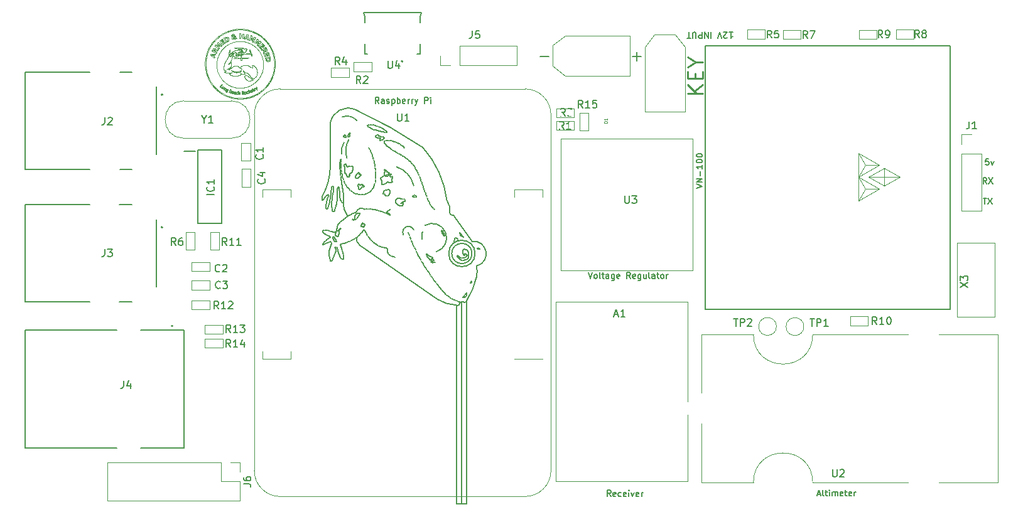
<source format=gto>
%TF.GenerationSoftware,KiCad,Pcbnew,(5.1.9)-1*%
%TF.CreationDate,2021-12-11T15:02:24-08:00*%
%TF.ProjectId,DevelopmentBoard,44657665-6c6f-4706-9d65-6e74426f6172,rev?*%
%TF.SameCoordinates,Original*%
%TF.FileFunction,Legend,Top*%
%TF.FilePolarity,Positive*%
%FSLAX46Y46*%
G04 Gerber Fmt 4.6, Leading zero omitted, Abs format (unit mm)*
G04 Created by KiCad (PCBNEW (5.1.9)-1) date 2021-12-11 15:02:24*
%MOMM*%
%LPD*%
G01*
G04 APERTURE LIST*
%ADD10C,0.087750*%
%ADD11C,0.200000*%
%ADD12C,0.152400*%
%ADD13C,0.125000*%
%ADD14C,0.250000*%
%ADD15C,0.120000*%
%ADD16C,0.127000*%
%ADD17C,0.150000*%
%ADD18C,0.015000*%
%ADD19C,6.100000*%
%ADD20R,0.700000X0.200000*%
%ADD21O,1.000000X1.270000*%
%ADD22C,1.900000*%
%ADD23R,0.600000X0.900000*%
%ADD24C,4.000000*%
%ADD25C,1.524000*%
%ADD26C,3.000000*%
%ADD27R,0.900000X0.600000*%
%ADD28R,1.525000X0.440000*%
%ADD29R,1.408000X1.408000*%
%ADD30C,1.408000*%
%ADD31C,3.200000*%
%ADD32C,2.550000*%
%ADD33C,1.508000*%
%ADD34C,1.500000*%
%ADD35R,1.428000X1.428000*%
%ADD36C,1.428000*%
%ADD37C,3.316000*%
%ADD38O,1.050000X2.100000*%
%ADD39R,1.150000X1.450000*%
%ADD40R,1.750000X1.900000*%
%ADD41R,0.400000X1.400000*%
%ADD42R,3.800000X3.800000*%
%ADD43C,3.800000*%
%ADD44R,0.930000X0.890000*%
%ADD45O,1.700000X1.700000*%
%ADD46R,1.700000X1.700000*%
%ADD47C,2.000000*%
G04 APERTURE END LIST*
D10*
X114008612Y-70341915D02*
X114014415Y-70307862D01*
X113932429Y-70976429D02*
X113932785Y-70963745D01*
X113929271Y-71297970D02*
X113928965Y-71272237D01*
X114026626Y-70239861D02*
X114030555Y-70219363D01*
X113938026Y-70862346D02*
X113939043Y-70849697D01*
X113928834Y-71195019D02*
X113929012Y-71169277D01*
X113977261Y-70546822D02*
X113982134Y-70512614D01*
X113963269Y-70649538D02*
X113967841Y-70615287D01*
X113933672Y-70938376D02*
X113934210Y-70925694D01*
X113954343Y-70718067D02*
X113958774Y-70683799D01*
X113942676Y-70811809D02*
X113944095Y-70799203D01*
X113937099Y-70875004D02*
X113938026Y-70862346D01*
X113932785Y-70963745D02*
X113933198Y-70951060D01*
X113934210Y-70925694D02*
X113934818Y-70913015D01*
X114034698Y-70198907D02*
X114039041Y-70178492D01*
X113997550Y-70410116D02*
X114002995Y-70376001D01*
X113982134Y-70512614D02*
X113987132Y-70478425D01*
X113929281Y-71143535D02*
X113929629Y-71117793D01*
X113928798Y-71246500D02*
X113928759Y-71220760D01*
X113972500Y-70581047D02*
X113977261Y-70546822D01*
X113939043Y-70849697D02*
X113940154Y-70837057D01*
X114048275Y-70137778D02*
X114053139Y-70117473D01*
X113932126Y-70989111D02*
X113932429Y-70976429D01*
X113967841Y-70615287D02*
X113972500Y-70581047D01*
X113930043Y-71092052D02*
X113930512Y-71066313D01*
X113940154Y-70837057D02*
X113941364Y-70824427D01*
X113936258Y-70887668D02*
X113937099Y-70875004D01*
X113935499Y-70900339D02*
X113936258Y-70887668D01*
X113928759Y-71220760D02*
X113928834Y-71195019D01*
X113931023Y-71040576D02*
X113931565Y-71014842D01*
X114030555Y-70219363D02*
X114034698Y-70198907D01*
X113929012Y-71169277D02*
X113929281Y-71143535D01*
X114020416Y-70273843D02*
X114026626Y-70239861D01*
X113992266Y-70444258D02*
X113997550Y-70410116D01*
X114002995Y-70376001D02*
X114008612Y-70341915D01*
X113933198Y-70951060D02*
X113933672Y-70938376D01*
X113958774Y-70683799D02*
X113963269Y-70649538D01*
X113930512Y-71066313D02*
X113931023Y-71040576D01*
X113929629Y-71117793D02*
X113930043Y-71092052D01*
X113949964Y-70752338D02*
X113954343Y-70718067D01*
X113945626Y-70786611D02*
X113949964Y-70752338D01*
X113931565Y-71014842D02*
X113932126Y-70989111D01*
X114053139Y-70117473D02*
X114058149Y-70097201D01*
X114043571Y-70158117D02*
X114048275Y-70137778D01*
X114039041Y-70178492D02*
X114043571Y-70158117D01*
X114014415Y-70307862D02*
X114020416Y-70273843D01*
X113944095Y-70799203D02*
X113945626Y-70786611D01*
X113987132Y-70478425D02*
X113992266Y-70444258D01*
X113941364Y-70824427D02*
X113942676Y-70811809D01*
X113934818Y-70913015D02*
X113935499Y-70900339D01*
X113928965Y-71272237D02*
X113928798Y-71246500D01*
X114029263Y-72139713D02*
X114021799Y-72106038D01*
X114203585Y-72770098D02*
X114196007Y-72749553D01*
X113976661Y-71872373D02*
X113974641Y-71859066D01*
X113931143Y-71375147D02*
X113930348Y-71349426D01*
X113955239Y-71694676D02*
X113952710Y-71670236D01*
X114118691Y-72508374D02*
X114109732Y-72475076D01*
X113936036Y-71474433D02*
X113934558Y-71449918D01*
X113932126Y-71400861D02*
X113931143Y-71375147D01*
X113933251Y-71425395D02*
X113932126Y-71400861D01*
X113934558Y-71449918D02*
X113933251Y-71425395D01*
X113939460Y-71523434D02*
X113937673Y-71498938D01*
X113974641Y-71859066D02*
X113972700Y-71845749D01*
X114021799Y-72106038D02*
X114014382Y-72072355D01*
X113985390Y-71925506D02*
X113983125Y-71912236D01*
X114109732Y-72475076D02*
X114100983Y-72441721D01*
X113972700Y-71845749D02*
X113970846Y-71832420D01*
X113957831Y-71719108D02*
X113955239Y-71694676D01*
X114067798Y-72307822D02*
X114059879Y-72274251D01*
X114084059Y-72374858D02*
X114075853Y-72341359D01*
X113945608Y-71596872D02*
X113943439Y-71572401D01*
X113978754Y-71885670D02*
X113976661Y-71872373D01*
X113969085Y-71819080D02*
X113967426Y-71805727D01*
X114159909Y-72646214D02*
X114153131Y-72625406D01*
X114052081Y-72240650D02*
X114044388Y-72207023D01*
X113947884Y-71621335D02*
X113945608Y-71596872D01*
X113950255Y-71645789D02*
X113947884Y-71621335D01*
X113983125Y-71912236D02*
X113980911Y-71898957D01*
X113987698Y-71938768D02*
X113985390Y-71925506D01*
X114127876Y-72541611D02*
X114118691Y-72508374D01*
X114100983Y-72441721D02*
X114092431Y-72408313D01*
X113992413Y-71965273D02*
X113990041Y-71952024D01*
X113994806Y-71978516D02*
X113992413Y-71965273D01*
X113963160Y-71767951D02*
X113960475Y-71743533D01*
X113997212Y-71991754D02*
X113994806Y-71978516D01*
X114173943Y-72687683D02*
X114166851Y-72666973D01*
X113952710Y-71670236D02*
X113950255Y-71645789D01*
X113965876Y-71792361D02*
X113963160Y-71767951D01*
X113970846Y-71832420D02*
X113969085Y-71819080D01*
X114211256Y-72790609D02*
X114203585Y-72770098D01*
X113960475Y-71743533D02*
X113957831Y-71719108D01*
X113990041Y-71952024D02*
X113987698Y-71938768D01*
X114133887Y-72562649D02*
X114127876Y-72541611D01*
X113937673Y-71498938D02*
X113936036Y-71474433D01*
X113941386Y-71547922D02*
X113939460Y-71523434D01*
X114153131Y-72625406D02*
X114146526Y-72604544D01*
X113999626Y-72004986D02*
X113997212Y-71991754D01*
X114036787Y-72173376D02*
X114029263Y-72139713D01*
X114140108Y-72583626D02*
X114133887Y-72562649D01*
X114092431Y-72408313D02*
X114084059Y-72374858D01*
X114044388Y-72207023D02*
X114036787Y-72173376D01*
X114059879Y-72274251D02*
X114052081Y-72240650D01*
X114146526Y-72604544D02*
X114140108Y-72583626D01*
X114166851Y-72666973D02*
X114159909Y-72646214D01*
X114188533Y-72728970D02*
X114181174Y-72708348D01*
X113980911Y-71898957D02*
X113978754Y-71885670D01*
X114014382Y-72072355D02*
X114006995Y-72038670D01*
X113967426Y-71805727D02*
X113965876Y-71792361D01*
X114006995Y-72038670D02*
X113999626Y-72004986D01*
X113929728Y-71323700D02*
X113929271Y-71297970D01*
X113930348Y-71349426D02*
X113929728Y-71323700D01*
X114181174Y-72708348D02*
X114173943Y-72687683D01*
X114196007Y-72749553D02*
X114188533Y-72728970D01*
X114075853Y-72341359D02*
X114067798Y-72307822D01*
X113943439Y-71572401D02*
X113941386Y-71547922D01*
X115119033Y-74287501D02*
X115104560Y-74271532D01*
X115333540Y-74507188D02*
X115314964Y-74489051D01*
X114290371Y-72990037D02*
X114282179Y-72970518D01*
X115061793Y-74223035D02*
X115047733Y-74206694D01*
X114796162Y-73889364D02*
X114759482Y-73837880D01*
X115033761Y-74190276D02*
X115019869Y-74173788D01*
X115047733Y-74206694D02*
X115033761Y-74190276D01*
X115075946Y-74239292D02*
X115061793Y-74223035D01*
X115223174Y-74397283D02*
X115205066Y-74378686D01*
X114250351Y-72892063D02*
X114242626Y-72872361D01*
X114258169Y-72911731D02*
X114250351Y-72892063D01*
X114315520Y-73048354D02*
X114307041Y-73028957D01*
X114332770Y-73087017D02*
X114324096Y-73067708D01*
X114463258Y-73351878D02*
X114434005Y-73295842D01*
X115352177Y-74525260D02*
X115333540Y-74507188D01*
X114992303Y-74140626D02*
X114978616Y-74123965D01*
X114298658Y-73009517D02*
X114290371Y-72990037D01*
X114937858Y-74073737D02*
X114924352Y-74056934D01*
X114359383Y-73144669D02*
X114350413Y-73125499D01*
X114978616Y-74123965D02*
X114964983Y-74107259D01*
X114219007Y-72811088D02*
X114211256Y-72790609D01*
X114350413Y-73125499D02*
X114341542Y-73106281D01*
X114493228Y-73407577D02*
X114463258Y-73351878D01*
X114226827Y-72831538D02*
X114219007Y-72811088D01*
X114234703Y-72851962D02*
X114226827Y-72831538D01*
X114242626Y-72872361D02*
X114234703Y-72851962D01*
X114405463Y-73239494D02*
X114377626Y-73182861D01*
X114688421Y-73733220D02*
X114654030Y-73680095D01*
X115314964Y-74489051D02*
X115296454Y-74470848D01*
X115151328Y-74322340D02*
X115133626Y-74303361D01*
X115187053Y-74359999D02*
X115169138Y-74341218D01*
X114759482Y-73837880D02*
X114723570Y-73785824D01*
X114523921Y-73462913D02*
X114493228Y-73407577D01*
X115169138Y-74341218D02*
X115151328Y-74322340D01*
X114324096Y-73067708D02*
X114315520Y-73048354D01*
X114587496Y-73572389D02*
X114555341Y-73517859D01*
X115296454Y-74470848D02*
X115278016Y-74452573D01*
X114266079Y-72931363D02*
X114258169Y-72911731D01*
X114434005Y-73295842D02*
X114405463Y-73239494D01*
X115241371Y-74415794D02*
X115223174Y-74397283D01*
X114620390Y-73626476D02*
X114587496Y-73572389D01*
X114274082Y-72950959D02*
X114266079Y-72931363D01*
X114377626Y-73182861D02*
X114368454Y-73163790D01*
X114910876Y-74040111D02*
X114871853Y-73990505D01*
X115278016Y-74452573D02*
X115259653Y-74434223D01*
X115259653Y-74434223D02*
X115241371Y-74415794D01*
X114341542Y-73106281D02*
X114332770Y-73087017D01*
X115205066Y-74378686D02*
X115187053Y-74359999D01*
X114368454Y-73163790D02*
X114359383Y-73144669D01*
X114964983Y-74107259D02*
X114951399Y-74090514D01*
X114282179Y-72970518D02*
X114274082Y-72950959D01*
X115104560Y-74271532D02*
X115090199Y-74255460D01*
X114307041Y-73028957D02*
X114298658Y-73009517D01*
X115133626Y-74303361D02*
X115119033Y-74287501D01*
X114555341Y-73517859D02*
X114523921Y-73462913D01*
X114833618Y-73940247D02*
X114796162Y-73889364D01*
X114654030Y-73680095D02*
X114620390Y-73626476D01*
X114951399Y-74090514D02*
X114937858Y-74073737D01*
X115090199Y-74255460D02*
X115075946Y-74239292D01*
X114924352Y-74056934D02*
X114910876Y-74040111D01*
X114723570Y-73785824D02*
X114688421Y-73733220D01*
X114871853Y-73990505D02*
X114833618Y-73940247D01*
X115006052Y-74157236D02*
X114992303Y-74140626D01*
X115019869Y-74173788D02*
X115006052Y-74157236D01*
X115829934Y-74926894D02*
X115815349Y-74916246D01*
X117043576Y-75560367D02*
X116946897Y-75525840D01*
X115370872Y-74543273D02*
X115352177Y-74525260D01*
X115408413Y-74579132D02*
X115389618Y-74561229D01*
X116116237Y-75118813D02*
X116029293Y-75063680D01*
X115565138Y-74719184D02*
X115552326Y-74708386D01*
X115671963Y-74806445D02*
X115657854Y-74795172D01*
X115427251Y-74596986D02*
X115408413Y-74579132D01*
X117434704Y-75674779D02*
X117410354Y-75668766D01*
X115552326Y-74708386D02*
X115539560Y-74697535D01*
X115439459Y-74608452D02*
X115427251Y-74596986D01*
X115451742Y-74619837D02*
X115439459Y-74608452D01*
X116384124Y-75272840D02*
X116293705Y-75223436D01*
X115800811Y-74905533D02*
X115786319Y-74894755D01*
X115489013Y-74653540D02*
X115476523Y-74642378D01*
X116755799Y-75450066D02*
X116661486Y-75408904D01*
X115514176Y-74675662D02*
X115501565Y-74664633D01*
X117556897Y-75703039D02*
X117532403Y-75697624D01*
X115771873Y-74883916D02*
X115757472Y-74873016D01*
X117630526Y-75718587D02*
X117605959Y-75713519D01*
X115686112Y-74817671D02*
X115671963Y-74806445D01*
X115603808Y-74751291D02*
X115590882Y-74740633D01*
X116850954Y-75489059D02*
X116755799Y-75450066D01*
X116293705Y-75223436D02*
X116204392Y-75172079D01*
X115700300Y-74828847D02*
X115686112Y-74817671D01*
X115657854Y-74795172D02*
X115643783Y-74783851D01*
X115389618Y-74561229D02*
X115370872Y-74543273D01*
X115476523Y-74642378D02*
X115464098Y-74631145D01*
X116204392Y-75172079D02*
X116116237Y-75118813D01*
X115501565Y-74664633D02*
X115489013Y-74653540D01*
X117361751Y-75656371D02*
X117337501Y-75649986D01*
X117410354Y-75668766D02*
X117386036Y-75662631D01*
X115526842Y-74686628D02*
X115514176Y-74675662D01*
X116946897Y-75525840D02*
X116850954Y-75489059D01*
X115728801Y-74851041D02*
X115714530Y-74839971D01*
X117140938Y-75592595D02*
X117043576Y-75560367D01*
X115859251Y-74947986D02*
X115844568Y-74937475D01*
X115786319Y-74894755D02*
X115771873Y-74883916D01*
X116661486Y-75408904D02*
X116568067Y-75365617D01*
X115539560Y-74697535D02*
X115526842Y-74686628D01*
X117238931Y-75622483D02*
X117140938Y-75592595D01*
X115616765Y-74761908D02*
X115603808Y-74751291D01*
X115577990Y-74729932D02*
X115565138Y-74719184D01*
X115815349Y-74916246D02*
X115800811Y-74905533D01*
X115714530Y-74839971D02*
X115700300Y-74828847D01*
X117507936Y-75692092D02*
X117483496Y-75686441D01*
X115590882Y-74740633D02*
X115577990Y-74729932D01*
X115743115Y-74862057D02*
X115728801Y-74851041D01*
X115757472Y-74873016D02*
X115743115Y-74862057D01*
X117605959Y-75713519D02*
X117581416Y-75708337D01*
X116029293Y-75063680D02*
X115943613Y-75006723D01*
X115629751Y-74772486D02*
X115616765Y-74761908D01*
X115844568Y-74937475D02*
X115829934Y-74926894D01*
X115943613Y-75006723D02*
X115859251Y-74947986D01*
X116475596Y-75320248D02*
X116384124Y-75272840D01*
X117459085Y-75680670D02*
X117434704Y-75674779D01*
X117337501Y-75649986D02*
X117238931Y-75622483D01*
X117581416Y-75708337D02*
X117556897Y-75703039D01*
X115464098Y-74631145D02*
X115451742Y-74619837D01*
X117532403Y-75697624D02*
X117507936Y-75692092D01*
X116568067Y-75365617D02*
X116475596Y-75320248D01*
X117386036Y-75662631D02*
X117361751Y-75656371D01*
X115643783Y-74783851D02*
X115629751Y-74772486D01*
X117483496Y-75686441D02*
X117459085Y-75680670D01*
X119530087Y-75701749D02*
X119496638Y-75709276D01*
X118185715Y-75796551D02*
X118126039Y-75791181D01*
X117749958Y-75741538D02*
X117729001Y-75737736D01*
X117770941Y-75745191D02*
X117749958Y-75741538D01*
X119696816Y-75661844D02*
X119663539Y-75670115D01*
X119067350Y-75780275D02*
X119046173Y-75782635D01*
X119236546Y-75759242D02*
X119215449Y-75762224D01*
X117791949Y-75748703D02*
X117770941Y-75745191D01*
X117981843Y-75775220D02*
X117960692Y-75772635D01*
X119046173Y-75782635D02*
X119025001Y-75784986D01*
X117655114Y-75723542D02*
X117630526Y-75718587D01*
X118485495Y-75811016D02*
X118425416Y-75809775D01*
X118545598Y-75811432D02*
X118485495Y-75811016D01*
X119463155Y-75716642D02*
X119429638Y-75723843D01*
X118245510Y-75801095D02*
X118185715Y-75796551D01*
X117679724Y-75728385D02*
X117655114Y-75723542D01*
X118425416Y-75809775D02*
X118365379Y-75807707D01*
X118605706Y-75811021D02*
X118545598Y-75811432D01*
X119396086Y-75730876D02*
X119362501Y-75737736D01*
X118785868Y-75804827D02*
X118725860Y-75807718D01*
X119257619Y-75756114D02*
X119236546Y-75759242D01*
X118905652Y-75796562D02*
X118845805Y-75801108D01*
X119130878Y-75772990D02*
X119109706Y-75775468D01*
X119763266Y-75644897D02*
X119730059Y-75653437D01*
X119278664Y-75752824D02*
X119257619Y-75756114D01*
X119215449Y-75762224D02*
X119194330Y-75765074D01*
X118305404Y-75804814D02*
X118245510Y-75801095D01*
X118126039Y-75791181D02*
X118066501Y-75784986D01*
X119730059Y-75653437D02*
X119696816Y-75661844D01*
X117897299Y-75764414D02*
X117876194Y-75761493D01*
X117939550Y-75769977D02*
X117918418Y-75767240D01*
X117918418Y-75767240D02*
X117897299Y-75764414D01*
X118066501Y-75784986D02*
X118045332Y-75782616D01*
X118845805Y-75801108D02*
X118785868Y-75804827D01*
X118965390Y-75791188D02*
X118905652Y-75796562D01*
X119320657Y-75745696D02*
X119299678Y-75749356D01*
X119596882Y-75686229D02*
X119563502Y-75694066D01*
X117834033Y-75755334D02*
X117812981Y-75752082D01*
X119429638Y-75723843D02*
X119396086Y-75730876D01*
X118003001Y-75777740D02*
X117981843Y-75775220D01*
X117960692Y-75772635D02*
X117939550Y-75769977D01*
X119152041Y-75770441D02*
X119130878Y-75772990D01*
X118045332Y-75782616D02*
X118024165Y-75780203D01*
X119496638Y-75709276D02*
X119463155Y-75716642D01*
X119299678Y-75749356D02*
X119278664Y-75752824D01*
X118024165Y-75780203D02*
X118003001Y-75777740D01*
X119025001Y-75784986D02*
X118965390Y-75791188D01*
X119088529Y-75777891D02*
X119067350Y-75780275D01*
X119341599Y-75741828D02*
X119320657Y-75745696D01*
X119362501Y-75737736D02*
X119341599Y-75741828D01*
X119663539Y-75670115D02*
X119630228Y-75678245D01*
X117876194Y-75761493D02*
X117855104Y-75758469D01*
X119109706Y-75775468D02*
X119088529Y-75777891D01*
X118725860Y-75807718D02*
X118665799Y-75809783D01*
X119630228Y-75678245D02*
X119596882Y-75686229D01*
X117704353Y-75733116D02*
X117679724Y-75728385D01*
X119173193Y-75767808D02*
X119152041Y-75770441D01*
X119563502Y-75694066D02*
X119530087Y-75701749D01*
X117812981Y-75752082D02*
X117791949Y-75748703D01*
X117729001Y-75737736D02*
X117704353Y-75733116D01*
X117855104Y-75758469D02*
X117834033Y-75755334D01*
X118665799Y-75809783D02*
X118605706Y-75811021D01*
X118365379Y-75807707D02*
X118305404Y-75804814D01*
X119194330Y-75765074D02*
X119173193Y-75767808D01*
X120432216Y-75408012D02*
X120415139Y-75415696D01*
X120294551Y-75467122D02*
X120277192Y-75474159D01*
X120810027Y-75217461D02*
X120793297Y-75226695D01*
X120398022Y-75423291D02*
X120380866Y-75430799D01*
X120759751Y-75244986D02*
X120740647Y-75255275D01*
X120683086Y-75285682D02*
X120663816Y-75295663D01*
X120663816Y-75295663D02*
X120644505Y-75305566D01*
X120876563Y-75179822D02*
X120859994Y-75189346D01*
X120958590Y-75130839D02*
X120942307Y-75140833D01*
X120242392Y-75488025D02*
X120224953Y-75494858D01*
X120449251Y-75400236D02*
X120432216Y-75408012D01*
X120702315Y-75275623D02*
X120683086Y-75285682D01*
X120488604Y-75381946D02*
X120468945Y-75391132D01*
X120859994Y-75189346D02*
X120843379Y-75198791D01*
X120329177Y-75452828D02*
X120311880Y-75460012D01*
X119930888Y-75599419D02*
X119913346Y-75604544D01*
X120311880Y-75460012D02*
X120294551Y-75467122D01*
X120415139Y-75415696D02*
X120398022Y-75423291D01*
X120925959Y-75150723D02*
X120909549Y-75160515D01*
X120547355Y-75353902D02*
X120527809Y-75363331D01*
X120104009Y-75540660D02*
X120086840Y-75546973D01*
X120527809Y-75363331D02*
X120508225Y-75372679D01*
X120259805Y-75481126D02*
X120242392Y-75488025D01*
X120625154Y-75315391D02*
X120605763Y-75325138D01*
X120776537Y-75235869D02*
X120759751Y-75244986D01*
X120893083Y-75170213D02*
X120876563Y-75179822D01*
X120740647Y-75255275D02*
X120721502Y-75265487D01*
X120017897Y-75571450D02*
X120000578Y-75577316D01*
X120721502Y-75265487D02*
X120702315Y-75275623D01*
X119965823Y-75588664D02*
X119948379Y-75594121D01*
X120605763Y-75325138D02*
X120586333Y-75334805D01*
X119796439Y-75636228D02*
X119763266Y-75644897D01*
X119829578Y-75627434D02*
X119796439Y-75636228D01*
X120138285Y-75527884D02*
X120121156Y-75534293D01*
X120793297Y-75226695D02*
X120776537Y-75235869D01*
X120468945Y-75391132D02*
X120449251Y-75400236D01*
X119862682Y-75618518D02*
X119829578Y-75627434D01*
X119895751Y-75609486D02*
X119862682Y-75618518D01*
X120224953Y-75494858D02*
X120207490Y-75501628D01*
X119948379Y-75594121D02*
X119930888Y-75599419D01*
X120035179Y-75565470D02*
X120017897Y-75571450D01*
X120052428Y-75559390D02*
X120035179Y-75565470D01*
X120843379Y-75198791D02*
X120826722Y-75208161D01*
X120086840Y-75546973D02*
X120069648Y-75553220D01*
X120586333Y-75334805D02*
X120566863Y-75344394D01*
X120346442Y-75445565D02*
X120329177Y-75452828D01*
X120508225Y-75372679D02*
X120488604Y-75381946D01*
X120909549Y-75160515D02*
X120893083Y-75170213D01*
X120566863Y-75344394D02*
X120547355Y-75353902D01*
X120826722Y-75208161D02*
X120810027Y-75217461D01*
X120942307Y-75140833D02*
X120925959Y-75150723D01*
X120069648Y-75553220D02*
X120052428Y-75559390D01*
X120121156Y-75534293D02*
X120104009Y-75540660D01*
X120172501Y-75514986D02*
X120155399Y-75521444D01*
X119913346Y-75604544D02*
X119895751Y-75609486D01*
X119983221Y-75583058D02*
X119965823Y-75588664D01*
X120363672Y-75438223D02*
X120346442Y-75445565D01*
X120000578Y-75577316D02*
X119983221Y-75583058D01*
X120277192Y-75474159D02*
X120259805Y-75481126D01*
X120155399Y-75521444D02*
X120138285Y-75527884D01*
X120380866Y-75430799D02*
X120363672Y-75438223D01*
X120190006Y-75508336D02*
X120172501Y-75514986D01*
X120207490Y-75501628D02*
X120190006Y-75508336D01*
X120644505Y-75305566D02*
X120625154Y-75315391D01*
X121965208Y-74295651D02*
X121957876Y-74303361D01*
X121510314Y-74734126D02*
X121497673Y-74744707D01*
X121734451Y-74527186D02*
X121711691Y-74549146D01*
X121779744Y-74483028D02*
X121757136Y-74505146D01*
X121757136Y-74505146D02*
X121734451Y-74527186D01*
X122000354Y-74255703D02*
X121993504Y-74263855D01*
X121891647Y-74371293D02*
X121869419Y-74393790D01*
X121117391Y-75026198D02*
X121093902Y-75042245D01*
X121642954Y-74614546D02*
X121619890Y-74636183D01*
X121394251Y-74826486D02*
X121371501Y-74843563D01*
X121140811Y-75010047D02*
X121117391Y-75026198D01*
X121472189Y-74765628D02*
X121459349Y-74775968D01*
X121164163Y-74993796D02*
X121140811Y-75010047D01*
X121302923Y-74894370D02*
X121279950Y-74911154D01*
X121407385Y-74816538D02*
X121394251Y-74826486D01*
X121459349Y-74775968D02*
X121446447Y-74786228D01*
X121497673Y-74744707D02*
X121484964Y-74755208D01*
X122007129Y-74247485D02*
X122000354Y-74255703D01*
X121847114Y-74416213D02*
X121824734Y-74438561D01*
X121210668Y-74961008D02*
X121187448Y-74977449D01*
X121348697Y-74860571D02*
X121325839Y-74877508D01*
X121824734Y-74438561D02*
X121802277Y-74460833D01*
X122040120Y-74205654D02*
X122033616Y-74214095D01*
X121688854Y-74571027D02*
X121665942Y-74592827D01*
X121596751Y-74657736D02*
X121584635Y-74668901D01*
X121986571Y-74271933D02*
X121979549Y-74279930D01*
X121371501Y-74843563D02*
X121348697Y-74860571D01*
X121869419Y-74393790D02*
X121847114Y-74416213D01*
X121522885Y-74723462D02*
X121510314Y-74734126D01*
X121433485Y-74796410D02*
X121420463Y-74806513D01*
X121547812Y-74701888D02*
X121535385Y-74712717D01*
X121572438Y-74679981D02*
X121560163Y-74690977D01*
X121665942Y-74592827D02*
X121642954Y-74614546D01*
X122020481Y-74230879D02*
X122013836Y-74239208D01*
X121935876Y-74326078D02*
X121913799Y-74348722D01*
X121979549Y-74279930D02*
X121972431Y-74287838D01*
X121993504Y-74263855D02*
X121986571Y-74271933D01*
X121972431Y-74287838D02*
X121965208Y-74295651D01*
X122027072Y-74222506D02*
X122020481Y-74230879D01*
X121420463Y-74806513D02*
X121407385Y-74816538D01*
X121619890Y-74636183D02*
X121596751Y-74657736D01*
X122013836Y-74239208D02*
X122007129Y-74247485D01*
X120974805Y-75120737D02*
X120958590Y-75130839D01*
X120990948Y-75110523D02*
X120974805Y-75120737D01*
X121007014Y-75100191D02*
X120990948Y-75110523D01*
X121484964Y-74755208D02*
X121472189Y-74765628D01*
X121913799Y-74348722D02*
X121891647Y-74371293D01*
X121023001Y-75089736D02*
X121007014Y-75100191D01*
X121560163Y-74690977D02*
X121547812Y-74701888D01*
X121584635Y-74668901D02*
X121572438Y-74679981D01*
X121187448Y-74977449D02*
X121164163Y-74993796D01*
X121535385Y-74712717D02*
X121522885Y-74723462D01*
X121802277Y-74460833D02*
X121779744Y-74483028D01*
X121233824Y-74944476D02*
X121210668Y-74961008D01*
X121256917Y-74927857D02*
X121233824Y-74944476D01*
X121957876Y-74303361D02*
X121935876Y-74326078D01*
X122033616Y-74214095D02*
X122027072Y-74222506D01*
X121046708Y-75074018D02*
X121023001Y-75089736D01*
X121070341Y-75058186D02*
X121046708Y-75074018D01*
X121093902Y-75042245D02*
X121070341Y-75058186D01*
X121279950Y-74911154D02*
X121256917Y-74927857D01*
X121325839Y-74877508D02*
X121302923Y-74894370D01*
X121711691Y-74549146D02*
X121688854Y-74571027D01*
X121446447Y-74786228D02*
X121433485Y-74796410D01*
X122208738Y-74004301D02*
X122198996Y-74016636D01*
X122617913Y-73367982D02*
X122601229Y-73398480D01*
X122198996Y-74016636D02*
X122189149Y-74028890D01*
X122366647Y-73787829D02*
X122353217Y-73807297D01*
X122379937Y-73768269D02*
X122366647Y-73787829D01*
X122827805Y-72923118D02*
X122817218Y-72949454D01*
X122532778Y-73519527D02*
X122515271Y-73549563D01*
X122339658Y-73826678D02*
X122325980Y-73845979D01*
X122353217Y-73807297D02*
X122339658Y-73826678D01*
X122817218Y-72949454D02*
X122806496Y-72975733D01*
X122515271Y-73549563D02*
X122497620Y-73579513D01*
X122698410Y-73213979D02*
X122682723Y-73244988D01*
X122713876Y-73182861D02*
X122698410Y-73213979D01*
X122550134Y-73489403D02*
X122532778Y-73519527D01*
X122634411Y-73337385D02*
X122617913Y-73367982D01*
X122053036Y-74188712D02*
X122046591Y-74197191D01*
X122076325Y-74159999D02*
X122065876Y-74171736D01*
X122086770Y-74148250D02*
X122076325Y-74159999D01*
X122097203Y-74136486D02*
X122086770Y-74148250D01*
X122117997Y-74112884D02*
X122107615Y-74124699D01*
X122128341Y-74101034D02*
X122117997Y-74112884D01*
X122682723Y-73244988D02*
X122666824Y-73275890D01*
X122242064Y-73960448D02*
X122227876Y-73979361D01*
X122726269Y-73157352D02*
X122713876Y-73182861D01*
X122761922Y-73080100D02*
X122750276Y-73105962D01*
X122784578Y-73028083D02*
X122773350Y-73054138D01*
X122650717Y-73306689D02*
X122634411Y-73337385D01*
X122312195Y-73865206D02*
X122298315Y-73884365D01*
X122601229Y-73398480D02*
X122584367Y-73428881D01*
X122138640Y-74089145D02*
X122128341Y-74101034D01*
X122148884Y-74077210D02*
X122138640Y-74089145D01*
X122159065Y-74065222D02*
X122148884Y-74077210D01*
X122169175Y-74053177D02*
X122159065Y-74065222D01*
X122567333Y-73459188D02*
X122550134Y-73489403D01*
X122795621Y-73001946D02*
X122784578Y-73028083D01*
X122773350Y-73054138D02*
X122761922Y-73080100D01*
X122218367Y-73991878D02*
X122208738Y-74004301D01*
X122227876Y-73979361D02*
X122218367Y-73991878D01*
X122256214Y-73941498D02*
X122242064Y-73960448D01*
X122270313Y-73922505D02*
X122256214Y-73941498D01*
X122284350Y-73903463D02*
X122270313Y-73922505D01*
X122325980Y-73845979D02*
X122312195Y-73865206D01*
X122393074Y-73748610D02*
X122379937Y-73768269D01*
X122497620Y-73579513D02*
X122479832Y-73609378D01*
X122406048Y-73728846D02*
X122393074Y-73748610D01*
X122418847Y-73708970D02*
X122406048Y-73728846D01*
X122431460Y-73688978D02*
X122418847Y-73708970D01*
X122479832Y-73609378D02*
X122461915Y-73639160D01*
X122806496Y-72975733D02*
X122795621Y-73001946D01*
X122298315Y-73884365D02*
X122284350Y-73903463D01*
X122838271Y-72896732D02*
X122827805Y-72923118D01*
X122443876Y-73668861D02*
X122431460Y-73688978D01*
X122848634Y-72870305D02*
X122838271Y-72896732D01*
X122750276Y-73105962D02*
X122738398Y-73131716D01*
X122584367Y-73428881D02*
X122567333Y-73459188D01*
X122189149Y-74028890D02*
X122179206Y-74041069D01*
X122046591Y-74197191D02*
X122040120Y-74205654D01*
X122179206Y-74041069D02*
X122169175Y-74053177D01*
X122461915Y-73639160D02*
X122443876Y-73668861D01*
X122059462Y-74180224D02*
X122053036Y-74188712D01*
X122065876Y-74171736D02*
X122059462Y-74180224D01*
X122738398Y-73131716D02*
X122726269Y-73157352D01*
X122666824Y-73275890D02*
X122650717Y-73306689D01*
X122107615Y-74124699D02*
X122097203Y-74136486D01*
X123154402Y-71514969D02*
X123153475Y-71527627D01*
X123119001Y-71808926D02*
X123114240Y-71843151D01*
X123141537Y-71637635D02*
X123137158Y-71671906D01*
X123152458Y-71540276D02*
X123151347Y-71552916D01*
X122995301Y-72433946D02*
X122989601Y-72454035D01*
X123056803Y-72191066D02*
X123052460Y-72211481D01*
X122902689Y-72728603D02*
X122896099Y-72746507D01*
X122945530Y-72602084D02*
X122939727Y-72620268D01*
X122956867Y-72565631D02*
X122951242Y-72583871D01*
X123012113Y-72373578D02*
X123006571Y-72393720D01*
X123052460Y-72211481D02*
X123047930Y-72231856D01*
X123128232Y-71740435D02*
X123123660Y-71774686D01*
X123155243Y-71502305D02*
X123154402Y-71514969D01*
X123156683Y-71476958D02*
X123156002Y-71489634D01*
X123147406Y-71590770D02*
X123145876Y-71603361D01*
X123028208Y-72313013D02*
X123022945Y-72333227D01*
X123145876Y-71603361D02*
X123141537Y-71637635D01*
X123153475Y-71527627D02*
X123152458Y-71540276D01*
X123038362Y-72272500D02*
X123033352Y-72292772D01*
X122858910Y-72843846D02*
X122848634Y-72870305D01*
X122909152Y-72710652D02*
X122902689Y-72728603D01*
X123157829Y-71451597D02*
X123157291Y-71464279D01*
X123088506Y-72013972D02*
X123082889Y-72048058D01*
X123006571Y-72393720D02*
X123000962Y-72413842D01*
X122915491Y-72692655D02*
X122909152Y-72710652D01*
X122896099Y-72746507D02*
X122889376Y-72764361D01*
X123132727Y-71706174D02*
X123128232Y-71740435D01*
X123000962Y-72413842D02*
X122995301Y-72433946D01*
X123060946Y-72170610D02*
X123056803Y-72191066D01*
X123047930Y-72231856D02*
X123043226Y-72252195D01*
X122869115Y-72817364D02*
X122858910Y-72843846D01*
X122879264Y-72790866D02*
X122869115Y-72817364D01*
X122889376Y-72764361D02*
X122879264Y-72790866D01*
X122927824Y-72656536D02*
X122921714Y-72674615D01*
X123099235Y-71945715D02*
X123093951Y-71979857D01*
X123156002Y-71489634D02*
X123155243Y-71502305D01*
X122978606Y-72492449D02*
X122973275Y-72510772D01*
X122951242Y-72583871D02*
X122945530Y-72602084D01*
X123123660Y-71774686D02*
X123119001Y-71808926D01*
X122921714Y-72674615D02*
X122915491Y-72692655D01*
X122933826Y-72638420D02*
X122927824Y-72656536D01*
X123064876Y-72150111D02*
X123060946Y-72170610D01*
X122939727Y-72620268D02*
X122933826Y-72638420D01*
X122962411Y-72547366D02*
X122956867Y-72565631D01*
X123082889Y-72048058D02*
X123077086Y-72082111D01*
X123043226Y-72252195D02*
X123038362Y-72272500D01*
X123071085Y-72116130D02*
X123064876Y-72150111D01*
X123148825Y-71578164D02*
X123147406Y-71590770D01*
X123157291Y-71464279D02*
X123156683Y-71476958D01*
X122973275Y-72510772D02*
X122967879Y-72529079D01*
X122989601Y-72454035D02*
X122983876Y-72474111D01*
X123077086Y-72082111D02*
X123071085Y-72116130D01*
X123093951Y-71979857D02*
X123088506Y-72013972D01*
X123109367Y-71877359D02*
X123104369Y-71911548D01*
X122983876Y-72474111D02*
X122978606Y-72492449D01*
X123017575Y-72353414D02*
X123012113Y-72373578D01*
X123150137Y-71565546D02*
X123148825Y-71578164D01*
X123022945Y-72333227D02*
X123017575Y-72353414D01*
X123137158Y-71671906D02*
X123132727Y-71706174D01*
X123104369Y-71911548D02*
X123099235Y-71945715D01*
X123151347Y-71552916D02*
X123150137Y-71565546D01*
X123114240Y-71843151D02*
X123109367Y-71877359D01*
X123033352Y-72292772D02*
X123028208Y-72313013D01*
X122967879Y-72529079D02*
X122962411Y-72547366D01*
X123037441Y-70117606D02*
X123042158Y-70137952D01*
X123088390Y-70354537D02*
X123091450Y-70370979D01*
X123071910Y-70272552D02*
X123075343Y-70288919D01*
X123046803Y-70158316D02*
X123051386Y-70178692D01*
X123162843Y-71091974D02*
X123163179Y-71117706D01*
X123140180Y-70745716D02*
X123143183Y-70776096D01*
X123137039Y-70715348D02*
X123140180Y-70745716D01*
X123130386Y-70654650D02*
X123133771Y-70684993D01*
X123102711Y-70436912D02*
X123105252Y-70453436D01*
X123160537Y-71349394D02*
X123159952Y-71375131D01*
X123157659Y-70958642D02*
X123159376Y-70989111D01*
X123082016Y-70321698D02*
X123085243Y-70338109D01*
X123032640Y-70097279D02*
X123037441Y-70117606D01*
X123022745Y-70056702D02*
X123027745Y-70076977D01*
X123064876Y-70239861D02*
X123068418Y-70256200D01*
X123148728Y-70836894D02*
X123151248Y-70867312D01*
X123068418Y-70256200D02*
X123071910Y-70272552D01*
X123042158Y-70137952D02*
X123046803Y-70158316D01*
X123151248Y-70867312D02*
X123153584Y-70897742D01*
X123007003Y-69996080D02*
X123012385Y-70016250D01*
X123158303Y-71438913D02*
X123157829Y-71451597D01*
X123012385Y-70016250D02*
X123017629Y-70036458D01*
X123161114Y-71323654D02*
X123160537Y-71349394D01*
X123158716Y-71426228D02*
X123158303Y-71438913D01*
X123159072Y-71413544D02*
X123158716Y-71426228D01*
X123159376Y-71400861D02*
X123159072Y-71413544D01*
X123078714Y-70305301D02*
X123082016Y-70321698D01*
X123159952Y-71375131D02*
X123159376Y-71400861D01*
X123163345Y-71169184D02*
X123163212Y-71194928D01*
X123112126Y-70503111D02*
X123115919Y-70533396D01*
X123107672Y-70469977D02*
X123109965Y-70486536D01*
X123163179Y-71117706D02*
X123163341Y-71143443D01*
X123161662Y-71297911D02*
X123161114Y-71323654D01*
X123109965Y-70486536D02*
X123112126Y-70503111D01*
X123162603Y-71246420D02*
X123162165Y-71272166D01*
X123027745Y-70076977D02*
X123032640Y-70097279D01*
X123091450Y-70370979D02*
X123094418Y-70387438D01*
X123162165Y-71272166D02*
X123161662Y-71297911D01*
X123085243Y-70338109D02*
X123088390Y-70354537D01*
X123100054Y-70420404D02*
X123102711Y-70436912D01*
X123162958Y-71220673D02*
X123162603Y-71246420D01*
X123163212Y-71194928D02*
X123162958Y-71220673D01*
X123163341Y-71143443D02*
X123163345Y-71169184D01*
X123160597Y-71014815D02*
X123161570Y-71040527D01*
X123094418Y-70387438D02*
X123097288Y-70403913D01*
X123097288Y-70403913D02*
X123100054Y-70420404D01*
X123105252Y-70453436D02*
X123107672Y-70469977D01*
X123060411Y-70219469D02*
X123064876Y-70239861D01*
X123017629Y-70036458D02*
X123022745Y-70056702D01*
X123153584Y-70897742D02*
X123155724Y-70928186D01*
X123162313Y-71066247D02*
X123162843Y-71091974D01*
X123123316Y-70593999D02*
X123126898Y-70624318D01*
X123161570Y-71040527D02*
X123162313Y-71066247D01*
X123115919Y-70533396D02*
X123119653Y-70563691D01*
X123159376Y-70989111D02*
X123160597Y-71014815D01*
X123155724Y-70928186D02*
X123157659Y-70958642D01*
X123055918Y-70199078D02*
X123060411Y-70219469D01*
X123126898Y-70624318D02*
X123130386Y-70654650D01*
X123075343Y-70288919D02*
X123078714Y-70305301D01*
X123146036Y-70806489D02*
X123148728Y-70836894D01*
X123051386Y-70178692D02*
X123055918Y-70199078D01*
X123143183Y-70776096D02*
X123146036Y-70806489D01*
X123133771Y-70684993D02*
X123137039Y-70715348D01*
X123119653Y-70563691D02*
X123123316Y-70593999D01*
X122573974Y-68936859D02*
X122585448Y-68957253D01*
X122367635Y-68611785D02*
X122387188Y-68640810D01*
X122811442Y-69424214D02*
X122829302Y-69468505D01*
X122618897Y-69018994D02*
X122629770Y-69039729D01*
X122640530Y-69060528D02*
X122651190Y-69081380D01*
X122135454Y-68290927D02*
X122146123Y-68303921D01*
X122629770Y-69039729D02*
X122640530Y-69060528D01*
X122607895Y-68998330D02*
X122618897Y-69018994D01*
X122482888Y-68787271D02*
X122501561Y-68816859D01*
X122146123Y-68303921D02*
X122156710Y-68316980D01*
X123001472Y-69975953D02*
X123007003Y-69996080D01*
X122268245Y-68467772D02*
X122288314Y-68496440D01*
X122248096Y-68439164D02*
X122268245Y-68467772D01*
X122970062Y-69871353D02*
X122983876Y-69915861D01*
X122347964Y-68582839D02*
X122367635Y-68611785D01*
X122672270Y-69123209D02*
X122682719Y-69144167D01*
X122989919Y-69935840D02*
X122995781Y-69955871D01*
X122713876Y-69207111D02*
X122734563Y-69249820D01*
X122955940Y-69826689D02*
X122970062Y-69871353D01*
X122682719Y-69144167D02*
X122693127Y-69165143D01*
X122941489Y-69781909D02*
X122955940Y-69826689D01*
X122288314Y-68496440D02*
X122308295Y-68525171D01*
X122227876Y-68410611D02*
X122248096Y-68439164D01*
X122198084Y-68369959D02*
X122208145Y-68383414D01*
X122177607Y-68343311D02*
X122187902Y-68356593D01*
X122103033Y-68252282D02*
X122113902Y-68265112D01*
X122328181Y-68553969D02*
X122347964Y-68582839D01*
X122863539Y-69557646D02*
X122879960Y-69602416D01*
X122387188Y-68640810D02*
X122406613Y-68669919D01*
X122550452Y-68896404D02*
X122562313Y-68916573D01*
X122520059Y-68846554D02*
X122538376Y-68876361D01*
X122829302Y-69468505D02*
X122846660Y-69512996D01*
X122911512Y-69692159D02*
X122926686Y-69737053D01*
X122538376Y-68876361D02*
X122550452Y-68896404D01*
X122167208Y-68330108D02*
X122177607Y-68343311D01*
X122187902Y-68356593D02*
X122198084Y-68369959D01*
X122406613Y-68669919D02*
X122425904Y-68699115D01*
X122995781Y-69955871D02*
X123001472Y-69975953D01*
X122983876Y-69915861D02*
X122989919Y-69935840D01*
X122464049Y-68757787D02*
X122482888Y-68787271D01*
X122895943Y-69647267D02*
X122911512Y-69692159D01*
X122926686Y-69737053D02*
X122941489Y-69781909D01*
X122879960Y-69602416D02*
X122895943Y-69647267D01*
X122754642Y-69292923D02*
X122774134Y-69336383D01*
X122425904Y-68699115D02*
X122445052Y-68728403D01*
X122445052Y-68728403D02*
X122464049Y-68757787D01*
X122693127Y-69165143D02*
X122703507Y-69186128D01*
X122501561Y-68816859D02*
X122520059Y-68846554D01*
X122156710Y-68316980D02*
X122167208Y-68330108D01*
X122585448Y-68957253D02*
X122596750Y-68977747D01*
X122124711Y-68277992D02*
X122135454Y-68290927D01*
X122562313Y-68916573D02*
X122573974Y-68936859D01*
X122113902Y-68265112D02*
X122124711Y-68277992D01*
X122208145Y-68383414D02*
X122218078Y-68396963D01*
X122846660Y-69512996D02*
X122863539Y-69557646D01*
X122793060Y-69380160D02*
X122811442Y-69424214D01*
X122774134Y-69336383D02*
X122793060Y-69380160D01*
X122703507Y-69186128D02*
X122713876Y-69207111D01*
X122596750Y-68977747D02*
X122607895Y-68998330D01*
X122734563Y-69249820D02*
X122754642Y-69292923D01*
X122661765Y-69102276D02*
X122672270Y-69123209D01*
X122218078Y-68396963D02*
X122227876Y-68410611D01*
X122308295Y-68525171D02*
X122328181Y-68553969D01*
X122651190Y-69081380D02*
X122661765Y-69102276D01*
X114202126Y-69625611D02*
X114235331Y-69537766D01*
X114195599Y-69643539D02*
X114202126Y-69625611D01*
X114058149Y-70097201D02*
X114063293Y-70076960D01*
X114134874Y-69824432D02*
X114140574Y-69806220D01*
X114073926Y-70036559D02*
X114079388Y-70016395D01*
X114096200Y-69956027D02*
X114101900Y-69935938D01*
X114101900Y-69935938D02*
X114107626Y-69915861D01*
X114270304Y-69450534D02*
X114307030Y-69363955D01*
X115652892Y-67600870D02*
X115679799Y-67579634D01*
X114767754Y-68542917D02*
X114822875Y-68466168D01*
X114140574Y-69806220D02*
X114146357Y-69788033D01*
X114090539Y-69976131D02*
X114096200Y-69956027D01*
X114235331Y-69537766D02*
X114270304Y-69450534D01*
X114516490Y-68942266D02*
X114563452Y-68860449D01*
X114129258Y-69842670D02*
X114134874Y-69824432D01*
X114822875Y-68466168D02*
X114879587Y-68390553D01*
X115626127Y-67622279D02*
X115652892Y-67600870D01*
X115100632Y-68123265D02*
X115134431Y-68085728D01*
X115520667Y-67709826D02*
X115546773Y-67687634D01*
X115546773Y-67687634D02*
X115573058Y-67665652D01*
X114662340Y-68699656D02*
X114714238Y-68620760D01*
X115494751Y-67732236D02*
X115520667Y-67709826D01*
X114937876Y-68316111D02*
X114969589Y-68276888D01*
X115203261Y-68011765D02*
X115238289Y-67975360D01*
X114112908Y-69897529D02*
X114118275Y-69879219D01*
X114068556Y-70056746D02*
X114073926Y-70036559D01*
X114079388Y-70016395D02*
X114084930Y-69996253D01*
X114345496Y-69278070D02*
X114385689Y-69192919D01*
X114084930Y-69996253D02*
X114090539Y-69976131D01*
X115382443Y-67833822D02*
X115419482Y-67799508D01*
X114563452Y-68860449D02*
X114612074Y-68779566D01*
X115273723Y-67939354D02*
X115309561Y-67903755D01*
X115034276Y-68199403D02*
X115067247Y-68161161D01*
X114123725Y-69860933D02*
X114129258Y-69842670D01*
X114063293Y-70076960D02*
X114068556Y-70056746D01*
X115238289Y-67975360D02*
X115273723Y-67939354D01*
X115168641Y-68048558D02*
X115203261Y-68011765D01*
X114879587Y-68390553D02*
X114937876Y-68316111D01*
X115001723Y-68237982D02*
X115034276Y-68199403D01*
X115419482Y-67799508D02*
X115456919Y-67765643D01*
X115067247Y-68161161D02*
X115100632Y-68123265D01*
X114471199Y-69024977D02*
X114516490Y-68942266D01*
X114189155Y-69661498D02*
X114195599Y-69643539D01*
X114146357Y-69788033D02*
X114152222Y-69769872D01*
X114182793Y-69679487D02*
X114189155Y-69661498D01*
X114176513Y-69697507D02*
X114182793Y-69679487D01*
X114170317Y-69715555D02*
X114176513Y-69697507D01*
X114307030Y-69363955D02*
X114345496Y-69278070D01*
X114152222Y-69769872D02*
X114158171Y-69751739D01*
X115573058Y-67665652D02*
X115599512Y-67643870D01*
X114612074Y-68779566D02*
X114662340Y-68699656D01*
X114164202Y-69733633D02*
X114170317Y-69715555D01*
X114427594Y-69108541D02*
X114471199Y-69024977D01*
X114385689Y-69192919D02*
X114427594Y-69108541D01*
X114118275Y-69879219D02*
X114123725Y-69860933D01*
X115345802Y-67868574D02*
X115382443Y-67833822D01*
X114969589Y-68276888D02*
X115001723Y-68237982D01*
X115599512Y-67643870D02*
X115626127Y-67622279D01*
X114158171Y-69751739D02*
X114164202Y-69733633D01*
X115456919Y-67765643D02*
X115494751Y-67732236D01*
X115309561Y-67903755D02*
X115345802Y-67868574D01*
X115134431Y-68085728D02*
X115168641Y-68048558D01*
X114714238Y-68620760D02*
X114767754Y-68542917D01*
X114107626Y-69915861D02*
X114112908Y-69897529D01*
X117408856Y-67679664D02*
X117408376Y-67674861D01*
X117418620Y-67599762D02*
X117422815Y-67591708D01*
X117407447Y-67662058D02*
X117407287Y-67657747D01*
X117407216Y-67653426D02*
X117407246Y-67649103D01*
X117407287Y-67657747D02*
X117407216Y-67653426D01*
X117407689Y-67666352D02*
X117407447Y-67662058D01*
X117482208Y-67500999D02*
X117482626Y-67499361D01*
X117413271Y-67708616D02*
X117412300Y-67703821D01*
X117443287Y-67472368D02*
X117436553Y-67467811D01*
X117449915Y-67476724D02*
X117443287Y-67472368D01*
X117407643Y-67640480D02*
X117408029Y-67636194D01*
X117410052Y-67623528D02*
X117411047Y-67619395D01*
X117449762Y-67548871D02*
X117455441Y-67540643D01*
X117408029Y-67636194D02*
X117408553Y-67631935D01*
X117456300Y-67480838D02*
X117449915Y-67476724D01*
X117462304Y-67484669D02*
X117456300Y-67480838D01*
X117474812Y-67512925D02*
X117478173Y-67507902D01*
X117460915Y-67532813D02*
X117466054Y-67525502D01*
X117467789Y-67488175D02*
X117462304Y-67484669D01*
X117472619Y-67491313D02*
X117467789Y-67488175D01*
X117478173Y-67507902D02*
X117480681Y-67503886D01*
X117432787Y-67574721D02*
X117438305Y-67566032D01*
X117422815Y-67591708D02*
X117427580Y-67583320D01*
X117409993Y-67689326D02*
X117409391Y-67684489D01*
X117411437Y-67699002D02*
X117410671Y-67694167D01*
X117476654Y-67494043D02*
X117472619Y-67491313D01*
X117410671Y-67694167D02*
X117409993Y-67689326D01*
X117479759Y-67496322D02*
X117476654Y-67494043D01*
X117481795Y-67498109D02*
X117479759Y-67496322D01*
X117444007Y-67557375D02*
X117449762Y-67548871D01*
X117482626Y-67499361D02*
X117481795Y-67498109D01*
X117414361Y-67713376D02*
X117413271Y-67708616D01*
X117480681Y-67503886D02*
X117482208Y-67500999D01*
X117455441Y-67540643D02*
X117460915Y-67532813D01*
X117412218Y-67615318D02*
X117413574Y-67611304D01*
X117408553Y-67631935D02*
X117409224Y-67627711D01*
X117415580Y-67718093D02*
X117414361Y-67713376D01*
X117412300Y-67703821D02*
X117411437Y-67699002D01*
X117470730Y-67518832D02*
X117474812Y-67512925D01*
X117438305Y-67566032D02*
X117444007Y-67557375D01*
X117415126Y-67607361D02*
X117418620Y-67599762D01*
X117408376Y-67674861D02*
X117408001Y-67670623D01*
X117409224Y-67627711D02*
X117410052Y-67623528D01*
X117409391Y-67684489D02*
X117408856Y-67679664D01*
X117427580Y-67583320D02*
X117432787Y-67574721D01*
X117411047Y-67619395D02*
X117412218Y-67615318D01*
X117408001Y-67670623D02*
X117407689Y-67666352D01*
X117466054Y-67525502D02*
X117470730Y-67518832D01*
X117413574Y-67611304D02*
X117415126Y-67607361D01*
X117407385Y-67644785D02*
X117407643Y-67640480D01*
X117407246Y-67649103D02*
X117407385Y-67644785D01*
X117607501Y-67860486D02*
X117600848Y-67860158D01*
X117421963Y-67736341D02*
X117420120Y-67731891D01*
X117477465Y-67809612D02*
X117472167Y-67804236D01*
X117482694Y-67814666D02*
X117477465Y-67809612D01*
X117648012Y-67858672D02*
X117639923Y-67859478D01*
X117740282Y-67838919D02*
X117735751Y-67840236D01*
X117532296Y-67845343D02*
X117526296Y-67843084D01*
X117423987Y-67740700D02*
X117421963Y-67736341D01*
X117432566Y-67755275D02*
X117428626Y-67749111D01*
X117436835Y-67761538D02*
X117432566Y-67755275D01*
X117441386Y-67767853D02*
X117436835Y-67761538D01*
X117446176Y-67774175D02*
X117441386Y-67767853D01*
X117672203Y-67855155D02*
X117664154Y-67856496D01*
X117594014Y-67859569D02*
X117587047Y-67858735D01*
X117735751Y-67840236D02*
X117727910Y-67842375D01*
X117461538Y-67792708D02*
X117456296Y-67786649D01*
X117579996Y-67857676D02*
X117572908Y-67856406D01*
X117696231Y-67850289D02*
X117688244Y-67852037D01*
X117712129Y-67846488D02*
X117704194Y-67848435D01*
X117472167Y-67804236D02*
X117466843Y-67798586D01*
X117538596Y-67847512D02*
X117532296Y-67845343D01*
X117506251Y-67833486D02*
X117502031Y-67830739D01*
X117766735Y-67828551D02*
X117762425Y-67830553D01*
X117664154Y-67856496D02*
X117656090Y-67857673D01*
X117545148Y-67849574D02*
X117538596Y-67847512D01*
X117526296Y-67843084D02*
X117520643Y-67840752D01*
X117426205Y-67744960D02*
X117423987Y-67740700D01*
X117656090Y-67857673D02*
X117648012Y-67858672D01*
X117744783Y-67837478D02*
X117740282Y-67838919D01*
X117727910Y-67842375D02*
X117720036Y-67844463D01*
X117416940Y-67722758D02*
X117415580Y-67718093D01*
X117418449Y-67727360D02*
X117416940Y-67722758D01*
X117492766Y-67823625D02*
X117487809Y-67819353D01*
X117466843Y-67798586D02*
X117461538Y-67792708D01*
X117775218Y-67824250D02*
X117771000Y-67826449D01*
X117558813Y-67853307D02*
X117551903Y-67851511D01*
X117623721Y-67860454D02*
X117615612Y-67860595D01*
X117420120Y-67731891D02*
X117418449Y-67727360D01*
X117587047Y-67858735D02*
X117579996Y-67857676D01*
X117456296Y-67786649D02*
X117451160Y-67780456D01*
X117510572Y-67835936D02*
X117506251Y-67833486D01*
X117749249Y-67835917D02*
X117744783Y-67837478D01*
X117551903Y-67851511D02*
X117545148Y-67849574D01*
X117600848Y-67860158D02*
X117594014Y-67859569D01*
X117762425Y-67830553D02*
X117758073Y-67832450D01*
X117497521Y-67827436D02*
X117492766Y-67823625D01*
X117565831Y-67854944D02*
X117558813Y-67853307D01*
X117753680Y-67834239D02*
X117749249Y-67835917D01*
X117720036Y-67844463D02*
X117712129Y-67846488D01*
X117572908Y-67856406D02*
X117565831Y-67854944D01*
X117639923Y-67859478D02*
X117631825Y-67860076D01*
X117502031Y-67830739D02*
X117497521Y-67827436D01*
X117758073Y-67832450D02*
X117753680Y-67834239D01*
X117771000Y-67826449D02*
X117766735Y-67828551D01*
X117631825Y-67860076D02*
X117623721Y-67860454D01*
X117515386Y-67838364D02*
X117510572Y-67835936D01*
X117680233Y-67853664D02*
X117672203Y-67855155D01*
X117615612Y-67860595D02*
X117607501Y-67860486D01*
X117487809Y-67819353D02*
X117482694Y-67814666D01*
X117428626Y-67749111D02*
X117426205Y-67744960D01*
X117688244Y-67852037D02*
X117680233Y-67853664D01*
X117451160Y-67780456D02*
X117446176Y-67774175D01*
X117704194Y-67848435D02*
X117696231Y-67850289D01*
X117520643Y-67840752D02*
X117515386Y-67838364D01*
X117873886Y-67743086D02*
X117872529Y-67743080D01*
X117890518Y-67749367D02*
X117887438Y-67747460D01*
X117928216Y-67777976D02*
X117925051Y-67776254D01*
X117833680Y-67776185D02*
X117830134Y-67780272D01*
X117779387Y-67821959D02*
X117775218Y-67824250D01*
X117799421Y-67809251D02*
X117795530Y-67811947D01*
X117931501Y-67779486D02*
X117928216Y-67777976D01*
X117803251Y-67806486D02*
X117799421Y-67809251D01*
X117879299Y-67743893D02*
X117877966Y-67743583D01*
X117815455Y-67796044D02*
X117811540Y-67799704D01*
X117819247Y-67792244D02*
X117815455Y-67796044D01*
X117904887Y-67760654D02*
X117902098Y-67758256D01*
X117907668Y-67763066D02*
X117904887Y-67760654D01*
X117837224Y-67772094D02*
X117833680Y-67776185D01*
X117893508Y-67751427D02*
X117890518Y-67749367D01*
X117869874Y-67743334D02*
X117868594Y-67743603D01*
X117848085Y-67760089D02*
X117844402Y-67764019D01*
X117859796Y-67749064D02*
X117855758Y-67752583D01*
X117864001Y-67745736D02*
X117859796Y-67749064D01*
X117871189Y-67743161D02*
X117869874Y-67743334D01*
X117902098Y-67758256D02*
X117899282Y-67755900D01*
X117910454Y-67765463D02*
X117907668Y-67763066D01*
X117919015Y-67772290D02*
X117916112Y-67770103D01*
X117925051Y-67776254D02*
X117921989Y-67774349D01*
X117941699Y-67781802D02*
X117939598Y-67781590D01*
X117950278Y-67781705D02*
X117948117Y-67781851D01*
X117896424Y-67753615D02*
X117893508Y-67751427D01*
X117851862Y-67756268D02*
X117848085Y-67760089D01*
X117887438Y-67747460D02*
X117884251Y-67745736D01*
X117867357Y-67743974D02*
X117866173Y-67744450D01*
X117876614Y-67743342D02*
X117875251Y-67743175D01*
X117844402Y-67764019D02*
X117840790Y-67768030D01*
X117935478Y-67780810D02*
X117933469Y-67780221D01*
X117872529Y-67743080D02*
X117871189Y-67743161D01*
X117875251Y-67743175D02*
X117873886Y-67743086D01*
X117921989Y-67774349D02*
X117919015Y-67772290D01*
X117884251Y-67745736D02*
X117883087Y-67745195D01*
X117795530Y-67811947D02*
X117791579Y-67814569D01*
X117868594Y-67743603D02*
X117867357Y-67743974D01*
X117880603Y-67744268D02*
X117879299Y-67743893D01*
X117783505Y-67819579D02*
X117779387Y-67821959D01*
X117943823Y-67781909D02*
X117941699Y-67781802D01*
X117822942Y-67788330D02*
X117819247Y-67792244D01*
X117866173Y-67744450D02*
X117865051Y-67745036D01*
X117883087Y-67745195D02*
X117881868Y-67744704D01*
X117881868Y-67744704D02*
X117880603Y-67744268D01*
X117855758Y-67752583D02*
X117851862Y-67756268D01*
X117877966Y-67743583D02*
X117876614Y-67743342D01*
X117865051Y-67745036D02*
X117864001Y-67745736D01*
X117787570Y-67817115D02*
X117783505Y-67819579D01*
X117937522Y-67781263D02*
X117935478Y-67780810D01*
X117840790Y-67768030D02*
X117837224Y-67772094D01*
X117939598Y-67781590D02*
X117937522Y-67781263D01*
X117916112Y-67770103D02*
X117913264Y-67767819D01*
X117791579Y-67814569D02*
X117787570Y-67817115D01*
X117807480Y-67803193D02*
X117803251Y-67806486D01*
X117826563Y-67784330D02*
X117822942Y-67788330D01*
X117945963Y-67781922D02*
X117943823Y-67781909D01*
X117933469Y-67780221D02*
X117931501Y-67779486D01*
X117811540Y-67799704D02*
X117807480Y-67803193D01*
X117830134Y-67780272D02*
X117826563Y-67784330D01*
X117913264Y-67767819D02*
X117910454Y-67765463D01*
X117899282Y-67755900D02*
X117896424Y-67753615D01*
X117948117Y-67781851D02*
X117945963Y-67781922D01*
X118014198Y-67770777D02*
X118004408Y-67772550D01*
X118100488Y-67713881D02*
X118112766Y-67721518D01*
X118030477Y-67674504D02*
X118044781Y-67682231D01*
X117961075Y-67636778D02*
X117969416Y-67641577D01*
X118062954Y-67761036D02*
X118053242Y-67763144D01*
X118125217Y-67740487D02*
X118124657Y-67741704D01*
X117954607Y-67781234D02*
X117952443Y-67781496D01*
X117956765Y-67780929D02*
X117954607Y-67781234D01*
X117975031Y-67777750D02*
X117965251Y-67779486D01*
X117994614Y-67774295D02*
X117984820Y-67776024D01*
X118091906Y-67754032D02*
X118082290Y-67756494D01*
X118120501Y-67745736D02*
X118111016Y-67748667D01*
X118124657Y-67741704D02*
X118123998Y-67742820D01*
X118073444Y-67698092D02*
X118087296Y-67706042D01*
X118003198Y-67659915D02*
X118016532Y-67667034D01*
X118122409Y-67744644D02*
X118121491Y-67745295D01*
X118016532Y-67667034D02*
X118030477Y-67674504D01*
X117954619Y-67632790D02*
X117961075Y-67636778D01*
X117948007Y-67625683D02*
X117948376Y-67627611D01*
X117950999Y-67611832D02*
X117949706Y-67616078D01*
X117958913Y-67780592D02*
X117956765Y-67780929D01*
X117949706Y-67616078D02*
X117948734Y-67619847D01*
X118126112Y-67732622D02*
X118126289Y-67733862D01*
X118082290Y-67756494D02*
X118072638Y-67758824D01*
X117961047Y-67780232D02*
X117958913Y-67780592D01*
X118072638Y-67758824D02*
X118062954Y-67761036D01*
X118059188Y-67690125D02*
X118073444Y-67698092D01*
X118123998Y-67742820D02*
X118123247Y-67743810D01*
X118125670Y-67739197D02*
X118125217Y-67740487D01*
X117948147Y-67623072D02*
X117948007Y-67625683D01*
X117956187Y-67596924D02*
X117954303Y-67602186D01*
X117963160Y-67779860D02*
X117961047Y-67780232D01*
X117965251Y-67779486D02*
X117963160Y-67779860D01*
X117948376Y-67627611D02*
X117950301Y-67629704D01*
X118125313Y-67730447D02*
X118125789Y-67731475D01*
X117984820Y-67776024D02*
X117975031Y-67777750D01*
X118033751Y-67767094D02*
X118023980Y-67768962D01*
X118087296Y-67706042D02*
X118100488Y-67713881D01*
X117958144Y-67591460D02*
X117956187Y-67596924D01*
X118004408Y-67772550D02*
X117994614Y-67774295D01*
X118023980Y-67768962D02*
X118014198Y-67770777D01*
X118126011Y-67737862D02*
X118125670Y-67739197D01*
X118123247Y-67743810D02*
X118122409Y-67744644D01*
X118126289Y-67733862D02*
X118126327Y-67735167D01*
X117954303Y-67602186D02*
X117952552Y-67607178D01*
X118126232Y-67736510D02*
X118126011Y-67737862D01*
X117990732Y-67653237D02*
X118003198Y-67659915D01*
X117948734Y-67619847D02*
X117948147Y-67623072D01*
X117952552Y-67607178D02*
X117950999Y-67611832D01*
X118053242Y-67763144D02*
X118043506Y-67765158D01*
X118126327Y-67735167D02*
X118126232Y-67736510D01*
X118125789Y-67731475D02*
X118126112Y-67732622D01*
X118123876Y-67728861D02*
X118124677Y-67729567D01*
X117950301Y-67629704D02*
X117954619Y-67632790D01*
X118043506Y-67765158D02*
X118033751Y-67767094D01*
X118101483Y-67751428D02*
X118091906Y-67754032D01*
X117979386Y-67647094D02*
X117990732Y-67653237D01*
X118111016Y-67748667D02*
X118101483Y-67751428D01*
X118044781Y-67682231D02*
X118059188Y-67690125D01*
X118124677Y-67729567D02*
X118125313Y-67730447D01*
X117969416Y-67641577D02*
X117979386Y-67647094D01*
X118112766Y-67721518D02*
X118123876Y-67728861D01*
X118121491Y-67745295D02*
X118120501Y-67745736D01*
X117952443Y-67781496D02*
X117950278Y-67781705D01*
X117964117Y-67418721D02*
X117965168Y-67422172D01*
X117966959Y-67429049D02*
X117967667Y-67432383D01*
X117894236Y-67404116D02*
X117906368Y-67401599D01*
X117952896Y-67395582D02*
X117954105Y-67396896D01*
X117928168Y-67397420D02*
X117937110Y-67395919D01*
X117951751Y-67394736D02*
X117952896Y-67395582D01*
X117812897Y-67427338D02*
X117813376Y-67425111D01*
X117845957Y-67415157D02*
X117857263Y-67412412D01*
X117813376Y-67425111D02*
X117815489Y-67423892D01*
X117960111Y-67585865D02*
X117958144Y-67591460D01*
X117949264Y-67394497D02*
X117951751Y-67394736D01*
X117816860Y-67477446D02*
X117815682Y-67466396D01*
X117962026Y-67580205D02*
X117960111Y-67585865D01*
X117857263Y-67412412D02*
X117869321Y-67409603D01*
X117959251Y-67405909D02*
X117960534Y-67408871D01*
X117970477Y-67460066D02*
X117970906Y-67467239D01*
X117963825Y-67574551D02*
X117962026Y-67580205D01*
X117971622Y-67488796D02*
X117971671Y-67495988D01*
X117820166Y-67422206D02*
X117827045Y-67420135D01*
X117970906Y-67467239D02*
X117971239Y-67474420D01*
X117965447Y-67568971D02*
X117963825Y-67574551D01*
X117969341Y-67546223D02*
X117968626Y-67553361D01*
X117955361Y-67398632D02*
X117956648Y-67400743D01*
X117917800Y-67399340D02*
X117928168Y-67397420D01*
X117835763Y-67417758D02*
X117845957Y-67415157D01*
X117815682Y-67466396D02*
X117814631Y-67455979D01*
X117937110Y-67395919D02*
X117944263Y-67394918D01*
X117818108Y-67488792D02*
X117816860Y-67477446D01*
X117944263Y-67394918D02*
X117949264Y-67394497D01*
X117961783Y-67412024D02*
X117962983Y-67415323D01*
X117970485Y-67531908D02*
X117969961Y-67539071D01*
X117813153Y-67438382D02*
X117812843Y-67431873D01*
X117960534Y-67408871D02*
X117961783Y-67412024D01*
X117957950Y-67403184D02*
X117959251Y-67405909D01*
X117906368Y-67401599D02*
X117917800Y-67399340D01*
X117966830Y-67563533D02*
X117965447Y-67568971D01*
X117819367Y-67500099D02*
X117818108Y-67488792D01*
X117967910Y-67558307D02*
X117966830Y-67563533D01*
X117968626Y-67553361D02*
X117967910Y-67558307D01*
X117969961Y-67539071D02*
X117969341Y-67546223D01*
X117970914Y-67524736D02*
X117970485Y-67531908D01*
X117971246Y-67517555D02*
X117970914Y-67524736D01*
X117869321Y-67409603D02*
X117881766Y-67406811D01*
X117971483Y-67510369D02*
X117971246Y-67517555D01*
X117971625Y-67503179D02*
X117971483Y-67510369D01*
X117971239Y-67474420D02*
X117971478Y-67481606D01*
X117827045Y-67420135D02*
X117835763Y-67417758D01*
X117813769Y-67446529D02*
X117813153Y-67438382D01*
X117881766Y-67406811D02*
X117894236Y-67404116D01*
X117815489Y-67423892D02*
X117820166Y-67422206D01*
X117812843Y-67431873D02*
X117812897Y-67427338D01*
X117965168Y-67422172D02*
X117966121Y-67425630D01*
X117971671Y-67495988D02*
X117971625Y-67503179D01*
X117962983Y-67415323D02*
X117964117Y-67418721D01*
X117956648Y-67400743D02*
X117957950Y-67403184D01*
X117971478Y-67481606D02*
X117971622Y-67488796D01*
X117969954Y-67452903D02*
X117970477Y-67460066D01*
X117969337Y-67445750D02*
X117969954Y-67452903D01*
X117966121Y-67425630D02*
X117966959Y-67429049D01*
X117968626Y-67438611D02*
X117969337Y-67445750D01*
X117968228Y-67435586D02*
X117968626Y-67438611D01*
X117967667Y-67432383D02*
X117968228Y-67435586D01*
X117954105Y-67396896D02*
X117955361Y-67398632D01*
X117814631Y-67455979D02*
X117813769Y-67446529D01*
X117723354Y-67434317D02*
X117719411Y-67437556D01*
X117701175Y-67462304D02*
X117700895Y-67464229D01*
X117775753Y-67384298D02*
X117773451Y-67387860D01*
X117702123Y-67458560D02*
X117701587Y-67460408D01*
X117701587Y-67460408D02*
X117701175Y-67462304D01*
X117743958Y-67418940D02*
X117739832Y-67422012D01*
X117708556Y-67448170D02*
X117705376Y-67452111D01*
X117814550Y-67546627D02*
X117819040Y-67548661D01*
X117808789Y-67543794D02*
X117814550Y-67546627D01*
X117801937Y-67540249D02*
X117808789Y-67543794D01*
X117785668Y-67531371D02*
X117794170Y-67536079D01*
X117757523Y-67514887D02*
X117767166Y-67520689D01*
X117767166Y-67520689D02*
X117776607Y-67526212D01*
X117773451Y-67387860D02*
X117771072Y-67391353D01*
X117783954Y-67369414D02*
X117782078Y-67373223D01*
X117771072Y-67391353D02*
X117768626Y-67394771D01*
X117738341Y-67502799D02*
X117747855Y-67508895D01*
X117748017Y-67415807D02*
X117743958Y-67418940D01*
X117704409Y-67453538D02*
X117703541Y-67455103D01*
X117700753Y-67468071D02*
X117700906Y-67469944D01*
X117777966Y-67380668D02*
X117775753Y-67384298D01*
X117703541Y-67455103D02*
X117702776Y-67456785D01*
X117766126Y-67398111D02*
X117762910Y-67402027D01*
X117720484Y-67490642D02*
X117729157Y-67496686D01*
X117701692Y-67473483D02*
X117702339Y-67475105D01*
X117735675Y-67425054D02*
X117731520Y-67428098D01*
X117705376Y-67479111D02*
X117712497Y-67484755D01*
X117705376Y-67452111D02*
X117704409Y-67453538D01*
X117701217Y-67471755D02*
X117701692Y-67473483D01*
X117782078Y-67373223D02*
X117780078Y-67376975D01*
X117785694Y-67365553D02*
X117783954Y-67369414D01*
X117703164Y-67476598D02*
X117704174Y-67477941D01*
X117715608Y-67440924D02*
X117711978Y-67444451D01*
X117755801Y-67409229D02*
X117751976Y-67412581D01*
X117727401Y-67431175D02*
X117723354Y-67434317D01*
X117731520Y-67428098D02*
X117727401Y-67431175D01*
X117739832Y-67422012D02*
X117735675Y-67425054D01*
X117768626Y-67394771D02*
X117766126Y-67398111D01*
X117759457Y-67405722D02*
X117755801Y-67409229D01*
X117794170Y-67536079D02*
X117801937Y-67540249D01*
X117820576Y-67511032D02*
X117819367Y-67500099D01*
X117751976Y-67412581D02*
X117748017Y-67415807D01*
X117821678Y-67521255D02*
X117820576Y-67511032D01*
X117822613Y-67530433D02*
X117821678Y-67521255D01*
X117823321Y-67538231D02*
X117822613Y-67530433D01*
X117747855Y-67508895D02*
X117757523Y-67514887D01*
X117711978Y-67444451D02*
X117708556Y-67448170D01*
X117823745Y-67544312D02*
X117823321Y-67538231D01*
X117704174Y-67477941D02*
X117705376Y-67479111D01*
X117702339Y-67475105D02*
X117703164Y-67476598D01*
X117712497Y-67484755D02*
X117720484Y-67490642D01*
X117700906Y-67469944D02*
X117701217Y-67471755D01*
X117702776Y-67456785D02*
X117702123Y-67458560D01*
X117823824Y-67548343D02*
X117823745Y-67544312D01*
X117780078Y-67376975D02*
X117777966Y-67380668D01*
X117719411Y-67437556D02*
X117715608Y-67440924D01*
X117762910Y-67402027D02*
X117759457Y-67405722D01*
X117823501Y-67549986D02*
X117823824Y-67548343D01*
X117822083Y-67549810D02*
X117823501Y-67549986D01*
X117819040Y-67548661D02*
X117822083Y-67549810D01*
X117776607Y-67526212D02*
X117785668Y-67531371D01*
X117729157Y-67496686D02*
X117738341Y-67502799D01*
X117700895Y-67464229D02*
X117700752Y-67466158D01*
X117700752Y-67466158D02*
X117700753Y-67468071D01*
X117705999Y-67182284D02*
X117711075Y-67183800D01*
X117789990Y-67353692D02*
X117788724Y-67357688D01*
X117783355Y-67251296D02*
X117785035Y-67256205D01*
X117781550Y-67246831D02*
X117783355Y-67251296D01*
X117673202Y-67177038D02*
X117680527Y-67177798D01*
X118470577Y-67140615D02*
X118472579Y-67108939D01*
X117791074Y-67349657D02*
X117789990Y-67353692D01*
X117786585Y-67261507D02*
X117787999Y-67267152D01*
X117791966Y-67345588D02*
X117791074Y-67349657D01*
X117792654Y-67341488D02*
X117791966Y-67345588D01*
X117793544Y-67331293D02*
X117793126Y-67337361D01*
X117785035Y-67256205D02*
X117786585Y-67261507D01*
X117650003Y-67175525D02*
X117657873Y-67175908D01*
X117715501Y-67185486D02*
X117719689Y-67187473D01*
X118472579Y-67108939D02*
X118474045Y-67088403D01*
X117764447Y-67222702D02*
X117768202Y-67226889D01*
X117724067Y-67189857D02*
X117728588Y-67192601D01*
X117626375Y-67175024D02*
X117634187Y-67175089D01*
X117611277Y-67175167D02*
X117618716Y-67175052D01*
X117793810Y-67318563D02*
X117793771Y-67325010D01*
X117793666Y-67312002D02*
X117793810Y-67318563D01*
X117793346Y-67305378D02*
X117793666Y-67312002D01*
X118452892Y-67460720D02*
X118456017Y-67401161D01*
X117657873Y-67175908D02*
X117665628Y-67176411D01*
X117747198Y-67206368D02*
X117751753Y-67210310D01*
X117789272Y-67273089D02*
X117790399Y-67279267D01*
X117760423Y-67218517D02*
X117764447Y-67222702D01*
X117665628Y-67176411D02*
X117673202Y-67177038D01*
X118468139Y-67181575D02*
X118470577Y-67140615D01*
X118474045Y-67088403D02*
X118474876Y-67080861D01*
X117792854Y-67298741D02*
X117793346Y-67305378D01*
X117792196Y-67292144D02*
X117792854Y-67298741D01*
X117791376Y-67285635D02*
X117792196Y-67292144D01*
X117787999Y-67267152D02*
X117789272Y-67273089D01*
X117779626Y-67242861D02*
X117781550Y-67246831D01*
X117737880Y-67199005D02*
X117742559Y-67202587D01*
X117694162Y-67179739D02*
X117700339Y-67180933D01*
X117777401Y-67239064D02*
X117779626Y-67242861D01*
X117719689Y-67187473D02*
X117724067Y-67189857D01*
X117774725Y-67235110D02*
X117777401Y-67239064D01*
X117771644Y-67231038D02*
X117774725Y-67235110D01*
X118465364Y-67229964D02*
X118468139Y-67181575D01*
X117742559Y-67202587D02*
X117747198Y-67206368D01*
X117711075Y-67183800D02*
X117715501Y-67185486D01*
X118456017Y-67401161D02*
X118459203Y-67341612D01*
X117768202Y-67226889D02*
X117771644Y-67231038D01*
X117733208Y-67195663D02*
X117737880Y-67199005D01*
X118462352Y-67283928D02*
X118465364Y-67229964D01*
X117604126Y-67175361D02*
X117611277Y-67175167D01*
X117728588Y-67192601D02*
X117733208Y-67195663D01*
X117680527Y-67177798D02*
X117687536Y-67178696D01*
X117751753Y-67210310D02*
X117756176Y-67214373D01*
X118459203Y-67341612D02*
X118462352Y-67283928D01*
X117790399Y-67279267D02*
X117791376Y-67285635D01*
X117687536Y-67178696D02*
X117694162Y-67179739D01*
X117793126Y-67337361D02*
X117792654Y-67341488D01*
X117642086Y-67175254D02*
X117650003Y-67175525D01*
X117700339Y-67180933D02*
X117705999Y-67182284D01*
X117756176Y-67214373D02*
X117760423Y-67218517D01*
X117787288Y-67361643D02*
X117785694Y-67365553D01*
X117634187Y-67175089D02*
X117642086Y-67175254D01*
X117788724Y-67357688D02*
X117787288Y-67361643D01*
X117618716Y-67175052D02*
X117626375Y-67175024D01*
X117793771Y-67325010D02*
X117793544Y-67331293D01*
X118799441Y-67456459D02*
X118795683Y-67456084D01*
X118611786Y-67540188D02*
X118609886Y-67565901D01*
X118546825Y-67733139D02*
X118533026Y-67732053D01*
X118777641Y-67454668D02*
X118765518Y-67453839D01*
X118621815Y-67448291D02*
X118620001Y-67448736D01*
X118752613Y-67453014D02*
X118739161Y-67452206D01*
X118765518Y-67453839D02*
X118752613Y-67453014D01*
X118788751Y-67455486D02*
X118777641Y-67454668D01*
X118822618Y-67459731D02*
X118818954Y-67459068D01*
X118449929Y-67518434D02*
X118452892Y-67460720D01*
X118443291Y-67722805D02*
X118441126Y-67722111D01*
X118477818Y-67727080D02*
X118466169Y-67725858D01*
X118490759Y-67728347D02*
X118477818Y-67727080D01*
X118559760Y-67734092D02*
X118546825Y-67733139D01*
X118606021Y-67618941D02*
X118604143Y-67644631D01*
X118711548Y-67450695D02*
X118697854Y-67450019D01*
X118589066Y-67735794D02*
X118581311Y-67735455D01*
X118660023Y-67448470D02*
X118649275Y-67448158D01*
X118598008Y-67722769D02*
X118597036Y-67732058D01*
X118697854Y-67450019D02*
X118684546Y-67449414D01*
X118447227Y-67572449D02*
X118449929Y-67518434D01*
X118597036Y-67732058D02*
X118596376Y-67735611D01*
X118607949Y-67592425D02*
X118606021Y-67618941D01*
X118444886Y-67620910D02*
X118447227Y-67572449D01*
X118448474Y-67723685D02*
X118443291Y-67722805D01*
X118581311Y-67735455D02*
X118571399Y-67734875D01*
X118594231Y-67735858D02*
X118589066Y-67735794D01*
X118602359Y-67668677D02*
X118600713Y-67690261D01*
X118618159Y-67461799D02*
X118616837Y-67476090D01*
X118807267Y-67457358D02*
X118803321Y-67456884D01*
X118815138Y-67458451D02*
X118811224Y-67457881D01*
X118620001Y-67448736D02*
X118619228Y-67452408D01*
X118609886Y-67565901D02*
X118607949Y-67592425D01*
X118811224Y-67457881D02*
X118807267Y-67457358D01*
X118443006Y-67661961D02*
X118444886Y-67620910D01*
X118613607Y-67516103D02*
X118611786Y-67540188D01*
X118441686Y-67693748D02*
X118443006Y-67661961D01*
X118441126Y-67722111D02*
X118441026Y-67714417D01*
X118604143Y-67644631D02*
X118602359Y-67668677D01*
X118441026Y-67714417D02*
X118441686Y-67693748D01*
X118615305Y-67494464D02*
X118613607Y-67516103D01*
X118456244Y-67724714D02*
X118448474Y-67723685D01*
X118466169Y-67725858D02*
X118456244Y-67724714D01*
X118504562Y-67729621D02*
X118490759Y-67728347D01*
X118600713Y-67690261D02*
X118599248Y-67708564D01*
X118639846Y-67447970D02*
X118631971Y-67447921D01*
X118596376Y-67735611D02*
X118594231Y-67735858D01*
X118818954Y-67459068D02*
X118815138Y-67458451D01*
X118599248Y-67708564D02*
X118598008Y-67722769D01*
X118684546Y-67449414D02*
X118671858Y-67448893D01*
X118518795Y-67730868D02*
X118504562Y-67729621D01*
X118795683Y-67456084D02*
X118792101Y-67455760D01*
X118571399Y-67734875D02*
X118559760Y-67734092D01*
X118803321Y-67456884D02*
X118799441Y-67456459D01*
X118533026Y-67732053D02*
X118518795Y-67730868D01*
X118625883Y-67448024D02*
X118621815Y-67448291D01*
X118616837Y-67476090D02*
X118615305Y-67494464D01*
X118671858Y-67448893D02*
X118660023Y-67448470D01*
X118792101Y-67455760D02*
X118788751Y-67455486D01*
X118649275Y-67448158D02*
X118639846Y-67447970D01*
X118619228Y-67452408D02*
X118618159Y-67461799D01*
X118631971Y-67447921D02*
X118625883Y-67448024D01*
X118725395Y-67451428D02*
X118711548Y-67450695D01*
X118739161Y-67452206D02*
X118725395Y-67451428D01*
X118853104Y-67756345D02*
X118848736Y-67755684D01*
X118995085Y-67654502D02*
X118992600Y-67695553D01*
X118875373Y-67758768D02*
X118871082Y-67758416D01*
X118913777Y-67759841D02*
X118905529Y-67759781D01*
X118839860Y-67469611D02*
X118839376Y-67465611D01*
X118825435Y-67745189D02*
X118825515Y-67735757D01*
X118844550Y-67754977D02*
X118840612Y-67754227D01*
X118839326Y-67493317D02*
X118839818Y-67479108D01*
X118838458Y-67511452D02*
X118839326Y-67493317D01*
X118825515Y-67735757D02*
X118826039Y-67721604D01*
X118837289Y-67532726D02*
X118838458Y-67511452D01*
X118835893Y-67556353D02*
X118837289Y-67532726D01*
X118831090Y-67633495D02*
X118832719Y-67607524D01*
X118862124Y-67757504D02*
X118857589Y-67756953D01*
X118883251Y-67759236D02*
X118879451Y-67759043D01*
X118988902Y-67748083D02*
X118987876Y-67755861D01*
X118879451Y-67759043D02*
X118875373Y-67758768D01*
X118922207Y-67759840D02*
X118913777Y-67759841D01*
X118947225Y-67759477D02*
X118939068Y-67759658D01*
X118974842Y-67758149D02*
X118968963Y-67758571D01*
X118848736Y-67755684D02*
X118844550Y-67754977D01*
X118968963Y-67758571D02*
X118962310Y-67758933D01*
X118990508Y-67727363D02*
X118988902Y-67748083D01*
X118828123Y-67682277D02*
X118829533Y-67658675D01*
X118828655Y-67750902D02*
X118826944Y-67750013D01*
X118840612Y-67754227D02*
X118836987Y-67753440D01*
X118866643Y-67757993D02*
X118862124Y-67757504D01*
X118836723Y-67463717D02*
X118834646Y-67462833D01*
X118829533Y-67658675D02*
X118831090Y-67633495D01*
X118955018Y-67759235D02*
X118947225Y-67759477D01*
X118986463Y-67756523D02*
X118983729Y-67757125D01*
X119007090Y-67434899D02*
X119003965Y-67494409D01*
X118939068Y-67759658D02*
X118930683Y-67759780D01*
X118992600Y-67695553D02*
X118990508Y-67727363D01*
X118826933Y-67703515D02*
X118828123Y-67682277D01*
X118997870Y-67606061D02*
X118995085Y-67654502D01*
X118834646Y-67462833D02*
X118832142Y-67461992D01*
X118857589Y-67756953D02*
X118853104Y-67756345D01*
X118987876Y-67755861D02*
X118986463Y-67756523D01*
X118826073Y-67460440D02*
X118822618Y-67459731D01*
X119000861Y-67552080D02*
X118997870Y-67606061D01*
X118830943Y-67751772D02*
X118828655Y-67750902D01*
X118829267Y-67461194D02*
X118826073Y-67460440D01*
X118832142Y-67461992D02*
X118829267Y-67461194D01*
X118983729Y-67757125D02*
X118979810Y-67757667D01*
X118826039Y-67721604D02*
X118826933Y-67703515D01*
X118890129Y-67759479D02*
X118883251Y-67759236D01*
X118962310Y-67758933D02*
X118955018Y-67759235D01*
X118979810Y-67757667D02*
X118974842Y-67758149D01*
X118838317Y-67464644D02*
X118836723Y-67463717D01*
X118825876Y-67749111D02*
X118825435Y-67745189D01*
X118832719Y-67607524D02*
X118834345Y-67581548D01*
X118826944Y-67750013D02*
X118825876Y-67749111D01*
X118930683Y-67759780D02*
X118922207Y-67759840D01*
X118839376Y-67465611D02*
X118838317Y-67464644D01*
X118897601Y-67759660D02*
X118890129Y-67759479D01*
X119003965Y-67494409D02*
X119000861Y-67552080D01*
X118833742Y-67752620D02*
X118830943Y-67751772D01*
X118871082Y-67758416D02*
X118866643Y-67757993D01*
X118834345Y-67581548D02*
X118835893Y-67556353D01*
X118905529Y-67759781D02*
X118897601Y-67759660D01*
X119010141Y-67375399D02*
X119007090Y-67434899D01*
X118839818Y-67479108D02*
X118839860Y-67469611D01*
X118836987Y-67753440D02*
X118833742Y-67752620D01*
X118884548Y-67104317D02*
X118894262Y-67104694D01*
X118860609Y-67241720D02*
X118861875Y-67220285D01*
X118959689Y-67108583D02*
X118973190Y-67109569D01*
X118931836Y-67106737D02*
X118945764Y-67107630D01*
X118945764Y-67107630D02*
X118959689Y-67108583D01*
X118810067Y-67341407D02*
X118817126Y-67341230D01*
X118752589Y-67340140D02*
X118761751Y-67340736D01*
X118918329Y-67105932D02*
X118931836Y-67106737D01*
X118867557Y-67126497D02*
X118868428Y-67114996D01*
X118817126Y-67341230D02*
X118823878Y-67340985D01*
X119013026Y-67317759D02*
X119010141Y-67375399D01*
X118854690Y-67326293D02*
X118855754Y-67314573D01*
X118853724Y-67334107D02*
X118854690Y-67326293D01*
X119021626Y-67114611D02*
X119021695Y-67122232D01*
X118859344Y-67262521D02*
X118860609Y-67241720D01*
X118997228Y-67111526D02*
X119006920Y-67112442D01*
X119006920Y-67112442D02*
X119014499Y-67113281D01*
X118855754Y-67314573D02*
X118856898Y-67299601D01*
X118676409Y-67332740D02*
X118687274Y-67334001D01*
X118852876Y-67337361D02*
X118853724Y-67334107D01*
X118742622Y-67339388D02*
X118752589Y-67340140D01*
X118845515Y-67339323D02*
X118849005Y-67338737D01*
X118836002Y-67340290D02*
X118841142Y-67339841D01*
X118788203Y-67341529D02*
X118795490Y-67341557D01*
X118732039Y-67338501D02*
X118742622Y-67339388D01*
X118761751Y-67340736D02*
X118767728Y-67341037D01*
X118858101Y-67282033D02*
X118859344Y-67262521D01*
X119015652Y-67263831D02*
X119013026Y-67317759D01*
X118861875Y-67220285D02*
X118863124Y-67198871D01*
X118871870Y-67104186D02*
X118876943Y-67104139D01*
X118869166Y-67107441D02*
X118869751Y-67104486D01*
X119017925Y-67215464D02*
X119015652Y-67263831D01*
X118869751Y-67104486D02*
X118871870Y-67104186D01*
X118863124Y-67198871D02*
X118864336Y-67178130D01*
X118830208Y-67340672D02*
X118836002Y-67340290D01*
X118841142Y-67339841D02*
X118845515Y-67339323D01*
X118709769Y-67336400D02*
X118721026Y-67337498D01*
X119021040Y-67142814D02*
X119019752Y-67174508D01*
X118666050Y-67331466D02*
X118676409Y-67332740D01*
X118866572Y-67141289D02*
X118867557Y-67126497D01*
X119014499Y-67113281D02*
X119019542Y-67114013D01*
X118781070Y-67341433D02*
X118788203Y-67341529D01*
X118894262Y-67104694D02*
X118905663Y-67105242D01*
X118864336Y-67178130D02*
X118865492Y-67158718D01*
X118721026Y-67337498D02*
X118732039Y-67338501D01*
X118865492Y-67158718D02*
X118866572Y-67141289D01*
X118868428Y-67114996D02*
X118869166Y-67107441D01*
X118823878Y-67340985D02*
X118830208Y-67340672D01*
X118698456Y-67335228D02*
X118709769Y-67336400D01*
X118687274Y-67334001D02*
X118698456Y-67335228D01*
X118802816Y-67341516D02*
X118810067Y-67341407D01*
X118876943Y-67104139D02*
X118884548Y-67104317D01*
X118795490Y-67341557D02*
X118802816Y-67341516D01*
X118849005Y-67338737D02*
X118851497Y-67338083D01*
X119019752Y-67174508D02*
X119017925Y-67215464D01*
X119021695Y-67122232D02*
X119021040Y-67142814D01*
X119019542Y-67114013D02*
X119021626Y-67114611D01*
X118774207Y-67341269D02*
X118781070Y-67341433D01*
X118905663Y-67105242D02*
X118918329Y-67105932D01*
X118985844Y-67110559D02*
X118997228Y-67111526D01*
X118973190Y-67109569D02*
X118985844Y-67110559D01*
X118851497Y-67338083D02*
X118852876Y-67337361D01*
X118856898Y-67299601D02*
X118858101Y-67282033D01*
X118767728Y-67341037D02*
X118774207Y-67341269D01*
X118490242Y-67080705D02*
X118500376Y-67081079D01*
X119741618Y-66739070D02*
X119762914Y-66745021D01*
X118622972Y-67320634D02*
X118623376Y-67323861D01*
X118539622Y-67083106D02*
X118554178Y-67083993D01*
X118633241Y-67113210D02*
X118632542Y-67128037D01*
X119124688Y-66613065D02*
X119177298Y-66619927D01*
X118656382Y-67330198D02*
X118666050Y-67331466D01*
X118525508Y-67082307D02*
X118539622Y-67083106D01*
X119869203Y-66775444D02*
X119890433Y-66781614D01*
X119177298Y-66619927D02*
X119229789Y-66627481D01*
X118623924Y-67286231D02*
X118623302Y-67301167D01*
X119634860Y-66710358D02*
X119656253Y-66715939D01*
X119613443Y-66704872D02*
X119634860Y-66710358D01*
X118632542Y-67128037D02*
X118631630Y-67145485D01*
X119720305Y-66733180D02*
X119741618Y-66739070D01*
X118647593Y-67328956D02*
X118656382Y-67330198D01*
X118622966Y-67312852D02*
X118622972Y-67320634D01*
X118626953Y-67228449D02*
X118625805Y-67249220D01*
X118629386Y-67185638D02*
X118628165Y-67207037D01*
X118623302Y-67301167D02*
X118622966Y-67312852D01*
X118631630Y-67145485D02*
X118630559Y-67164903D01*
X119656253Y-66715939D02*
X119677624Y-66721607D01*
X118618122Y-67088790D02*
X118626048Y-67089633D01*
X119592001Y-66699486D02*
X119613443Y-66704872D01*
X119438113Y-66664564D02*
X119489671Y-66675533D01*
X119334324Y-66644656D02*
X119386323Y-66654270D01*
X119698974Y-66727356D02*
X119720305Y-66733180D01*
X118633671Y-67101658D02*
X118633241Y-67113210D01*
X119762914Y-66745021D02*
X119784196Y-66751026D01*
X118477050Y-67080569D02*
X118482319Y-67080525D01*
X119911656Y-66787797D02*
X119932876Y-66793986D01*
X118628369Y-67325596D02*
X118633399Y-67326635D01*
X118596081Y-67086906D02*
X118607985Y-67087872D01*
X118474876Y-67080861D02*
X118477050Y-67080569D01*
X119282138Y-66635726D02*
X119334324Y-66644656D01*
X119386323Y-66654270D02*
X119438113Y-66664564D01*
X119784196Y-66751026D02*
X119805464Y-66757077D01*
X118633399Y-67326635D02*
X118639870Y-67327762D01*
X118623376Y-67323861D02*
X118624965Y-67324665D01*
X119847966Y-66769293D02*
X119869203Y-66775444D01*
X118630559Y-67164903D02*
X118629386Y-67185638D01*
X118633776Y-67094033D02*
X118633671Y-67101658D01*
X118633501Y-67090986D02*
X118633776Y-67094033D01*
X118626048Y-67089633D02*
X118631322Y-67090374D01*
X119805464Y-66757077D02*
X119826720Y-66763168D01*
X119826720Y-66763168D02*
X119847966Y-66769293D01*
X118631322Y-67090374D02*
X118633501Y-67090986D01*
X119890433Y-66781614D02*
X119911656Y-66787797D01*
X119229789Y-66627481D02*
X119282138Y-66635726D01*
X118607985Y-67087872D02*
X118618122Y-67088790D01*
X118568735Y-67084939D02*
X118582850Y-67085920D01*
X118500376Y-67081079D02*
X118512279Y-67081623D01*
X118482319Y-67080525D02*
X118490242Y-67080705D01*
X119489671Y-66675533D02*
X119540974Y-66687175D01*
X118624965Y-67324665D02*
X118628369Y-67325596D01*
X118624777Y-67268698D02*
X118623924Y-67286231D01*
X118625805Y-67249220D02*
X118624777Y-67268698D01*
X118628165Y-67207037D02*
X118626953Y-67228449D01*
X118512279Y-67081623D02*
X118525508Y-67082307D01*
X118582850Y-67085920D02*
X118596081Y-67086906D01*
X118554178Y-67083993D02*
X118568735Y-67084939D01*
X119540974Y-66687175D02*
X119592001Y-66699486D01*
X119677624Y-66721607D02*
X119698974Y-66727356D01*
X118639870Y-67327762D02*
X118647593Y-67328956D01*
X118074906Y-66604306D02*
X118131174Y-66599226D01*
X116366204Y-67123399D02*
X116431928Y-67089334D01*
X116048041Y-67311113D02*
X116110084Y-67271176D01*
X115816119Y-67475715D02*
X115843674Y-67455318D01*
X117794645Y-66640762D02*
X117850501Y-66631986D01*
X117133546Y-66799167D02*
X117187609Y-66782103D01*
X118697895Y-66583294D02*
X118755001Y-66584736D01*
X119071983Y-66606901D02*
X119124688Y-66613065D01*
X119019204Y-66601436D02*
X119071983Y-66606901D01*
X118300400Y-66588078D02*
X118356954Y-66585657D01*
X118187511Y-66594842D02*
X118243920Y-66591133D01*
X117627470Y-66671074D02*
X117683112Y-66660300D01*
X117187609Y-66782103D02*
X117241917Y-66765759D01*
X116236671Y-67194939D02*
X116301098Y-67158593D01*
X115926751Y-67394736D02*
X115986910Y-67352292D01*
X117461250Y-66707482D02*
X117516522Y-66694660D01*
X115986910Y-67352292D02*
X116048041Y-67311113D01*
X115788648Y-67496228D02*
X115816119Y-67475715D01*
X117351197Y-66735212D02*
X117406136Y-66720998D01*
X115706837Y-67558561D02*
X115733998Y-67537642D01*
X118640872Y-66582342D02*
X118697895Y-66583294D01*
X118966374Y-66596675D02*
X119019204Y-66601436D01*
X116767794Y-66935150D02*
X116836006Y-66907383D01*
X117683112Y-66660300D02*
X117738843Y-66650198D01*
X118583931Y-66581901D02*
X118640872Y-66582342D01*
X118755001Y-66584736D02*
X118807807Y-66586649D01*
X116172980Y-67232459D02*
X116236671Y-67194939D01*
X117738843Y-66650198D02*
X117794645Y-66640762D01*
X117079745Y-66816957D02*
X117133546Y-66799167D01*
X117241917Y-66765759D02*
X117296452Y-66750131D01*
X115679799Y-67579634D02*
X115706837Y-67558561D01*
X118913516Y-66592621D02*
X118966374Y-66596675D01*
X118860653Y-66589278D02*
X118913516Y-66592621D01*
X115733998Y-67537642D02*
X115761271Y-67516867D01*
X116632234Y-66993686D02*
X116699851Y-66963911D01*
X118470287Y-66582634D02*
X118527069Y-66581992D01*
X117962572Y-66616633D02*
X118018706Y-66610101D01*
X118243920Y-66591133D02*
X118300400Y-66588078D01*
X116301098Y-67158593D02*
X116366204Y-67123399D01*
X118527069Y-66581992D02*
X118583931Y-66581901D01*
X118413582Y-66583849D02*
X118470287Y-66582634D01*
X117026224Y-66835478D02*
X117079745Y-66816957D01*
X118356954Y-66585657D02*
X118413582Y-66583849D01*
X118131174Y-66599226D02*
X118187511Y-66594842D01*
X116836006Y-66907383D02*
X116904428Y-66880586D01*
X118018706Y-66610101D02*
X118074906Y-66604306D01*
X116973001Y-66854736D02*
X117026224Y-66835478D01*
X115898999Y-67414838D02*
X115926751Y-67394736D01*
X117296452Y-66750131D02*
X117351197Y-66735212D01*
X117850501Y-66631986D02*
X117906504Y-66623921D01*
X116904428Y-66880586D02*
X116973001Y-66854736D01*
X116699851Y-66963911D02*
X116767794Y-66935150D01*
X116498214Y-67056376D02*
X116565002Y-67024501D01*
X115761271Y-67516867D02*
X115788648Y-67496228D01*
X117906504Y-66623921D02*
X117962572Y-66616633D01*
X117571934Y-66682526D02*
X117627470Y-66671074D01*
X115871304Y-67435029D02*
X115898999Y-67414838D01*
X117516522Y-66694660D02*
X117571934Y-66682526D01*
X116110084Y-67271176D02*
X116172980Y-67232459D01*
X116565002Y-67024501D02*
X116632234Y-66993686D01*
X115843674Y-67455318D02*
X115871304Y-67435029D01*
X116431928Y-67089334D02*
X116498214Y-67056376D01*
X117406136Y-66720998D02*
X117461250Y-66707482D01*
X118807807Y-66586649D02*
X118860653Y-66589278D01*
X119911526Y-67530547D02*
X119933632Y-67483417D01*
X119723626Y-67944861D02*
X119725388Y-67939715D01*
X119460376Y-67398111D02*
X119460928Y-67397478D01*
X119461589Y-67396945D02*
X119462344Y-67396510D01*
X119460928Y-67397478D02*
X119461589Y-67396945D01*
X119975065Y-67396098D02*
X119993626Y-67357611D01*
X119468003Y-67395740D02*
X119468995Y-67395888D01*
X119783609Y-67808336D02*
X119802448Y-67766886D01*
X119464075Y-67395915D02*
X119465021Y-67395750D01*
X119744558Y-67957851D02*
X119737691Y-67954031D01*
X119752424Y-67962106D02*
X119744558Y-67957851D01*
X119724791Y-67946060D02*
X119723626Y-67944861D01*
X119465021Y-67395750D02*
X119466001Y-67395668D01*
X119481224Y-67573690D02*
X119481345Y-67587082D01*
X119474472Y-67400898D02*
X119475137Y-67407792D01*
X119473264Y-67397599D02*
X119473876Y-67398111D01*
X119480956Y-67557958D02*
X119481224Y-67573690D01*
X119737691Y-67954031D02*
X119731994Y-67950733D01*
X119476593Y-67431557D02*
X119477345Y-67447256D01*
X119478799Y-67483357D02*
X119479461Y-67502586D01*
X119475850Y-67418207D02*
X119476593Y-67431557D01*
X119727637Y-67948046D02*
X119724791Y-67946060D01*
X119725388Y-67939715D02*
X119730957Y-67926391D01*
X119866454Y-67627497D02*
X119889005Y-67578858D01*
X119822792Y-67722362D02*
X119844255Y-67675616D01*
X119480560Y-67540473D02*
X119480956Y-67557958D01*
X119844255Y-67675616D02*
X119866454Y-67627497D01*
X119480055Y-67521820D02*
X119480560Y-67540473D01*
X119479461Y-67502586D02*
X119480055Y-67521820D01*
X119730957Y-67926391D02*
X119739946Y-67905741D01*
X119478087Y-67464718D02*
X119478799Y-67483357D01*
X119766656Y-67845863D02*
X119783609Y-67808336D01*
X119475137Y-67407792D02*
X119475850Y-67418207D01*
X119469961Y-67396105D02*
X119470886Y-67396387D01*
X119466001Y-67395668D02*
X119467000Y-67395666D01*
X119739946Y-67905741D02*
X119751974Y-67878614D01*
X119751974Y-67878614D02*
X119766656Y-67845863D01*
X119802448Y-67766886D02*
X119822792Y-67722362D01*
X119473876Y-67398111D02*
X119474472Y-67400898D01*
X119471755Y-67396733D02*
X119472552Y-67397138D01*
X119477345Y-67447256D02*
X119478087Y-67464718D01*
X119933632Y-67483417D02*
X119954940Y-67438317D01*
X119467000Y-67395666D02*
X119468003Y-67395740D01*
X119889005Y-67578858D02*
X119911526Y-67530547D01*
X119468995Y-67395888D02*
X119469961Y-67396105D01*
X119472552Y-67397138D02*
X119473264Y-67397599D01*
X119954940Y-67438317D02*
X119975065Y-67396098D01*
X119470886Y-67396387D02*
X119471755Y-67396733D01*
X119463177Y-67396167D02*
X119464075Y-67395915D01*
X119731994Y-67950733D02*
X119727637Y-67948046D01*
X119462344Y-67396510D02*
X119463177Y-67396167D01*
X119872979Y-67988453D02*
X119870655Y-67994263D01*
X120044251Y-67624236D02*
X120042574Y-67626255D01*
X120042874Y-67693063D02*
X120043701Y-67670657D01*
X119830845Y-68001108D02*
X119821128Y-67996578D01*
X119882687Y-67958577D02*
X119880897Y-67964618D01*
X119940532Y-67825239D02*
X119929132Y-67848538D01*
X119857927Y-68010057D02*
X119856703Y-68010198D01*
X119761118Y-67966705D02*
X119752424Y-67962106D01*
X119770470Y-67971560D02*
X119761118Y-67966705D01*
X119790465Y-67981686D02*
X119780309Y-67976583D01*
X119811045Y-67991771D02*
X119800767Y-67986778D01*
X119868131Y-67999987D02*
X119865376Y-68005611D01*
X119888099Y-67940464D02*
X119886257Y-67946486D01*
X119929132Y-67848538D02*
X119918290Y-67870895D01*
X120044653Y-67637121D02*
X120044652Y-67627676D01*
X119864810Y-68006514D02*
X119864110Y-68007312D01*
X120041896Y-67718103D02*
X120042874Y-67693063D01*
X119894228Y-67922648D02*
X119892053Y-67928532D01*
X119899126Y-67911111D02*
X119896575Y-67916837D01*
X119849530Y-68009377D02*
X119848501Y-68008986D01*
X119859120Y-68009830D02*
X119857927Y-68010057D01*
X119851790Y-68009951D02*
X119850631Y-68009699D01*
X120008872Y-67689058D02*
X119998542Y-67709236D01*
X119886257Y-67946486D02*
X119884463Y-67952528D01*
X119860268Y-68009514D02*
X119859120Y-68009830D01*
X119856703Y-68010198D02*
X119855462Y-68010255D01*
X120044315Y-67651729D02*
X120044653Y-67637121D01*
X119884463Y-67952528D02*
X119882687Y-67958577D01*
X119952281Y-67801416D02*
X119940532Y-67825239D01*
X119918290Y-67870895D02*
X119908218Y-67891892D01*
X119780309Y-67976583D02*
X119770470Y-67971560D01*
X119800767Y-67986778D02*
X119790465Y-67981686D01*
X119848501Y-68008986D02*
X119840026Y-68005274D01*
X119821128Y-67996578D02*
X119811045Y-67991771D01*
X120026573Y-67655066D02*
X120018286Y-67670862D01*
X119862368Y-68008606D02*
X119861356Y-68009107D01*
X119877152Y-67976628D02*
X119875135Y-67982571D01*
X119865376Y-68005611D02*
X119864810Y-68006514D01*
X120044652Y-67627676D02*
X120044251Y-67624236D01*
X119840026Y-68005274D02*
X119830845Y-68001108D01*
X119850631Y-68009699D02*
X119849530Y-68009377D01*
X119964167Y-67777486D02*
X119952281Y-67801416D01*
X119861356Y-68009107D02*
X119860268Y-68009514D01*
X119870655Y-67994263D02*
X119868131Y-67999987D01*
X119998542Y-67709236D02*
X119987508Y-67730979D01*
X119852991Y-68010129D02*
X119851790Y-68009951D01*
X119863291Y-68008009D02*
X119862368Y-68008606D01*
X119975979Y-67753868D02*
X119964167Y-67777486D01*
X119908218Y-67891892D02*
X119899126Y-67911111D01*
X119864110Y-68007312D02*
X119863291Y-68008009D01*
X119880897Y-67964618D02*
X119879062Y-67970640D01*
X119987508Y-67730979D02*
X119975979Y-67753868D01*
X120018286Y-67670862D02*
X120008872Y-67689058D01*
X120038928Y-67632345D02*
X120033524Y-67642088D01*
X119879062Y-67970640D02*
X119877152Y-67976628D01*
X119854220Y-68010231D02*
X119852991Y-68010129D01*
X119890021Y-67934475D02*
X119888099Y-67940464D01*
X119875135Y-67982571D02*
X119872979Y-67988453D01*
X120043701Y-67670657D02*
X120044315Y-67651729D01*
X119892053Y-67928532D02*
X119890021Y-67934475D01*
X120033524Y-67642088D02*
X120026573Y-67655066D01*
X120042574Y-67626255D02*
X120038928Y-67632345D01*
X119896575Y-67916837D02*
X119894228Y-67922648D01*
X119855462Y-68010255D02*
X119854220Y-68010231D01*
X120323044Y-67843573D02*
X120332896Y-67823414D01*
X120036045Y-67896354D02*
X120036337Y-67876471D01*
X120105438Y-67961973D02*
X120097901Y-67959160D01*
X120036564Y-67922955D02*
X120036100Y-67912130D01*
X120175470Y-68148381D02*
X120175876Y-68147361D01*
X120082122Y-67952696D02*
X120074260Y-67949213D01*
X120188262Y-67924124D02*
X120171540Y-67938343D01*
X120128805Y-67968470D02*
X120124361Y-67967727D01*
X120171540Y-67938343D02*
X120156980Y-67950433D01*
X120285443Y-67919805D02*
X120299035Y-67892287D01*
X120301990Y-67824583D02*
X120284301Y-67840146D01*
X120199454Y-68096496D02*
X120212903Y-68068261D01*
X120124361Y-67967727D02*
X120118858Y-67966340D01*
X120341721Y-67790154D02*
X120331272Y-67799042D01*
X120332896Y-67823414D02*
X120340938Y-67806745D01*
X120271169Y-67948739D02*
X120285443Y-67919805D01*
X120175876Y-68147361D02*
X120187018Y-68123036D01*
X120212903Y-68068261D02*
X120227081Y-68038850D01*
X120145156Y-67959849D02*
X120136638Y-67966049D01*
X120047439Y-67935568D02*
X120042840Y-67932648D01*
X120351376Y-67782861D02*
X120348613Y-67784579D01*
X120042840Y-67932648D02*
X120039464Y-67930093D01*
X120090065Y-67956040D02*
X120082122Y-67952696D01*
X120037501Y-67927986D02*
X120036564Y-67922955D01*
X120132001Y-67968486D02*
X120128805Y-67968470D01*
X120284301Y-67840146D02*
X120265343Y-67856845D01*
X120317837Y-67810700D02*
X120301990Y-67824583D01*
X120299035Y-67892287D02*
X120311662Y-67866704D01*
X120175140Y-68149468D02*
X120175470Y-68148381D01*
X120066671Y-67945675D02*
X120059544Y-67942165D01*
X120225909Y-67891477D02*
X120206576Y-67908321D01*
X120174604Y-68154230D02*
X120174617Y-68153005D01*
X120036100Y-67912130D02*
X120036045Y-67896354D01*
X120097901Y-67959160D02*
X120090065Y-67956040D01*
X120311662Y-67866704D02*
X120323044Y-67843573D01*
X120074260Y-67949213D02*
X120066671Y-67945675D01*
X120331272Y-67799042D02*
X120317837Y-67810700D01*
X120241706Y-68008780D02*
X120256496Y-67978570D01*
X120174712Y-68151794D02*
X120174887Y-68150611D01*
X120256496Y-67978570D02*
X120271169Y-67948739D01*
X120039464Y-67930093D02*
X120037501Y-67927986D01*
X120053070Y-67938768D02*
X120047439Y-67935568D01*
X120118858Y-67966340D02*
X120112487Y-67964394D01*
X120059544Y-67942165D02*
X120053070Y-67938768D01*
X120112487Y-67964394D02*
X120105438Y-67961973D01*
X120187018Y-68123036D02*
X120199454Y-68096496D01*
X120136638Y-67966049D02*
X120132001Y-67968486D01*
X120245688Y-67874137D02*
X120225909Y-67891477D01*
X120156980Y-67950433D02*
X120145156Y-67959849D01*
X120174617Y-68153005D02*
X120174712Y-68151794D01*
X120206576Y-67908321D02*
X120188262Y-67924124D01*
X120348613Y-67784579D02*
X120341721Y-67790154D01*
X120174887Y-68150611D02*
X120175140Y-68149468D01*
X120350460Y-67785950D02*
X120351376Y-67782861D01*
X120346887Y-67794084D02*
X120350460Y-67785950D01*
X120040828Y-67744934D02*
X120041896Y-67718103D01*
X120038675Y-67800602D02*
X120039734Y-67772715D01*
X120039734Y-67772715D02*
X120040828Y-67744934D01*
X120037715Y-67827752D02*
X120038675Y-67800602D01*
X120036915Y-67853322D02*
X120037715Y-67827752D01*
X120036337Y-67876471D02*
X120036915Y-67853322D01*
X120340938Y-67806745D02*
X120346887Y-67794084D01*
X120265343Y-67856845D02*
X120245688Y-67874137D01*
X120227081Y-68038850D02*
X120241706Y-68008780D01*
X120454580Y-67954680D02*
X120431480Y-68002802D01*
X120179251Y-68164236D02*
X120178372Y-68163624D01*
X120316972Y-68226012D02*
X120315747Y-68226145D01*
X120596599Y-67637896D02*
X120599849Y-67639969D01*
X120591578Y-67634998D02*
X120596599Y-67637896D01*
X120291031Y-68218368D02*
X120282821Y-68214981D01*
X120218191Y-68185471D02*
X120210293Y-68181420D01*
X120601126Y-67641111D02*
X120599273Y-67646091D01*
X120174825Y-68156667D02*
X120174672Y-68155455D01*
X120175064Y-68157851D02*
X120174825Y-68156667D01*
X120175389Y-68158995D02*
X120175064Y-68157851D01*
X120431480Y-68002802D02*
X120408416Y-68050596D01*
X120599849Y-67639969D02*
X120601126Y-67641111D01*
X120315747Y-68226145D02*
X120314505Y-68226197D01*
X120321402Y-68224597D02*
X120320394Y-68225090D01*
X120314505Y-68226197D02*
X120313259Y-68226170D01*
X120175803Y-68160084D02*
X120175389Y-68158995D01*
X120299258Y-68221702D02*
X120291031Y-68218368D01*
X120202447Y-68177276D02*
X120194655Y-68173033D01*
X120186922Y-68168688D02*
X120179251Y-68164236D01*
X120318165Y-68225794D02*
X120316972Y-68226012D01*
X120194655Y-68173033D02*
X120186922Y-68168688D01*
X120312025Y-68226070D02*
X120310818Y-68225897D01*
X120520165Y-67816787D02*
X120499315Y-67860829D01*
X120210293Y-68181420D02*
X120202447Y-68177276D01*
X120274633Y-68211536D02*
X120266469Y-68208030D01*
X120234127Y-68193307D02*
X120226136Y-68189432D01*
X120593527Y-67659183D02*
X120584283Y-67679544D01*
X120320394Y-68225090D02*
X120319310Y-68225488D01*
X120322318Y-68224007D02*
X120321402Y-68224597D01*
X120323820Y-68222517D02*
X120323129Y-68223314D01*
X120324376Y-68221611D02*
X120323820Y-68222517D01*
X120308541Y-68225352D02*
X120307501Y-68224986D01*
X120343368Y-68183570D02*
X120324376Y-68221611D01*
X120258333Y-68204458D02*
X120250229Y-68200816D01*
X120266469Y-68208030D02*
X120258333Y-68204458D01*
X120282821Y-68214981D02*
X120274633Y-68211536D01*
X120313259Y-68226170D02*
X120312025Y-68226070D01*
X120309652Y-68225657D02*
X120308541Y-68225352D01*
X120226136Y-68189432D02*
X120218191Y-68185471D01*
X120307501Y-68224986D02*
X120299258Y-68221702D01*
X120323129Y-68223314D02*
X120322318Y-68224007D01*
X120556866Y-67738693D02*
X120539480Y-67775794D01*
X120584984Y-67631381D02*
X120591578Y-67634998D01*
X120577017Y-67627150D02*
X120584984Y-67631381D01*
X120567878Y-67622410D02*
X120577017Y-67627150D01*
X120242159Y-68197101D02*
X120234127Y-68193307D01*
X120599273Y-67646091D02*
X120593527Y-67659183D01*
X120363967Y-68141824D02*
X120343368Y-68183570D01*
X120499315Y-67860829D02*
X120477322Y-67907075D01*
X120539480Y-67775794D02*
X120520165Y-67816787D01*
X120477322Y-67907075D02*
X120454580Y-67954680D01*
X120571931Y-67706328D02*
X120556866Y-67738693D01*
X120584283Y-67679544D02*
X120571931Y-67706328D01*
X120319310Y-68225488D02*
X120318165Y-68225794D01*
X120408416Y-68050596D02*
X120385781Y-68097218D01*
X120310818Y-68225897D02*
X120309652Y-68225657D01*
X120385781Y-68097218D02*
X120363967Y-68141824D01*
X120174672Y-68155455D02*
X120174604Y-68154230D01*
X120176307Y-68161106D02*
X120175803Y-68160084D01*
X120176902Y-68162045D02*
X120176307Y-68161106D01*
X120177590Y-68162889D02*
X120176902Y-68162045D01*
X120178372Y-68163624D02*
X120177590Y-68162889D01*
X120250229Y-68200816D02*
X120242159Y-68197101D01*
X120173986Y-67773568D02*
X120182897Y-67766256D01*
X120365606Y-67613636D02*
X120385657Y-67597815D01*
X120171178Y-67474366D02*
X120171150Y-67496691D01*
X120323719Y-67647661D02*
X120344845Y-67630363D01*
X120344845Y-67630363D02*
X120365606Y-67613636D01*
X120165523Y-67748499D02*
X120165300Y-67764902D01*
X120224664Y-67730944D02*
X120242449Y-67715835D01*
X120465865Y-67574263D02*
X120476557Y-67578835D01*
X120453998Y-67569481D02*
X120456001Y-67570236D01*
X120445376Y-67567075D02*
X120447598Y-67567563D01*
X120443132Y-67566681D02*
X120445376Y-67567075D01*
X120440877Y-67566391D02*
X120443132Y-67566681D01*
X120436389Y-67566166D02*
X120438626Y-67566215D01*
X120171150Y-67496691D02*
X120170857Y-67522652D01*
X120166775Y-67435976D02*
X120169126Y-67438611D01*
X120170857Y-67522652D02*
X120170354Y-67551311D01*
X120432015Y-67566487D02*
X120434182Y-67566253D01*
X120165972Y-67727274D02*
X120165523Y-67748499D01*
X120261592Y-67699616D02*
X120281748Y-67682623D01*
X120422251Y-67570236D02*
X120424018Y-67569107D01*
X120170886Y-67456618D02*
X120171178Y-67474366D01*
X120281748Y-67682623D02*
X120302572Y-67665193D01*
X120169696Y-67581727D02*
X120168935Y-67612960D01*
X120427858Y-67567438D02*
X120429903Y-67566878D01*
X120425892Y-67568178D02*
X120427858Y-67567438D01*
X120165358Y-67775545D02*
X120165751Y-67779486D01*
X120242449Y-67715835D02*
X120261592Y-67699616D01*
X120194543Y-67756491D02*
X120208580Y-67744609D01*
X120169126Y-67438611D02*
X120170220Y-67444387D01*
X120162508Y-67432595D02*
X120166775Y-67435976D01*
X120149002Y-67423931D02*
X120156519Y-67428552D01*
X120140152Y-67418818D02*
X120149002Y-67423931D01*
X120167329Y-67674121D02*
X120166592Y-67702169D01*
X120130163Y-67413297D02*
X120140152Y-67418818D01*
X120168156Y-67778090D02*
X120173986Y-67773568D01*
X120165751Y-67779486D02*
X120168156Y-67778090D01*
X120165300Y-67764902D02*
X120165358Y-67775545D01*
X120170354Y-67551311D02*
X120169696Y-67581727D01*
X120168128Y-67644072D02*
X120167329Y-67674121D01*
X120557767Y-67617267D02*
X120567878Y-67622410D01*
X120166592Y-67702169D02*
X120165972Y-67727274D01*
X120156519Y-67428552D02*
X120162508Y-67432595D01*
X120476557Y-67578835D02*
X120487876Y-67583848D01*
X120546883Y-67611826D02*
X120557767Y-67617267D01*
X120535427Y-67606193D02*
X120546883Y-67611826D01*
X120523598Y-67600474D02*
X120535427Y-67606193D01*
X120208580Y-67744609D02*
X120224664Y-67730944D01*
X120511597Y-67594772D02*
X120523598Y-67600474D01*
X120434182Y-67566253D02*
X120436389Y-67566166D01*
X120429903Y-67566878D02*
X120432015Y-67566487D01*
X120499623Y-67589195D02*
X120511597Y-67594772D01*
X120424018Y-67569107D02*
X120425892Y-67568178D01*
X120302572Y-67665193D02*
X120323719Y-67647661D01*
X120487876Y-67583848D02*
X120499623Y-67589195D01*
X120170220Y-67444387D02*
X120170886Y-67456618D01*
X120182897Y-67766256D02*
X120194543Y-67756491D01*
X120168935Y-67612960D02*
X120168128Y-67644072D01*
X120456001Y-67570236D02*
X120465865Y-67574263D01*
X120451922Y-67568777D02*
X120453998Y-67569481D01*
X120449784Y-67568134D02*
X120451922Y-67568777D01*
X120447598Y-67567563D02*
X120449784Y-67568134D01*
X120438626Y-67566215D02*
X120440877Y-67566391D01*
X120385657Y-67597815D02*
X120404654Y-67583237D01*
X120404654Y-67583237D02*
X120422251Y-67570236D01*
X120002283Y-67352944D02*
X120003533Y-67352887D01*
X120001050Y-67353088D02*
X120002283Y-67352944D01*
X117529876Y-67303611D02*
X117530765Y-67301388D01*
X117540562Y-67287365D02*
X117542376Y-67285656D01*
X117532967Y-67297075D02*
X117534262Y-67294999D01*
X117538835Y-67289160D02*
X117540562Y-67287365D01*
X117526268Y-67333248D02*
X117526069Y-67330219D01*
X117526904Y-67315138D02*
X117527450Y-67312188D01*
X117526069Y-67330219D02*
X117525989Y-67327184D01*
X120003533Y-67352887D02*
X120004783Y-67352915D01*
X117537205Y-67291035D02*
X117538835Y-67289160D01*
X117529876Y-67350861D02*
X117528996Y-67348031D01*
X117527450Y-67312188D02*
X117528126Y-67309279D01*
X117533690Y-67360099D02*
X117532280Y-67357076D01*
X120119231Y-67407452D02*
X120130163Y-67413297D01*
X119994857Y-67355886D02*
X119995667Y-67355178D01*
X120032638Y-67364579D02*
X120044725Y-67370322D01*
X120007224Y-67353213D02*
X120008383Y-67353480D01*
X117526032Y-67324151D02*
X117526197Y-67321127D01*
X117548268Y-67281105D02*
X117550355Y-67279800D01*
X117536880Y-67365982D02*
X117535226Y-67363067D01*
X119994171Y-67356697D02*
X119994857Y-67355886D01*
X117544271Y-67284039D02*
X117546237Y-67282520D01*
X117531798Y-67299207D02*
X117532967Y-67297075D01*
X117526487Y-67318120D02*
X117526904Y-67315138D01*
X117528996Y-67348031D02*
X117528225Y-67345148D01*
X117534262Y-67294999D02*
X117535678Y-67292983D01*
X117531005Y-67353997D02*
X117529876Y-67350861D01*
X117535678Y-67292983D02*
X117537205Y-67291035D01*
X120057231Y-67376333D02*
X120069961Y-67382527D01*
X120044725Y-67370322D02*
X120057231Y-67376333D01*
X117527017Y-67339257D02*
X117526584Y-67336263D01*
X120021165Y-67359189D02*
X120032638Y-67364579D01*
X120010501Y-67354236D02*
X120021165Y-67359189D01*
X117530765Y-67301388D02*
X117531798Y-67299207D01*
X120009480Y-67353822D02*
X120010501Y-67354236D01*
X117532280Y-67357076D02*
X117531005Y-67353997D01*
X120008383Y-67353480D02*
X120009480Y-67353822D01*
X120006019Y-67353024D02*
X120007224Y-67353213D01*
X119999848Y-67353319D02*
X120001050Y-67353088D01*
X119998693Y-67353642D02*
X119999848Y-67353319D01*
X117550355Y-67279800D02*
X117552491Y-67278613D01*
X117528126Y-67309279D02*
X117528934Y-67306417D01*
X119997601Y-67354058D02*
X119998693Y-67353642D01*
X119996587Y-67354569D02*
X119997601Y-67354058D01*
X119995667Y-67355178D02*
X119996587Y-67354569D01*
X117526197Y-67321127D02*
X117526487Y-67318120D01*
X117527565Y-67342221D02*
X117527017Y-67339257D01*
X117528934Y-67306417D02*
X117529876Y-67303611D01*
X117525989Y-67327184D02*
X117526032Y-67324151D01*
X117526584Y-67336263D02*
X117526268Y-67333248D01*
X117535226Y-67363067D02*
X117533690Y-67360099D01*
X117554667Y-67277548D02*
X117556876Y-67276611D01*
X117552491Y-67278613D02*
X117554667Y-67277548D01*
X117538642Y-67368843D02*
X117536880Y-67365982D01*
X120095316Y-67395129D02*
X120107551Y-67401368D01*
X120107551Y-67401368D02*
X120119231Y-67407452D01*
X119993626Y-67357611D02*
X119994171Y-67356697D01*
X117546237Y-67282520D02*
X117548268Y-67281105D01*
X120082721Y-67388821D02*
X120095316Y-67395129D01*
X120069961Y-67382527D02*
X120082721Y-67388821D01*
X120004783Y-67352915D02*
X120006019Y-67353024D01*
X117542376Y-67285656D02*
X117544271Y-67284039D01*
X117528225Y-67345148D02*
X117527565Y-67342221D01*
X117613924Y-67424338D02*
X117612587Y-67424397D01*
X117629513Y-67411859D02*
X117628301Y-67413700D01*
X117640832Y-67380122D02*
X117639842Y-67383898D01*
X117608491Y-67424068D02*
X117607128Y-67423812D01*
X117605782Y-67423494D02*
X117604462Y-67423121D01*
X117607128Y-67423812D02*
X117605782Y-67423494D01*
X117641801Y-67376324D02*
X117640832Y-67380122D01*
X117609861Y-67424256D02*
X117608491Y-67424068D01*
X117621001Y-67421736D02*
X117619980Y-67422471D01*
X117555565Y-67389932D02*
X117553259Y-67387463D01*
X117566978Y-67400924D02*
X117564677Y-67398920D01*
X117634479Y-67401897D02*
X117633622Y-67403966D01*
X117635273Y-67399806D02*
X117634479Y-67401897D01*
X117564677Y-67398920D02*
X117562433Y-67396858D01*
X117630648Y-67409957D02*
X117629513Y-67411859D01*
X117601937Y-67422235D02*
X117600751Y-67421736D01*
X117571741Y-67404755D02*
X117569334Y-67402869D01*
X117592490Y-67417781D02*
X117589781Y-67416351D01*
X117540504Y-67371652D02*
X117538642Y-67368843D01*
X117600751Y-67421736D02*
X117597978Y-67420473D01*
X117542456Y-67374410D02*
X117540504Y-67371652D01*
X117633622Y-67403966D02*
X117632700Y-67406003D01*
X117550989Y-67384948D02*
X117548765Y-67382386D01*
X117636007Y-67397700D02*
X117635273Y-67399806D01*
X117637876Y-67391361D02*
X117637305Y-67393470D01*
X117639842Y-67383898D02*
X117638850Y-67387646D01*
X117631710Y-67408003D02*
X117630648Y-67409957D01*
X117576699Y-67408354D02*
X117574197Y-67406584D01*
X117628301Y-67413700D02*
X117627010Y-67415473D01*
X117616500Y-67423925D02*
X117615231Y-67424183D01*
X117618883Y-67423076D02*
X117617720Y-67423559D01*
X117548765Y-67382386D02*
X117546595Y-67379776D01*
X117643596Y-67368676D02*
X117642729Y-67372507D01*
X117617720Y-67423559D02*
X117616500Y-67423925D01*
X117557898Y-67392356D02*
X117555565Y-67389932D01*
X117638850Y-67387646D02*
X117637876Y-67391361D01*
X117627010Y-67415473D02*
X117625638Y-67417171D01*
X117560251Y-67394736D02*
X117557898Y-67392356D01*
X117581826Y-67411724D02*
X117579243Y-67410068D01*
X117622635Y-67420310D02*
X117621001Y-67421736D01*
X117544489Y-67377118D02*
X117542456Y-67374410D01*
X117546595Y-67379776D02*
X117544489Y-67377118D01*
X117569334Y-67402869D02*
X117566978Y-67400924D01*
X117587098Y-67414865D02*
X117584446Y-67413323D01*
X117625638Y-67417171D02*
X117624180Y-67418785D01*
X117624180Y-67418785D02*
X117622635Y-67420310D01*
X117553259Y-67387463D02*
X117550989Y-67384948D01*
X117619980Y-67422471D02*
X117618883Y-67423076D01*
X117562433Y-67396858D02*
X117560251Y-67394736D01*
X117597978Y-67420473D02*
X117595224Y-67419155D01*
X117579243Y-67410068D02*
X117576699Y-67408354D01*
X117612587Y-67424397D02*
X117611230Y-67424367D01*
X117615231Y-67424183D02*
X117613924Y-67424338D01*
X117637305Y-67393470D02*
X117636684Y-67395585D01*
X117574197Y-67406584D02*
X117571741Y-67404755D01*
X117584446Y-67413323D02*
X117581826Y-67411724D01*
X117595224Y-67419155D02*
X117592490Y-67417781D01*
X117611230Y-67424367D02*
X117609861Y-67424256D01*
X117642729Y-67372507D02*
X117641801Y-67376324D01*
X117589781Y-67416351D02*
X117587098Y-67414865D01*
X117603177Y-67422699D02*
X117601937Y-67422235D01*
X117636684Y-67395585D02*
X117636007Y-67397700D01*
X117632700Y-67406003D02*
X117631710Y-67408003D01*
X117604462Y-67423121D02*
X117603177Y-67422699D01*
X117626145Y-67292144D02*
X117628791Y-67296086D01*
X119243634Y-67461202D02*
X119274592Y-67414171D01*
X119107358Y-67673251D02*
X119130447Y-67636738D01*
X119050588Y-67770273D02*
X119048626Y-67769361D01*
X117612580Y-67276662D02*
X117615248Y-67279052D01*
X117576401Y-67271123D02*
X117579825Y-67270582D01*
X117646002Y-67338078D02*
X117646325Y-67341855D01*
X117644383Y-67364835D02*
X117643596Y-67368676D01*
X117645071Y-67360990D02*
X117644383Y-67364835D01*
X117636109Y-67308836D02*
X117638252Y-67313253D01*
X117631351Y-67300211D02*
X117633800Y-67304475D01*
X117604971Y-67272136D02*
X117607501Y-67273236D01*
X117579825Y-67270582D02*
X117583239Y-67270177D01*
X119183894Y-67553177D02*
X119213232Y-67507819D01*
X119070994Y-67731520D02*
X119087370Y-67705126D01*
X117596343Y-67270157D02*
X117599371Y-67270608D01*
X119087370Y-67705126D02*
X119107358Y-67673251D01*
X119055682Y-67771762D02*
X119050588Y-67770273D01*
X117589946Y-67269825D02*
X117593194Y-67269900D01*
X119085434Y-67778746D02*
X119073537Y-67776095D01*
X117645442Y-67334329D02*
X117646002Y-67338078D01*
X117645639Y-67357145D02*
X117645071Y-67360990D01*
X117556876Y-67276611D02*
X117559897Y-67275487D01*
X117607501Y-67273236D02*
X117609989Y-67274709D01*
X117644626Y-67330611D02*
X117645442Y-67334329D01*
X117646325Y-67341855D02*
X117646431Y-67345655D01*
X119156129Y-67596432D02*
X119183894Y-67553177D01*
X117609989Y-67274709D02*
X117612580Y-67276662D01*
X117572988Y-67271790D02*
X117576401Y-67271123D01*
X117583239Y-67270177D02*
X117586620Y-67269922D01*
X119098736Y-67781592D02*
X119085434Y-67778746D01*
X117646068Y-67353304D02*
X117645639Y-67357145D01*
X117646338Y-67349473D02*
X117646068Y-67353304D01*
X119073537Y-67776095D02*
X119063475Y-67773735D01*
X119365700Y-67279038D02*
X119393784Y-67238795D01*
X117641933Y-67322078D02*
X117643416Y-67326403D01*
X117620705Y-67284978D02*
X117623441Y-67288427D01*
X117633800Y-67304475D02*
X117636109Y-67308836D01*
X119213232Y-67507819D02*
X119243634Y-67461202D01*
X117643416Y-67326403D02*
X117644626Y-67330611D01*
X117640202Y-67317681D02*
X117641933Y-67322078D01*
X117569609Y-67272571D02*
X117572988Y-67271790D01*
X117638252Y-67313253D02*
X117640202Y-67317681D01*
X117628791Y-67296086D02*
X117631351Y-67300211D01*
X117559897Y-67275487D02*
X117563042Y-67274431D01*
X117623441Y-67288427D02*
X117626145Y-67292144D01*
X117566286Y-67273455D02*
X117569609Y-67272571D01*
X119058738Y-67751587D02*
X119070994Y-67731520D01*
X117586620Y-67269922D02*
X117589946Y-67269825D01*
X117615248Y-67279052D02*
X117617965Y-67281839D01*
X117563042Y-67274431D02*
X117566286Y-67273455D01*
X119393784Y-67238795D02*
X119419876Y-67202361D01*
X119305595Y-67367570D02*
X119336134Y-67322244D01*
X119063475Y-67773735D02*
X119055682Y-67771762D01*
X117617965Y-67281839D02*
X117620705Y-67284978D01*
X117602254Y-67271264D02*
X117604971Y-67272136D01*
X119051112Y-67764482D02*
X119058738Y-67751587D01*
X117599371Y-67270608D02*
X117602254Y-67271264D01*
X119130447Y-67636738D02*
X119156129Y-67596432D01*
X119336134Y-67322244D02*
X119365700Y-67279038D01*
X119048626Y-67769361D02*
X119051112Y-67764482D01*
X119274592Y-67414171D02*
X119305595Y-67367570D01*
X117593194Y-67269900D02*
X117596343Y-67270157D01*
X117646431Y-67345655D02*
X117646338Y-67349473D01*
X119482794Y-67736709D02*
X119481323Y-67736012D01*
X119247998Y-67745545D02*
X119242651Y-67755211D01*
X119284529Y-67691339D02*
X119281501Y-67691736D01*
X119258561Y-67726510D02*
X119253337Y-67735886D01*
X119276169Y-67697386D02*
X119272475Y-67702855D01*
X119263564Y-67717694D02*
X119258561Y-67726510D01*
X119396714Y-67715416D02*
X119382162Y-67711788D01*
X119316024Y-67696283D02*
X119305692Y-67694210D01*
X119382162Y-67711788D02*
X119367752Y-67708241D01*
X119486198Y-67739603D02*
X119485256Y-67738488D01*
X119465368Y-67732595D02*
X119463751Y-67732236D01*
X119491454Y-67781008D02*
X119490896Y-67770555D01*
X119305692Y-67694210D02*
X119296849Y-67692647D01*
X119470705Y-67733502D02*
X119468870Y-67733212D01*
X119481323Y-67736012D02*
X119479725Y-67735422D01*
X119486912Y-67740888D02*
X119486198Y-67739603D01*
X119491936Y-67802484D02*
X119491785Y-67791707D01*
X119490896Y-67770555D02*
X119490062Y-67760517D01*
X119353709Y-67704845D02*
X119340257Y-67701672D01*
X119183859Y-67797413D02*
X119171199Y-67795405D01*
X119474419Y-67734128D02*
X119472563Y-67733802D01*
X119210404Y-67800203D02*
X119203893Y-67799908D01*
X119268237Y-67709717D02*
X119263564Y-67717694D01*
X119279214Y-67693587D02*
X119276169Y-67697386D01*
X119327620Y-67698794D02*
X119316024Y-67696283D01*
X119463751Y-67732236D02*
X119451855Y-67729287D01*
X119272475Y-67702855D02*
X119268237Y-67709717D01*
X119467082Y-67732915D02*
X119465368Y-67732595D01*
X119485256Y-67738488D02*
X119484114Y-67737529D01*
X119232362Y-67773451D02*
X119227634Y-67781470D01*
X119242651Y-67755211D02*
X119237403Y-67764605D01*
X119425347Y-67722622D02*
X119411184Y-67719051D01*
X119214001Y-67799736D02*
X119210404Y-67800203D01*
X119281501Y-67691736D02*
X119279214Y-67693587D01*
X119484114Y-67737529D02*
X119482794Y-67736709D01*
X119219548Y-67793920D02*
X119216403Y-67797796D01*
X119468870Y-67733212D02*
X119467082Y-67732915D01*
X119194901Y-67798946D02*
X119183859Y-67797413D01*
X119488904Y-67751063D02*
X119487376Y-67742361D01*
X119487376Y-67742361D02*
X119486912Y-67740888D01*
X119223327Y-67788385D02*
X119219548Y-67793920D01*
X119113011Y-67784539D02*
X119098736Y-67781592D01*
X119296849Y-67692647D02*
X119289720Y-67691666D01*
X119157352Y-67793018D02*
X119142750Y-67790347D01*
X119171199Y-67795405D02*
X119157352Y-67793018D01*
X119491785Y-67791707D02*
X119491454Y-67781008D01*
X119340257Y-67701672D02*
X119327620Y-67698794D01*
X119438979Y-67726058D02*
X119425347Y-67722622D01*
X119289720Y-67691666D02*
X119284529Y-67691339D01*
X119367752Y-67708241D02*
X119353709Y-67704845D01*
X119411184Y-67719051D02*
X119396714Y-67715416D01*
X119472563Y-67733802D02*
X119470705Y-67733502D01*
X119127826Y-67787489D02*
X119113011Y-67784539D01*
X119476248Y-67734496D02*
X119474419Y-67734128D01*
X119478025Y-67734921D02*
X119476248Y-67734496D01*
X119253337Y-67735886D02*
X119247998Y-67745545D01*
X119227634Y-67781470D02*
X119223327Y-67788385D01*
X119142750Y-67790347D02*
X119127826Y-67787489D01*
X119203893Y-67799908D02*
X119194901Y-67798946D01*
X119216403Y-67797796D02*
X119214001Y-67799736D01*
X119237403Y-67764605D02*
X119232362Y-67773451D01*
X119479725Y-67735422D02*
X119478025Y-67734921D01*
X119451855Y-67729287D02*
X119438979Y-67726058D01*
X119490062Y-67760517D02*
X119488904Y-67751063D01*
X119667717Y-67921057D02*
X119666822Y-67921974D01*
X119510509Y-67883432D02*
X119504450Y-67881827D01*
X119648119Y-67926541D02*
X119645930Y-67925504D01*
X119525596Y-67886826D02*
X119517610Y-67885098D01*
X119517610Y-67885098D02*
X119510509Y-67883432D01*
X119627738Y-67912222D02*
X119625654Y-67910866D01*
X119573200Y-67896427D02*
X119563187Y-67894375D01*
X119663650Y-67912466D02*
X119665304Y-67913573D01*
X119491704Y-67842987D02*
X119491792Y-67833589D01*
X119491677Y-67851618D02*
X119491704Y-67842987D01*
X119491758Y-67859313D02*
X119491677Y-67851618D01*
X119492437Y-67871222D02*
X119491996Y-67865904D01*
X119666822Y-67921974D02*
X119665798Y-67922897D01*
X119645930Y-67925504D02*
X119643807Y-67924298D01*
X119655305Y-67928060D02*
X119653995Y-67928122D01*
X119643807Y-67924298D02*
X119641740Y-67922953D01*
X119493131Y-67875097D02*
X119492437Y-67871222D01*
X119629775Y-67913682D02*
X119627738Y-67912222D01*
X119553260Y-67892389D02*
X119543580Y-67890470D01*
X119496099Y-67878792D02*
X119494126Y-67877361D01*
X119650389Y-67927379D02*
X119648119Y-67926541D01*
X119543580Y-67890470D02*
X119534305Y-67888616D01*
X119639714Y-67921500D02*
X119637718Y-67919970D01*
X119669438Y-67918549D02*
X119669044Y-67919325D01*
X119563187Y-67894375D02*
X119553260Y-67892389D01*
X119623511Y-67909646D02*
X119621298Y-67908593D01*
X119592852Y-67900738D02*
X119583142Y-67898548D01*
X119666770Y-67914600D02*
X119667993Y-67915545D01*
X119653995Y-67928122D02*
X119652751Y-67927986D01*
X119656661Y-67927821D02*
X119655305Y-67928060D01*
X119659430Y-67926892D02*
X119658042Y-67927425D01*
X119660806Y-67926244D02*
X119659430Y-67926892D01*
X119633763Y-67916798D02*
X119631780Y-67915218D01*
X119662150Y-67925500D02*
X119660806Y-67926244D01*
X119619001Y-67907736D02*
X119610941Y-67905331D01*
X119621298Y-67908593D02*
X119619001Y-67907736D01*
X119625654Y-67910866D02*
X119623511Y-67909646D01*
X119641740Y-67922953D02*
X119639714Y-67921500D01*
X119635738Y-67918392D02*
X119633763Y-67916798D01*
X119491996Y-67865904D02*
X119491758Y-67859313D01*
X119631780Y-67915218D02*
X119629775Y-67913682D01*
X119658042Y-67927425D02*
X119656661Y-67927821D01*
X119494126Y-67877361D02*
X119493131Y-67875097D01*
X119534305Y-67888616D02*
X119525596Y-67886826D01*
X119583142Y-67898548D02*
X119573200Y-67896427D01*
X119669477Y-67917179D02*
X119669626Y-67917861D01*
X119602171Y-67902999D02*
X119592852Y-67900738D01*
X119665304Y-67913573D02*
X119666770Y-67914600D01*
X119663443Y-67924680D02*
X119662150Y-67925500D01*
X119669044Y-67919325D02*
X119668464Y-67920167D01*
X119669626Y-67917861D02*
X119669438Y-67918549D01*
X119668464Y-67920167D02*
X119667717Y-67921057D01*
X119668914Y-67916406D02*
X119669477Y-67917179D01*
X119667993Y-67915545D02*
X119668914Y-67916406D01*
X119652751Y-67927986D02*
X119650389Y-67927379D01*
X119665798Y-67922897D02*
X119664666Y-67923806D01*
X119637718Y-67919970D02*
X119635738Y-67918392D01*
X119664666Y-67923806D02*
X119663443Y-67924680D01*
X119491955Y-67813169D02*
X119491936Y-67802484D01*
X119491891Y-67823594D02*
X119491955Y-67813169D01*
X119491792Y-67833589D02*
X119491891Y-67823594D01*
X119499594Y-67880280D02*
X119496099Y-67878792D01*
X119504450Y-67881827D02*
X119499594Y-67880280D01*
X119610941Y-67905331D02*
X119602171Y-67902999D01*
X119658138Y-67908696D02*
X119660010Y-67910025D01*
X119452024Y-67196719D02*
X119455085Y-67197290D01*
X119436647Y-67195201D02*
X119439641Y-67195225D01*
X119421632Y-67200340D02*
X119423647Y-67198702D01*
X119609315Y-67312012D02*
X119611712Y-67348879D01*
X119547996Y-67217719D02*
X119558185Y-67220397D01*
X119617134Y-67437537D02*
X119620134Y-67487457D01*
X119661866Y-67911283D02*
X119663650Y-67912466D01*
X119660010Y-67910025D02*
X119661866Y-67911283D01*
X119656306Y-67907298D02*
X119658138Y-67908696D01*
X119649763Y-67899367D02*
X119650533Y-67901070D01*
X119603538Y-67242482D02*
X119605215Y-67257879D01*
X119558185Y-67220397D02*
X119567735Y-67223036D01*
X119445806Y-67195754D02*
X119448922Y-67196197D01*
X119430971Y-67195786D02*
X119433748Y-67195378D01*
X119596153Y-67232507D02*
X119599966Y-67234432D01*
X119433748Y-67195378D02*
X119436647Y-67195201D01*
X119419876Y-67202361D02*
X119421632Y-67200340D01*
X119584238Y-67228056D02*
X119590854Y-67230370D01*
X117586724Y-67176357D02*
X117592529Y-67175930D01*
X119630135Y-67648368D02*
X119633760Y-67702604D01*
X117569335Y-67178248D02*
X117575122Y-67177512D01*
X119482899Y-67202740D02*
X119493375Y-67204935D01*
X119605215Y-67257879D02*
X119607145Y-67281367D01*
X119649376Y-67897611D02*
X119649763Y-67899367D01*
X119623309Y-67539860D02*
X119626647Y-67593808D01*
X119442703Y-67195419D02*
X119445806Y-67195754D01*
X119607145Y-67281367D02*
X119609315Y-67312012D01*
X119537337Y-67215036D02*
X119547996Y-67217719D01*
X119567735Y-67223036D02*
X119576476Y-67225600D01*
X117580920Y-67176883D02*
X117586724Y-67176357D01*
X119654573Y-67905833D02*
X119656306Y-67907298D01*
X119652995Y-67904306D02*
X119654573Y-67905833D01*
X117592529Y-67175930D02*
X117598331Y-67175600D01*
X119463751Y-67198986D02*
X119472968Y-67200746D01*
X119651629Y-67902717D02*
X119652995Y-67904306D01*
X119650533Y-67901070D02*
X119651629Y-67902717D01*
X119645330Y-67854020D02*
X119649376Y-67897611D01*
X119448922Y-67196197D02*
X119452024Y-67196719D01*
X119641371Y-67806366D02*
X119645330Y-67854020D01*
X119637510Y-67755582D02*
X119641371Y-67806366D01*
X119526375Y-67212381D02*
X119537337Y-67215036D01*
X119633760Y-67702604D02*
X119637510Y-67755582D01*
X119626647Y-67593808D02*
X119630135Y-67648368D01*
X119493375Y-67204935D02*
X119504225Y-67207297D01*
X119576476Y-67225600D02*
X119584238Y-67228056D01*
X119515282Y-67209790D02*
X119526375Y-67212381D01*
X119428344Y-67196455D02*
X119430971Y-67195786D01*
X117575122Y-67177512D02*
X117580920Y-67176883D01*
X119611712Y-67348879D02*
X119614322Y-67391032D01*
X119504225Y-67207297D02*
X119515282Y-67209790D01*
X119472968Y-67200746D02*
X119482899Y-67202740D01*
X119458078Y-67197878D02*
X119460976Y-67198454D01*
X117598331Y-67175600D02*
X117604126Y-67175361D01*
X119614322Y-67391032D02*
X119617134Y-67437537D01*
X119602126Y-67236111D02*
X119603538Y-67242482D01*
X119425894Y-67197417D02*
X119428344Y-67196455D01*
X119599966Y-67234432D02*
X119602126Y-67236111D01*
X119439641Y-67195225D02*
X119442703Y-67195419D01*
X119460976Y-67198454D02*
X119463751Y-67198986D01*
X119423647Y-67198702D02*
X119425894Y-67197417D01*
X119455085Y-67197290D02*
X119458078Y-67197878D01*
X119590854Y-67230370D02*
X119596153Y-67232507D01*
X119620134Y-67487457D02*
X119623309Y-67539860D01*
X117381412Y-67303055D02*
X117384481Y-67294832D01*
X117378166Y-67389162D02*
X117377114Y-67384651D01*
X117406107Y-67443491D02*
X117401626Y-67438611D01*
X117396441Y-67271699D02*
X117401318Y-67264660D01*
X117406626Y-67258038D02*
X117412356Y-67251881D01*
X117401318Y-67264660D02*
X117406626Y-67258038D01*
X117411308Y-67448421D02*
X117406107Y-67443491D01*
X117392003Y-67279106D02*
X117396441Y-67271699D01*
X117373243Y-67354394D02*
X117373343Y-67345840D01*
X117563561Y-67179093D02*
X117569335Y-67178248D01*
X117557807Y-67180053D02*
X117563561Y-67179093D01*
X117385322Y-67411200D02*
X117383620Y-67406897D01*
X117387171Y-67415427D02*
X117385322Y-67411200D01*
X117535072Y-67185096D02*
X117540705Y-67183647D01*
X117379337Y-67393653D02*
X117378166Y-67389162D01*
X117423754Y-67241910D02*
X117429123Y-67237719D01*
X117546375Y-67182326D02*
X117552077Y-67181129D01*
X117445864Y-67225934D02*
X117451635Y-67222264D01*
X117529481Y-67186676D02*
X117535072Y-67185096D01*
X117429123Y-67237719D02*
X117434601Y-67233660D01*
X117523935Y-67188390D02*
X117529481Y-67186676D01*
X117383620Y-67406897D02*
X117382058Y-67402531D01*
X117389171Y-67419569D02*
X117387171Y-67415427D01*
X117396131Y-67431372D02*
X117393645Y-67427553D01*
X117429851Y-67463097D02*
X117423317Y-67458266D01*
X117401626Y-67438611D02*
X117398789Y-67435062D01*
X117380632Y-67398113D02*
X117379337Y-67393653D01*
X117494067Y-67200017D02*
X117500345Y-67197311D01*
X117377114Y-67384651D02*
X117376178Y-67380132D01*
X117376704Y-67319980D02*
X117378817Y-67311454D01*
X117373959Y-67337221D02*
X117375082Y-67328585D01*
X117481642Y-67205775D02*
X117487831Y-67202838D01*
X117423317Y-67458266D02*
X117417091Y-67453360D01*
X117375082Y-67328585D02*
X117376704Y-67319980D01*
X117513001Y-67192236D02*
X117518441Y-67190242D01*
X117398789Y-67435062D02*
X117396131Y-67431372D01*
X117376178Y-67380132D02*
X117375350Y-67375615D01*
X117552077Y-67181129D02*
X117557807Y-67180053D01*
X117540705Y-67183647D02*
X117546375Y-67182326D01*
X117373668Y-67362834D02*
X117373243Y-67354394D01*
X117506658Y-67194718D02*
X117513001Y-67192236D01*
X117518441Y-67190242D02*
X117523935Y-67188390D01*
X117500345Y-67197311D02*
X117506658Y-67194718D01*
X117457491Y-67218720D02*
X117463426Y-67215301D01*
X117375350Y-67375615D02*
X117374626Y-67371111D01*
X117374626Y-67371111D02*
X117373668Y-67362834D01*
X117487831Y-67202838D02*
X117494067Y-67200017D01*
X117373343Y-67345840D02*
X117373959Y-67337221D01*
X117475508Y-67208830D02*
X117481642Y-67205775D01*
X117434601Y-67233660D02*
X117440184Y-67229732D01*
X117384481Y-67294832D02*
X117388014Y-67286833D01*
X117436553Y-67467811D02*
X117429851Y-67463097D01*
X117378817Y-67311454D02*
X117381412Y-67303055D01*
X117393645Y-67427553D02*
X117391327Y-67423615D01*
X117469434Y-67212005D02*
X117475508Y-67208830D01*
X117463426Y-67215301D02*
X117469434Y-67212005D01*
X117440184Y-67229732D02*
X117445864Y-67225934D01*
X117388014Y-67286833D02*
X117392003Y-67279106D01*
X117417091Y-67453360D02*
X117411308Y-67448421D01*
X117451635Y-67222264D02*
X117457491Y-67218720D01*
X117418501Y-67246236D02*
X117423754Y-67241910D01*
X117391327Y-67423615D02*
X117389171Y-67419569D01*
X117382058Y-67402531D02*
X117380632Y-67398113D01*
X117412356Y-67251881D02*
X117418501Y-67246236D01*
X120793563Y-68198002D02*
X120797669Y-68185856D01*
X120756376Y-68363361D02*
X120755366Y-68360188D01*
X120821693Y-68070908D02*
X120821108Y-68070125D01*
X120822768Y-68073492D02*
X120822248Y-68072044D01*
X120758828Y-68313382D02*
X120759885Y-68308843D01*
X120820611Y-68112496D02*
X120823876Y-68100111D01*
X120781350Y-68234474D02*
X120785374Y-68222303D01*
X120824049Y-68079294D02*
X120823675Y-68077159D01*
X120824606Y-68083961D02*
X120824361Y-68081575D01*
X120824287Y-68098153D02*
X120824585Y-68096010D01*
X120759885Y-68308843D02*
X120760968Y-68304390D01*
X120760762Y-68370691D02*
X120758077Y-68366723D01*
X120769919Y-68271166D02*
X120773593Y-68258897D01*
X120824776Y-68086410D02*
X120824606Y-68083961D01*
X120785374Y-68222303D02*
X120789455Y-68210149D01*
X120763126Y-68295861D02*
X120766420Y-68283485D01*
X120823246Y-68075211D02*
X120822768Y-68073492D01*
X120754301Y-68340696D02*
X120754727Y-68336288D01*
X120821108Y-68070125D02*
X120820501Y-68069736D01*
X120789455Y-68210149D02*
X120793563Y-68198002D01*
X120822248Y-68072044D02*
X120821693Y-68070908D01*
X120764299Y-68375152D02*
X120760762Y-68370691D01*
X120760968Y-68304390D02*
X120762056Y-68300052D01*
X120757820Y-68317976D02*
X120758828Y-68313382D01*
X120824868Y-68091332D02*
X120824865Y-68088881D01*
X120823876Y-68100111D02*
X120824287Y-68098153D01*
X120805758Y-68161527D02*
X120809681Y-68149328D01*
X120754020Y-68349095D02*
X120754057Y-68344976D01*
X120824865Y-68088881D02*
X120824776Y-68086410D01*
X120824776Y-68093722D02*
X120824868Y-68091332D01*
X120758077Y-68366723D02*
X120756376Y-68363361D01*
X120817137Y-68124821D02*
X120820611Y-68112496D01*
X120824585Y-68096010D02*
X120824776Y-68093722D01*
X120756884Y-68322595D02*
X120757820Y-68317976D01*
X120801744Y-68173700D02*
X120805758Y-68161527D01*
X120754727Y-68336288D02*
X120755315Y-68331781D01*
X120797669Y-68185856D02*
X120801744Y-68173700D01*
X120756041Y-68327206D02*
X120756884Y-68322595D01*
X120777414Y-68246669D02*
X120781350Y-68234474D01*
X120762056Y-68300052D02*
X120763126Y-68295861D01*
X120755315Y-68331781D02*
X120756041Y-68327206D01*
X120754057Y-68344976D02*
X120754301Y-68340696D01*
X120754652Y-68356732D02*
X120754211Y-68353024D01*
X120809681Y-68149328D02*
X120813484Y-68137096D01*
X120823675Y-68077159D02*
X120823246Y-68075211D01*
X120773593Y-68258897D02*
X120777414Y-68246669D01*
X120824361Y-68081575D02*
X120824049Y-68079294D01*
X120813484Y-68137096D02*
X120817137Y-68124821D01*
X120754211Y-68353024D02*
X120754020Y-68349095D01*
X120755366Y-68360188D02*
X120754652Y-68356732D01*
X120766420Y-68283485D02*
X120769919Y-68271166D01*
X121020314Y-68390911D02*
X121035547Y-68372385D01*
X120837376Y-68613111D02*
X120852036Y-68594133D01*
X120807286Y-68415281D02*
X120801725Y-68410872D01*
X121080376Y-68316111D02*
X121081594Y-68314403D01*
X121091085Y-68287328D02*
X121090890Y-68286348D01*
X121082792Y-68312473D02*
X121083959Y-68310362D01*
X121081594Y-68314403D02*
X121082792Y-68312473D01*
X121065605Y-68335006D02*
X121080376Y-68316111D01*
X120927742Y-68501141D02*
X120943175Y-68482773D01*
X120768554Y-68379997D02*
X120764299Y-68375152D01*
X120778688Y-68390389D02*
X120773395Y-68385113D01*
X120784300Y-68395715D02*
X120778688Y-68390389D01*
X120812501Y-68419182D02*
X120807286Y-68415281D01*
X120961936Y-68356276D02*
X120937956Y-68369663D01*
X120836794Y-68614009D02*
X120837376Y-68613111D01*
X121086144Y-68305769D02*
X121087139Y-68303371D01*
X120824746Y-68426728D02*
X120821364Y-68425017D01*
X121089579Y-68296279D02*
X121090169Y-68294089D01*
X120855324Y-68414702D02*
X120841550Y-68421681D01*
X121087139Y-68303371D02*
X121088051Y-68300962D01*
X120773395Y-68385113D02*
X120768554Y-68379997D01*
X120841550Y-68421681D02*
X120831955Y-68426086D01*
X120985821Y-68342899D02*
X120961936Y-68356276D01*
X120821364Y-68425017D02*
X120817239Y-68422464D01*
X120827251Y-68427486D02*
X120824746Y-68426728D01*
X120914592Y-68382630D02*
X120892557Y-68394746D01*
X120836350Y-68614985D02*
X120836794Y-68614009D01*
X121087231Y-68286980D02*
X121078879Y-68291249D01*
X120852036Y-68594133D02*
X120866893Y-68575309D01*
X120989571Y-68427746D02*
X121004979Y-68409358D01*
X120958642Y-68464432D02*
X120974117Y-68446097D01*
X121090890Y-68286348D02*
X121090501Y-68285736D01*
X121008898Y-68329964D02*
X120985821Y-68342899D01*
X120974117Y-68446097D02*
X120989571Y-68427746D01*
X120790099Y-68400978D02*
X120784300Y-68395715D01*
X121049779Y-68307140D02*
X121030455Y-68317900D01*
X120866893Y-68575309D02*
X120881919Y-68556620D01*
X120795952Y-68406067D02*
X120790099Y-68400978D01*
X120937956Y-68369663D02*
X120914592Y-68382630D01*
X120912371Y-68519557D02*
X120927742Y-68501141D01*
X121066158Y-68298112D02*
X121049779Y-68307140D01*
X120801725Y-68410872D02*
X120795952Y-68406067D01*
X120892557Y-68394746D02*
X120872563Y-68405580D01*
X121090628Y-68292057D02*
X121090941Y-68290225D01*
X120881919Y-68556620D02*
X120897087Y-68538043D01*
X120897087Y-68538043D02*
X120912371Y-68519557D01*
X120831955Y-68426086D02*
X120827251Y-68427486D01*
X120943175Y-68482773D02*
X120958642Y-68464432D01*
X120872563Y-68405580D02*
X120855324Y-68414702D01*
X121088051Y-68300962D02*
X121088868Y-68298584D01*
X120817239Y-68422464D02*
X120812501Y-68419182D01*
X121035547Y-68372385D02*
X121050654Y-68353757D01*
X121030455Y-68317900D02*
X121008898Y-68329964D01*
X121004979Y-68409358D02*
X121020314Y-68390911D01*
X121078879Y-68291249D02*
X121066158Y-68298112D01*
X121091098Y-68288634D02*
X121091085Y-68287328D01*
X121090501Y-68285736D02*
X121087231Y-68286980D01*
X121088868Y-68298584D02*
X121089579Y-68296279D01*
X121050654Y-68353757D02*
X121065605Y-68335006D01*
X121090169Y-68294089D02*
X121090628Y-68292057D01*
X121090941Y-68290225D02*
X121091098Y-68288634D01*
X121085080Y-68308113D02*
X121086144Y-68305769D01*
X120836036Y-68616025D02*
X120836350Y-68614985D01*
X121083959Y-68310362D02*
X121085080Y-68308113D01*
X121363876Y-68208111D02*
X121361071Y-68212461D01*
X120835774Y-68618255D02*
X120835846Y-68617119D01*
X120948751Y-68717736D02*
X120941106Y-68713615D01*
X121277027Y-68322995D02*
X121250069Y-68357834D01*
X121301336Y-68291443D02*
X121277027Y-68322995D01*
X120878894Y-68666132D02*
X120872465Y-68660152D01*
X120838588Y-68627361D02*
X120837970Y-68626334D01*
X121221014Y-68395242D02*
X121190411Y-68434502D01*
X120835811Y-68619419D02*
X120835774Y-68618255D01*
X120835952Y-68620600D02*
X120835811Y-68619419D01*
X120933643Y-68709197D02*
X120926350Y-68704508D01*
X120974489Y-68706206D02*
X120972743Y-68708029D01*
X121250069Y-68357834D02*
X121221014Y-68395242D01*
X120941106Y-68713615D02*
X120933643Y-68709197D01*
X120956817Y-68718590D02*
X120954755Y-68718909D01*
X121362848Y-68206675D02*
X121363876Y-68208111D01*
X120836517Y-68622964D02*
X120836190Y-68621786D01*
X120885383Y-68672037D02*
X120878894Y-68666132D01*
X120837414Y-68625251D02*
X120836927Y-68624123D01*
X120837970Y-68626334D02*
X120837414Y-68625251D01*
X120950710Y-68718516D02*
X120948751Y-68717736D01*
X120839985Y-68629200D02*
X120839262Y-68628321D01*
X120919213Y-68699571D02*
X120912217Y-68694411D01*
X121005140Y-68668741D02*
X120979126Y-68700861D01*
X120866082Y-68654122D02*
X120859734Y-68648066D01*
X121361071Y-68212461D02*
X121352864Y-68223687D01*
X121360040Y-68203815D02*
X121362848Y-68206675D01*
X121158811Y-68474895D02*
X121126766Y-68515704D01*
X120954755Y-68718909D02*
X120952715Y-68718896D01*
X120958890Y-68717971D02*
X120956817Y-68718590D01*
X120963024Y-68715966D02*
X120960963Y-68717085D01*
X120965061Y-68714647D02*
X120963024Y-68715966D01*
X120898598Y-68683522D02*
X120891947Y-68677841D01*
X120967063Y-68713160D02*
X120965061Y-68714647D01*
X120853404Y-68642008D02*
X120847081Y-68635973D01*
X120859734Y-68648066D02*
X120853404Y-68642008D01*
X120872465Y-68660152D02*
X120866082Y-68654122D01*
X120926350Y-68704508D02*
X120919213Y-68699571D01*
X120905350Y-68689053D02*
X120898598Y-68683522D01*
X120836927Y-68624123D02*
X120836517Y-68622964D01*
X120891947Y-68677841D02*
X120885383Y-68672037D01*
X120960963Y-68717085D02*
X120958890Y-68717971D01*
X120839262Y-68628321D02*
X120838588Y-68627361D01*
X120840751Y-68629986D02*
X120839985Y-68629200D01*
X121063541Y-68595698D02*
X121033462Y-68633447D01*
X121322446Y-68263896D02*
X121301336Y-68291443D01*
X120952715Y-68718896D02*
X120950710Y-68718516D01*
X121190411Y-68434502D02*
X121158811Y-68474895D01*
X120969018Y-68711540D02*
X120967063Y-68713160D01*
X120979126Y-68700861D02*
X120977692Y-68702589D01*
X121033462Y-68633447D02*
X121005140Y-68668741D01*
X120977692Y-68702589D02*
X120976143Y-68704381D01*
X121094826Y-68556211D02*
X121063541Y-68595698D01*
X121126766Y-68515704D02*
X121094826Y-68556211D01*
X120972743Y-68708029D02*
X120970915Y-68709818D01*
X121352864Y-68223687D02*
X121339805Y-68241071D01*
X120912217Y-68694411D02*
X120905350Y-68689053D01*
X120970915Y-68709818D02*
X120969018Y-68711540D01*
X121355629Y-68199692D02*
X121360040Y-68203815D01*
X120835846Y-68617119D02*
X120836036Y-68616025D01*
X120836190Y-68621786D02*
X120835952Y-68620600D01*
X120847081Y-68635973D02*
X120840751Y-68629986D01*
X120976143Y-68704381D02*
X120974489Y-68706206D01*
X121339805Y-68241071D02*
X121322446Y-68263896D01*
X120927573Y-68242942D02*
X120940849Y-68236037D01*
X121261949Y-68123962D02*
X121272739Y-68131971D01*
X121226482Y-68100851D02*
X121228490Y-68101567D01*
X121232251Y-68103486D02*
X121241529Y-68109560D01*
X120955251Y-68054533D02*
X120947694Y-68085685D01*
X121251488Y-68116438D02*
X121261949Y-68123962D01*
X121204598Y-68101230D02*
X121206752Y-68100663D01*
X121217878Y-68099475D02*
X121220090Y-68099607D01*
X121206752Y-68100663D02*
X121208945Y-68100198D01*
X120908251Y-68251986D02*
X120910870Y-68251162D01*
X121135260Y-68134185D02*
X121157775Y-68122954D01*
X120932781Y-68146671D02*
X120925940Y-68174640D01*
X121220090Y-68099607D02*
X121222270Y-68099877D01*
X121063960Y-68170926D02*
X121087948Y-68158416D01*
X120940849Y-68236037D02*
X120956867Y-68227596D01*
X120908725Y-68247956D02*
X120908251Y-68251986D01*
X120947694Y-68085685D02*
X120940118Y-68116709D01*
X120925940Y-68174640D02*
X120919856Y-68199685D01*
X121211167Y-68099841D02*
X121213404Y-68099597D01*
X121241529Y-68109560D02*
X121251488Y-68116438D01*
X121017341Y-68195505D02*
X121040289Y-68183370D01*
X121230417Y-68102444D02*
X121232251Y-68103486D01*
X120976083Y-67898854D02*
X120980867Y-67903942D01*
X121215645Y-68099473D02*
X121217878Y-68099475D01*
X120985876Y-67911111D02*
X120985697Y-67917081D01*
X121157775Y-68122954D02*
X121178990Y-68112639D01*
X121111850Y-68146088D02*
X121135260Y-68134185D01*
X120910870Y-68251162D02*
X120917446Y-68248066D01*
X120962529Y-68024183D02*
X120955251Y-68054533D01*
X120984185Y-67908068D02*
X120985876Y-67911111D01*
X121200460Y-68102648D02*
X121202497Y-68101894D01*
X120983688Y-67929442D02*
X120980109Y-67947265D01*
X121349790Y-68194465D02*
X121355629Y-68199692D01*
X121228490Y-68101567D02*
X121230417Y-68102444D01*
X120917446Y-68248066D02*
X120927573Y-68242942D01*
X121342699Y-68188292D02*
X121349790Y-68194465D01*
X121087948Y-68158416D02*
X121111850Y-68146088D01*
X120914787Y-68220874D02*
X120910990Y-68237275D01*
X120975217Y-67969617D02*
X120969271Y-67995567D01*
X120910990Y-68237275D02*
X120908725Y-68247956D01*
X121334530Y-68181333D02*
X121342699Y-68188292D01*
X121224404Y-68100290D02*
X121226482Y-68100851D01*
X121222270Y-68099877D02*
X121224404Y-68100290D01*
X121213404Y-68099597D02*
X121215645Y-68099473D01*
X121208945Y-68100198D02*
X121211167Y-68099841D01*
X120940118Y-68116709D02*
X120932781Y-68146671D01*
X121202497Y-68101894D02*
X121204598Y-68101230D01*
X121198501Y-68103486D02*
X121200460Y-68102648D01*
X120980109Y-67947265D02*
X120975217Y-67969617D01*
X120985697Y-67917081D02*
X120983688Y-67929442D01*
X121040289Y-68183370D02*
X121063960Y-68170926D01*
X120969271Y-67995567D02*
X120962529Y-68024183D01*
X120980867Y-67903942D02*
X120984185Y-67908068D01*
X120995518Y-68207084D02*
X121017341Y-68195505D01*
X120975225Y-68217863D02*
X120995518Y-68207084D01*
X121325460Y-68173746D02*
X121334530Y-68181333D01*
X121315665Y-68165691D02*
X121325460Y-68173746D01*
X121305320Y-68157327D02*
X121315665Y-68165691D01*
X121294600Y-68148813D02*
X121305320Y-68157327D01*
X121283681Y-68140308D02*
X121294600Y-68148813D01*
X121272739Y-68131971D02*
X121283681Y-68140308D01*
X120956867Y-68227596D02*
X120975225Y-68217863D01*
X121178990Y-68112639D02*
X121198501Y-68103486D01*
X120919856Y-68199685D02*
X120914787Y-68220874D01*
X116626466Y-67669460D02*
X116632126Y-67668111D01*
X120840873Y-67800221D02*
X120841944Y-67799666D01*
X116522810Y-67717877D02*
X116523693Y-67716146D01*
X116552876Y-67697024D02*
X116559676Y-67693651D01*
X116526031Y-67713178D02*
X116527501Y-67711986D01*
X116546218Y-67700549D02*
X116552876Y-67697024D01*
X116522657Y-67738658D02*
X116522076Y-67736644D01*
X116521008Y-67725896D02*
X116521214Y-67723773D01*
X116522076Y-67736644D02*
X116521608Y-67734555D01*
X120969995Y-67892923D02*
X120976083Y-67898854D01*
X120873072Y-67813689D02*
X120883282Y-67821442D01*
X116539742Y-67704222D02*
X116546218Y-67700549D01*
X120843068Y-67799187D02*
X120844230Y-67798790D01*
X116521214Y-67723773D02*
X116521578Y-67721713D01*
X120962766Y-67886270D02*
X120969995Y-67892923D01*
X116620498Y-67671019D02*
X116626466Y-67669460D01*
X120915168Y-67846370D02*
X120925674Y-67854834D01*
X120852341Y-67798729D02*
X120853336Y-67799169D01*
X116521259Y-67732412D02*
X116521038Y-67730239D01*
X120837376Y-67803111D02*
X120838105Y-67802299D01*
X116580515Y-67684498D02*
X116587472Y-67681787D01*
X116614264Y-67672783D02*
X116620498Y-67671019D01*
X116566576Y-67690435D02*
X116573536Y-67687382D01*
X116524764Y-67714572D02*
X116526031Y-67713178D01*
X116520951Y-67728059D02*
X116521008Y-67725896D01*
X116560555Y-67815313D02*
X116547341Y-67789326D01*
X116527501Y-67711986D02*
X116533489Y-67708036D01*
X120846619Y-67798262D02*
X120847818Y-67798141D01*
X116533489Y-67708036D02*
X116539742Y-67704222D01*
X120954557Y-67879015D02*
X120962766Y-67886270D01*
X120945531Y-67871277D02*
X120954557Y-67879015D01*
X116524126Y-67742361D02*
X116523343Y-67740571D01*
X120935849Y-67863177D02*
X120945531Y-67871277D01*
X120925674Y-67854834D02*
X120935849Y-67863177D01*
X116523693Y-67716146D02*
X116524764Y-67714572D01*
X120904492Y-67837903D02*
X120915168Y-67846370D01*
X120893810Y-67829554D02*
X120904492Y-67837903D01*
X120854251Y-67799736D02*
X120863340Y-67806414D01*
X120853336Y-67799169D02*
X120854251Y-67799736D01*
X120851278Y-67798411D02*
X120852341Y-67798729D01*
X120850161Y-67798211D02*
X120851278Y-67798411D01*
X116587472Y-67681787D02*
X116594366Y-67679255D01*
X116521578Y-67721713D02*
X116522108Y-67719740D01*
X120849003Y-67798123D02*
X120850161Y-67798211D01*
X120845418Y-67798480D02*
X120846619Y-67798262D01*
X120839867Y-67800849D02*
X120840873Y-67800221D01*
X116521038Y-67730239D02*
X116520951Y-67728059D01*
X116535111Y-67764852D02*
X116524126Y-67742361D01*
X116522108Y-67719740D02*
X116522810Y-67717877D01*
X116521608Y-67734555D02*
X116521259Y-67732412D01*
X116523343Y-67740571D02*
X116522657Y-67738658D01*
X120847818Y-67798141D02*
X120849003Y-67798123D01*
X116601157Y-67676907D02*
X116607803Y-67674748D01*
X116594366Y-67679255D02*
X116601157Y-67676907D01*
X120883282Y-67821442D02*
X120893810Y-67829554D01*
X120838105Y-67802299D02*
X120838940Y-67801543D01*
X120863340Y-67806414D02*
X120873072Y-67813689D01*
X116607803Y-67674748D02*
X116614264Y-67672783D01*
X116573536Y-67687382D02*
X116580515Y-67684498D01*
X120844230Y-67798790D02*
X120845418Y-67798480D01*
X120841944Y-67799666D02*
X120843068Y-67799187D01*
X120838940Y-67801543D02*
X120839867Y-67800849D01*
X116559676Y-67693651D02*
X116566576Y-67690435D01*
X116547341Y-67789326D02*
X116535111Y-67764852D01*
X116845917Y-67985123D02*
X116843677Y-67988644D01*
X116818933Y-68019200D02*
X116816085Y-68021887D01*
X116871020Y-67914618D02*
X116868376Y-67931361D01*
X116824416Y-68013590D02*
X116821710Y-68016433D01*
X116821710Y-68016433D02*
X116818933Y-68019200D01*
X116856044Y-67966787D02*
X116854176Y-67970545D01*
X116836884Y-67998471D02*
X116834532Y-68001596D01*
X116645866Y-67976621D02*
X116632236Y-67951449D01*
X116689329Y-68054753D02*
X116680644Y-68039545D01*
X116704566Y-68076517D02*
X116703001Y-68076486D01*
X116700768Y-68073695D02*
X116696124Y-68066294D01*
X116734067Y-68066506D02*
X116727388Y-68069148D01*
X116707300Y-68075982D02*
X116704566Y-68076517D01*
X116727388Y-68069148D02*
X116721245Y-68071465D01*
X116868376Y-67931361D02*
X116867457Y-67935416D01*
X116867457Y-67935416D02*
X116866414Y-67939445D01*
X116748531Y-68060436D02*
X116741157Y-68063586D01*
X116857824Y-67962988D02*
X116856044Y-67966787D01*
X116832110Y-68004677D02*
X116829616Y-68007707D01*
X116810175Y-68026996D02*
X116807113Y-68029406D01*
X116871990Y-67897814D02*
X116871020Y-67914618D01*
X116829616Y-68007707D02*
X116827052Y-68010680D01*
X116865254Y-67943448D02*
X116863979Y-67947422D01*
X116703001Y-68076486D02*
X116700768Y-68073695D01*
X116800776Y-68033907D02*
X116797501Y-68035986D01*
X116852225Y-67974259D02*
X116850195Y-67977929D01*
X116715765Y-68073408D02*
X116711075Y-68074930D01*
X116834532Y-68001596D02*
X116832110Y-68004677D01*
X116763626Y-68053640D02*
X116756063Y-68057105D01*
X116803980Y-68031712D02*
X116800776Y-68033907D01*
X116778343Y-68046500D02*
X116771095Y-68050089D01*
X116791672Y-68039401D02*
X116785245Y-68042921D01*
X116841376Y-67992111D02*
X116839165Y-67995308D01*
X116861103Y-67955275D02*
X116859512Y-67959150D01*
X116848091Y-67981551D02*
X116845917Y-67985123D01*
X116850195Y-67977929D02*
X116848091Y-67981551D01*
X116854176Y-67970545D02*
X116852225Y-67974259D01*
X116866414Y-67939445D02*
X116865254Y-67943448D01*
X116862594Y-67951365D02*
X116861103Y-67955275D01*
X116711075Y-68074930D02*
X116707300Y-68075982D01*
X116574491Y-67842341D02*
X116560555Y-67815313D01*
X116859512Y-67959150D02*
X116857824Y-67962988D01*
X116588888Y-67869940D02*
X116574491Y-67842341D01*
X116603485Y-67897638D02*
X116588888Y-67869940D01*
X116632236Y-67951449D02*
X116618022Y-67924965D01*
X116741157Y-68063586D02*
X116734067Y-68066506D01*
X116839165Y-67995308D02*
X116836884Y-67998471D01*
X116658652Y-68000008D02*
X116645866Y-67976621D01*
X116785245Y-68042921D02*
X116778343Y-68046500D01*
X116797501Y-68035986D02*
X116791672Y-68039401D01*
X116771095Y-68050089D02*
X116763626Y-68053640D01*
X116807113Y-68029406D02*
X116803980Y-68031712D01*
X116827052Y-68010680D02*
X116824416Y-68013590D01*
X116670332Y-68021139D02*
X116658652Y-68000008D01*
X116871381Y-67881014D02*
X116871990Y-67897814D01*
X116843677Y-67988644D02*
X116841376Y-67992111D01*
X116863979Y-67947422D02*
X116862594Y-67951365D01*
X116618022Y-67924965D02*
X116603485Y-67897638D01*
X116680644Y-68039545D02*
X116670332Y-68021139D01*
X116696124Y-68066294D02*
X116689329Y-68054753D01*
X116721245Y-68071465D02*
X116715765Y-68073408D01*
X116756063Y-68057105D02*
X116748531Y-68060436D01*
X116816085Y-68021887D02*
X116813165Y-68024488D01*
X116813165Y-68024488D02*
X116810175Y-68026996D01*
X117578516Y-67678894D02*
X117576837Y-67675656D01*
X116719029Y-67667922D02*
X116728173Y-67670927D01*
X117563259Y-67629925D02*
X117563084Y-67625103D01*
X116700844Y-67664055D02*
X116709900Y-67665654D01*
X116709900Y-67665654D02*
X116719029Y-67667922D01*
X117567071Y-67579011D02*
X117567793Y-67575220D01*
X116658673Y-67663614D02*
X116666500Y-67662929D01*
X116848042Y-67799276D02*
X116855094Y-67815110D01*
X116839990Y-67783826D02*
X116848042Y-67799276D01*
X116831035Y-67768822D02*
X116839990Y-67783826D01*
X116821274Y-67754329D02*
X116831035Y-67768822D01*
X116799719Y-67727127D02*
X116810803Y-67740410D01*
X117576837Y-67675656D02*
X117575224Y-67672381D01*
X117563084Y-67625103D02*
X117563082Y-67619984D01*
X117565435Y-67645027D02*
X117564699Y-67641491D01*
X117563082Y-67619984D02*
X117563234Y-67614657D01*
X116776096Y-67702727D02*
X116788117Y-67714545D01*
X117566355Y-67583306D02*
X117567071Y-67579011D01*
X116674688Y-67662560D02*
X116683180Y-67662578D01*
X116746277Y-67679434D02*
X116755121Y-67685075D01*
X117563626Y-67634361D02*
X117563259Y-67629925D01*
X116683180Y-67662578D02*
X116691918Y-67663053D01*
X117563523Y-67609212D02*
X117563928Y-67603735D01*
X117583876Y-67688361D02*
X117582041Y-67685248D01*
X116763751Y-67691736D02*
X116776096Y-67702727D01*
X117568502Y-67572020D02*
X117569182Y-67569502D01*
X116666500Y-67662929D02*
X116674688Y-67662560D01*
X116644331Y-67665652D02*
X116651264Y-67664545D01*
X117564699Y-67641491D02*
X117564094Y-67637935D01*
X117566294Y-67648541D02*
X117565435Y-67645027D01*
X117568358Y-67655497D02*
X117567271Y-67652032D01*
X117569549Y-67658936D02*
X117568358Y-67655497D01*
X117565018Y-67593048D02*
X117565665Y-67588014D01*
X117570838Y-67662345D02*
X117569549Y-67658936D01*
X117569812Y-67567752D02*
X117570376Y-67566861D01*
X117569182Y-67569502D02*
X117569812Y-67567752D01*
X117567793Y-67575220D02*
X117568502Y-67572020D01*
X117563234Y-67614657D02*
X117563523Y-67609212D01*
X117564433Y-67598318D02*
X117565018Y-67593048D01*
X116855094Y-67815110D02*
X116861051Y-67831265D01*
X117565665Y-67588014D02*
X117566355Y-67583306D01*
X117567271Y-67652032D02*
X117566294Y-67648541D01*
X116810803Y-67740410D02*
X116821274Y-67754329D01*
X116788117Y-67714545D02*
X116799719Y-67727127D01*
X116755121Y-67685075D02*
X116763751Y-67691736D01*
X117593772Y-67702258D02*
X117588669Y-67695688D01*
X116651264Y-67664545D02*
X116658673Y-67663614D01*
X116691918Y-67663053D02*
X116700844Y-67664055D01*
X117572217Y-67665723D02*
X117570838Y-67662345D01*
X117582041Y-67685248D02*
X117580253Y-67682092D01*
X117588669Y-67695688D02*
X117583876Y-67688361D01*
X117580253Y-67682092D02*
X117578516Y-67678894D01*
X116637933Y-67666864D02*
X116644331Y-67665652D01*
X117599163Y-67708116D02*
X117593772Y-67702258D01*
X117564094Y-67637935D02*
X117563626Y-67634361D01*
X117575224Y-67672381D02*
X117573682Y-67669069D01*
X117563928Y-67603735D02*
X117564433Y-67598318D01*
X117573682Y-67669069D02*
X117572217Y-67665723D01*
X116869291Y-67864280D02*
X116871381Y-67881014D01*
X116865815Y-67847675D02*
X116869291Y-67864280D01*
X116861051Y-67831265D02*
X116865815Y-67847675D01*
X116737275Y-67674741D02*
X116746277Y-67679434D01*
X116728173Y-67670927D02*
X116737275Y-67674741D01*
X116632126Y-67668111D02*
X116637933Y-67666864D01*
X117659599Y-67601026D02*
X117673867Y-67609948D01*
X117670975Y-67737821D02*
X117663914Y-67736965D01*
X117754501Y-67714898D02*
X117751850Y-67716989D01*
X117726440Y-67730626D02*
X117722437Y-67732257D01*
X117745619Y-67720896D02*
X117741912Y-67723004D01*
X117730393Y-67728871D02*
X117726440Y-67730626D01*
X117777025Y-67687672D02*
X117775568Y-67690049D01*
X117765007Y-67704235D02*
X117762458Y-67707130D01*
X117775568Y-67690049D02*
X117773851Y-67692656D01*
X117619302Y-67576865D02*
X117632078Y-67584318D01*
X117734294Y-67727006D02*
X117730393Y-67728871D01*
X117774535Y-67677203D02*
X117778263Y-67680165D01*
X117762458Y-67707130D02*
X117759837Y-67709910D01*
X117751538Y-67660900D02*
X117760934Y-67667404D01*
X117685126Y-67738986D02*
X117678054Y-67738481D01*
X117689322Y-67739118D02*
X117685126Y-67738986D01*
X117673867Y-67609948D02*
X117688154Y-67619025D01*
X117607501Y-67570236D02*
X117619302Y-67576865D01*
X117771905Y-67695435D02*
X117769762Y-67698330D01*
X117710194Y-67736263D02*
X117706052Y-67737255D01*
X117728750Y-67645520D02*
X117740731Y-67653550D01*
X117718392Y-67733750D02*
X117714309Y-67735090D01*
X117738135Y-67725045D02*
X117734294Y-67727006D01*
X117749251Y-67718736D02*
X117745619Y-67720896D01*
X117767452Y-67701282D02*
X117765007Y-67704235D01*
X117778263Y-67680165D02*
X117779626Y-67681611D01*
X117741912Y-67723004D02*
X117738135Y-67725045D01*
X117768679Y-67672894D02*
X117774535Y-67677203D01*
X117632078Y-67584318D02*
X117645590Y-67592427D01*
X117604819Y-67713305D02*
X117599163Y-67708116D01*
X117610717Y-67717867D02*
X117604819Y-67713305D01*
X117779033Y-67683837D02*
X117778190Y-67685582D01*
X117616835Y-67721846D02*
X117610717Y-67717867D01*
X117751850Y-67716989D02*
X117749251Y-67718736D01*
X117645590Y-67592427D02*
X117659599Y-67601026D01*
X117623150Y-67725284D02*
X117616835Y-67721846D01*
X117760934Y-67667404D02*
X117768679Y-67672894D01*
X117629640Y-67728224D02*
X117623150Y-67725284D01*
X117602892Y-67568282D02*
X117605319Y-67569189D01*
X117605319Y-67569189D02*
X117607501Y-67570236D01*
X117636281Y-67730710D02*
X117629640Y-67728224D01*
X117706052Y-67737255D02*
X117701889Y-67738050D01*
X117759837Y-67709910D02*
X117757174Y-67712519D01*
X117643052Y-67732784D02*
X117636281Y-67730710D01*
X117649929Y-67734489D02*
X117643052Y-67732784D01*
X117697709Y-67738636D02*
X117693518Y-67738996D01*
X117769762Y-67698330D02*
X117767452Y-67701282D01*
X117779522Y-67682494D02*
X117779033Y-67683837D01*
X117757174Y-67712519D02*
X117754501Y-67714898D01*
X117773851Y-67692656D02*
X117771905Y-67695435D01*
X117778190Y-67685582D02*
X117777025Y-67687672D01*
X117740731Y-67653550D02*
X117751538Y-67660900D01*
X117701889Y-67738050D02*
X117697709Y-67738636D01*
X117715834Y-67636978D02*
X117728750Y-67645520D01*
X117702223Y-67628091D02*
X117715834Y-67636978D01*
X117663914Y-67736965D02*
X117656891Y-67735868D01*
X117656891Y-67735868D02*
X117649929Y-67734489D01*
X117693518Y-67738996D02*
X117689322Y-67739118D01*
X117714309Y-67735090D02*
X117710194Y-67736263D01*
X117678054Y-67738481D02*
X117670975Y-67737821D01*
X117722437Y-67732257D02*
X117718392Y-67733750D01*
X117688154Y-67619025D02*
X117702223Y-67628091D01*
X117779626Y-67681611D02*
X117779522Y-67682494D01*
X117600268Y-67567509D02*
X117602892Y-67568282D01*
X116336723Y-67678648D02*
X116347299Y-67672527D01*
X116615800Y-67541195D02*
X116622028Y-67539552D01*
X116609550Y-67542951D02*
X116615800Y-67541195D01*
X116603291Y-67544819D02*
X116609550Y-67542951D01*
X116329663Y-67706315D02*
X116323593Y-67693341D01*
X116570695Y-68183158D02*
X116547920Y-68139056D01*
X116521650Y-67579443D02*
X116538758Y-67571015D01*
X117583115Y-67565348D02*
X117585899Y-67565444D01*
X117578028Y-67565420D02*
X117580475Y-67565341D01*
X117572325Y-67566100D02*
X117573904Y-67565805D01*
X117571133Y-67566454D02*
X117572325Y-67566100D01*
X117570376Y-67566861D02*
X117571133Y-67566454D01*
X116368313Y-67784898D02*
X116352440Y-67752925D01*
X116360102Y-67665271D02*
X116374805Y-67657066D01*
X116547920Y-68139056D02*
X116524244Y-68092977D01*
X116646456Y-67534156D02*
X116652376Y-67533111D01*
X116391082Y-67648097D02*
X116408607Y-67638549D01*
X116428873Y-67905523D02*
X116406947Y-67862028D01*
X116475859Y-67998216D02*
X116451982Y-67951196D01*
X116622028Y-67539552D02*
X116628220Y-67538024D01*
X116503503Y-67588586D02*
X116521650Y-67579443D01*
X116584596Y-67551064D02*
X116590801Y-67548877D01*
X116572332Y-67555742D02*
X116578435Y-67553353D01*
X116352440Y-67752925D02*
X116339417Y-67726453D01*
X116484642Y-67598259D02*
X116503503Y-67588586D01*
X116538758Y-67571015D02*
X116554501Y-67563486D01*
X117575821Y-67565577D02*
X117578028Y-67565420D01*
X116339417Y-67726453D02*
X116329663Y-67706315D01*
X116592152Y-68224454D02*
X116570695Y-68183158D01*
X116524244Y-68092977D02*
X116500085Y-68045754D01*
X117597496Y-67566865D02*
X117600268Y-67567509D01*
X117594624Y-67566342D02*
X117597496Y-67566865D01*
X116590801Y-67548877D02*
X116597037Y-67546795D01*
X117591702Y-67565935D02*
X117594624Y-67566342D01*
X117588777Y-67565638D02*
X117591702Y-67565935D01*
X116446090Y-67618453D02*
X116465396Y-67608276D01*
X116323560Y-67686751D02*
X116328702Y-67683451D01*
X117580475Y-67565341D02*
X117583115Y-67565348D01*
X116374805Y-67657066D02*
X116391082Y-67648097D01*
X116634365Y-67536614D02*
X116640448Y-67535324D01*
X116628220Y-67538024D02*
X116634365Y-67536614D01*
X116611876Y-68262111D02*
X116592152Y-68224454D01*
X116465396Y-67608276D02*
X116484642Y-67598259D01*
X116347299Y-67672527D02*
X116360102Y-67665271D01*
X116613572Y-68264133D02*
X116612908Y-68263524D01*
X116566300Y-67558229D02*
X116572332Y-67555742D01*
X116427052Y-67628606D02*
X116446090Y-67618453D01*
X116612338Y-68262850D02*
X116611876Y-68262111D01*
X116500085Y-68045754D02*
X116475859Y-67998216D01*
X116408607Y-67638549D02*
X116427052Y-67628606D01*
X116323593Y-67693341D02*
X116321626Y-67688361D01*
X116578435Y-67553353D02*
X116584596Y-67551064D01*
X116612908Y-68263524D02*
X116612338Y-68262850D01*
X117585899Y-67565444D02*
X117588777Y-67565638D01*
X116321626Y-67688361D02*
X116323560Y-67686751D01*
X116560352Y-67560811D02*
X116566300Y-67558229D01*
X116386621Y-67821543D02*
X116368313Y-67784898D01*
X116328702Y-67683451D02*
X116336723Y-67678648D01*
X116597037Y-67546795D02*
X116603291Y-67544819D01*
X117573904Y-67565805D02*
X117575821Y-67565577D01*
X116406947Y-67862028D02*
X116386621Y-67821543D01*
X116640448Y-67535324D02*
X116646456Y-67534156D01*
X116451982Y-67951196D02*
X116428873Y-67905523D01*
X116554501Y-67563486D02*
X116560352Y-67560811D01*
X117014971Y-67780629D02*
X117017019Y-67789749D01*
X116961177Y-68056868D02*
X116951947Y-68067747D01*
X116716774Y-68217806D02*
X116698483Y-68227348D01*
X117021733Y-67817457D02*
X117022845Y-67826781D01*
X116614319Y-68264675D02*
X116613572Y-68264133D01*
X117023738Y-67836136D02*
X117024416Y-67845514D01*
X117022845Y-67826781D02*
X117023738Y-67836136D01*
X117020394Y-67808171D02*
X117021733Y-67817457D01*
X117011409Y-67966972D02*
X117006186Y-67980785D01*
X116615138Y-68265149D02*
X116614319Y-68264675D01*
X116621840Y-68266450D02*
X116620862Y-68266490D01*
X116625376Y-68265486D02*
X116624572Y-68265851D01*
X116643609Y-68255904D02*
X116625376Y-68265486D01*
X116735036Y-68208209D02*
X116716774Y-68217806D01*
X116932536Y-68087315D02*
X116922473Y-68095861D01*
X117025151Y-67864306D02*
X117025219Y-67873703D01*
X116789474Y-68178827D02*
X116771403Y-68188746D01*
X117024293Y-67901803D02*
X117023626Y-67911111D01*
X116860602Y-68137303D02*
X116843028Y-68148014D01*
X117025219Y-67873703D02*
X117025095Y-67883090D01*
X116616015Y-68265554D02*
X116615138Y-68265149D01*
X116843028Y-68148014D02*
X116825304Y-68158487D01*
X116942380Y-68077920D02*
X116932536Y-68087315D01*
X116616939Y-68265888D02*
X116616015Y-68265554D01*
X116622792Y-68266331D02*
X116621840Y-68266450D01*
X116771403Y-68188746D02*
X116753251Y-68198531D01*
X116807447Y-68168750D02*
X116789474Y-68178827D01*
X116912251Y-68103486D02*
X116895231Y-68115065D01*
X116993552Y-68007727D02*
X116986258Y-68020713D01*
X117010126Y-67762611D02*
X117012675Y-67771580D01*
X116999413Y-67732578D02*
X117005117Y-67747355D01*
X117006186Y-67980785D02*
X117000214Y-67994394D01*
X116951947Y-68067747D02*
X116942380Y-68077920D01*
X117005117Y-67747355D02*
X117010126Y-67762611D01*
X116617898Y-68266151D02*
X116616939Y-68265888D01*
X116970012Y-68045355D02*
X116961177Y-68056868D01*
X116618879Y-68266339D02*
X116617898Y-68266151D01*
X116620862Y-68266490D02*
X116619871Y-68266453D01*
X116922473Y-68095861D02*
X116912251Y-68103486D01*
X116619871Y-68266453D02*
X116618879Y-68266339D01*
X116978392Y-68033279D02*
X116970012Y-68045355D01*
X116623706Y-68266132D02*
X116622792Y-68266331D01*
X116624572Y-68265851D02*
X116623706Y-68266132D01*
X116661884Y-68246371D02*
X116643609Y-68255904D01*
X116895231Y-68115065D02*
X116878009Y-68126329D01*
X117021990Y-67925024D02*
X117019370Y-67939020D01*
X116825304Y-68158487D02*
X116807447Y-68168750D01*
X116993047Y-67718269D02*
X116999413Y-67732578D01*
X116878009Y-68126329D02*
X116860602Y-68137303D01*
X117025095Y-67883090D02*
X117024785Y-67892459D01*
X116680181Y-68236861D02*
X116661884Y-68246371D01*
X117017019Y-67789749D02*
X117018825Y-67798932D01*
X116753251Y-68198531D02*
X116735036Y-68208209D01*
X117012675Y-67771580D02*
X117014971Y-67780629D01*
X116698483Y-68227348D02*
X116680181Y-68236861D01*
X117015823Y-67953026D02*
X117011409Y-67966972D01*
X116986258Y-68020713D02*
X116978392Y-68033279D01*
X117024785Y-67892459D02*
X117024293Y-67901803D01*
X117018825Y-67798932D02*
X117020394Y-67808171D01*
X117023626Y-67911111D02*
X117021990Y-67925024D01*
X117000214Y-67994394D02*
X116993552Y-68007727D01*
X117019370Y-67939020D02*
X117015823Y-67953026D01*
X117024885Y-67854907D02*
X117025151Y-67864306D01*
X117024416Y-67845514D02*
X117024885Y-67854907D01*
X116742391Y-67528721D02*
X116749607Y-67528988D01*
X116858810Y-67565935D02*
X116861938Y-67568036D01*
X116835508Y-67553444D02*
X116838951Y-67555036D01*
X116845744Y-67558387D02*
X116849084Y-67560159D01*
X116658380Y-67532185D02*
X116664631Y-67531367D01*
X116855621Y-67563926D02*
X116858810Y-67565935D01*
X116802393Y-67539821D02*
X116805274Y-67540953D01*
X116821539Y-67547475D02*
X116825050Y-67548920D01*
X116805274Y-67540953D02*
X116808143Y-67542094D01*
X116720478Y-67528385D02*
X116727801Y-67528417D01*
X116784845Y-67533696D02*
X116787802Y-67534596D01*
X116677776Y-67530043D02*
X116684617Y-67529533D01*
X116825050Y-67548920D02*
X116828552Y-67550392D01*
X116775891Y-67531431D02*
X116778890Y-67532105D01*
X116749607Y-67528988D02*
X116756735Y-67529327D01*
X116713171Y-67528436D02*
X116720478Y-67528385D01*
X116664631Y-67531367D02*
X116671106Y-67530654D01*
X116684617Y-67529533D02*
X116691603Y-67529120D01*
X116811001Y-67543236D02*
X116814509Y-67544639D01*
X116876980Y-67579387D02*
X116888726Y-67588873D01*
X116769850Y-67530367D02*
X116772878Y-67530848D01*
X116852378Y-67562003D02*
X116855621Y-67563926D01*
X116849084Y-67560159D02*
X116852378Y-67562003D01*
X116842365Y-67556682D02*
X116845744Y-67558387D01*
X116818023Y-67546050D02*
X116821539Y-67547475D01*
X116787802Y-67534596D02*
X116790746Y-67535556D01*
X116781874Y-67532862D02*
X116784845Y-67533696D01*
X116727801Y-67528417D02*
X116735114Y-67528530D01*
X116652376Y-67533111D02*
X116658380Y-67532185D01*
X116986052Y-67704419D02*
X116993047Y-67718269D01*
X116978460Y-67691017D02*
X116986052Y-67704419D01*
X116796595Y-67537620D02*
X116799500Y-67538707D01*
X116970305Y-67678054D02*
X116978460Y-67691017D01*
X116838951Y-67555036D02*
X116842365Y-67556682D01*
X116735114Y-67528530D02*
X116742391Y-67528721D01*
X116952435Y-67653399D02*
X116961619Y-67665517D01*
X116778890Y-67532105D02*
X116781874Y-67532862D01*
X116698708Y-67528801D02*
X116705906Y-67528574D01*
X119445840Y-67418517D02*
X119453083Y-67408294D01*
X116705906Y-67528574D02*
X116713171Y-67528436D01*
X116961619Y-67665517D02*
X116970305Y-67678054D01*
X116911382Y-67608891D02*
X116922227Y-67619443D01*
X116828552Y-67550392D02*
X116832040Y-67551898D01*
X116922227Y-67619443D02*
X116932706Y-67630372D01*
X116832040Y-67551898D02*
X116835508Y-67553444D01*
X116671106Y-67530654D02*
X116677776Y-67530043D01*
X116814509Y-67544639D02*
X116818023Y-67546050D01*
X116793677Y-67536567D02*
X116796595Y-67537620D01*
X116808143Y-67542094D02*
X116811001Y-67543236D01*
X119438653Y-67428783D02*
X119445840Y-67418517D01*
X116799500Y-67538707D02*
X116802393Y-67539821D01*
X116772878Y-67530848D02*
X116775891Y-67531431D01*
X119453083Y-67408294D02*
X119460376Y-67398111D01*
X116766808Y-67529993D02*
X116769850Y-67530367D01*
X116763751Y-67529736D02*
X116766808Y-67529993D01*
X116942787Y-67641687D02*
X116952435Y-67653399D01*
X116932706Y-67630372D02*
X116942787Y-67641687D01*
X116900204Y-67598704D02*
X116911382Y-67608891D01*
X116888726Y-67588873D02*
X116900204Y-67598704D01*
X116865001Y-67570236D02*
X116876980Y-67579387D01*
X116861938Y-67568036D02*
X116865001Y-67570236D01*
X116756735Y-67529327D02*
X116763751Y-67529736D01*
X116790746Y-67535556D02*
X116793677Y-67536567D01*
X116691603Y-67529120D02*
X116698708Y-67528801D01*
X119481345Y-67587082D02*
X119481299Y-67597549D01*
X119364577Y-67544989D02*
X119370847Y-67534147D01*
X119384958Y-67601554D02*
X119379923Y-67600122D01*
X119480626Y-67607361D02*
X119479809Y-67607960D01*
X119481065Y-67604504D02*
X119480626Y-67607361D01*
X119351711Y-67586230D02*
X119351075Y-67584788D01*
X119350671Y-67571322D02*
X119351140Y-67569733D01*
X119478495Y-67608526D02*
X119476733Y-67609056D01*
X119431525Y-67439093D02*
X119438653Y-67428783D01*
X119424462Y-67449449D02*
X119431525Y-67439093D01*
X119417468Y-67459853D02*
X119424462Y-67449449D01*
X119445946Y-67611435D02*
X119442689Y-67611290D01*
X119479809Y-67607960D02*
X119478495Y-67608526D01*
X119379923Y-67600122D02*
X119374945Y-67598543D01*
X119405512Y-67606077D02*
X119400327Y-67605100D01*
X119374945Y-67598543D02*
X119370031Y-67596804D01*
X119410549Y-67470306D02*
X119417468Y-67459853D01*
X119352493Y-67587542D02*
X119351711Y-67586230D01*
X119351710Y-67568238D02*
X119352376Y-67566861D01*
X119396950Y-67491366D02*
X119403708Y-67480810D01*
X119390042Y-67602851D02*
X119384958Y-67601554D01*
X119352376Y-67566861D02*
X119358418Y-67555894D01*
X119365189Y-67594890D02*
X119360426Y-67592789D01*
X119459686Y-67611236D02*
X119456248Y-67611394D01*
X119351140Y-67569733D02*
X119351710Y-67568238D01*
X119350579Y-67583241D02*
X119350219Y-67581610D01*
X119350053Y-67574698D02*
X119350307Y-67572985D01*
X119474577Y-67609545D02*
X119472078Y-67609989D01*
X119400327Y-67605100D02*
X119395167Y-67604029D01*
X119410716Y-67606974D02*
X119405512Y-67606077D01*
X119421150Y-67608584D02*
X119415931Y-67607806D01*
X119426364Y-67609323D02*
X119421150Y-67608584D01*
X119354508Y-67589693D02*
X119353423Y-67588704D01*
X119431567Y-67610036D02*
X119426364Y-67609323D01*
X119349991Y-67579918D02*
X119349890Y-67578187D01*
X119350219Y-67581610D02*
X119349991Y-67579918D01*
X119351075Y-67584788D02*
X119350579Y-67583241D01*
X119370031Y-67596804D02*
X119365189Y-67594890D01*
X119355751Y-67590486D02*
X119354508Y-67589693D01*
X119403708Y-67480810D02*
X119410549Y-67470306D01*
X119353423Y-67588704D02*
X119352493Y-67587542D01*
X119415931Y-67607806D02*
X119410716Y-67606974D01*
X119358418Y-67555894D02*
X119364577Y-67544989D01*
X119350307Y-67572985D02*
X119350671Y-67571322D01*
X119466257Y-67610727D02*
X119463040Y-67611012D01*
X119481299Y-67597549D02*
X119481065Y-67604504D01*
X119349912Y-67576440D02*
X119350053Y-67574698D01*
X119476733Y-67609056D02*
X119474577Y-67609545D01*
X119436751Y-67610736D02*
X119431567Y-67610036D01*
X119456248Y-67611394D02*
X119452777Y-67611483D01*
X119463040Y-67611012D02*
X119459686Y-67611236D01*
X119452777Y-67611483D02*
X119449326Y-67611498D01*
X119469287Y-67610385D02*
X119466257Y-67610727D01*
X119472078Y-67609989D02*
X119469287Y-67610385D01*
X119395167Y-67604029D02*
X119390042Y-67602851D01*
X119442689Y-67611290D02*
X119439606Y-67611058D01*
X119360426Y-67592789D02*
X119355751Y-67590486D01*
X119439606Y-67611058D02*
X119436751Y-67610736D01*
X119390280Y-67501976D02*
X119396950Y-67491366D01*
X119383703Y-67512642D02*
X119390280Y-67501976D01*
X119377224Y-67523365D02*
X119383703Y-67512642D01*
X119370847Y-67534147D02*
X119377224Y-67523365D01*
X119349890Y-67578187D02*
X119349912Y-67576440D01*
X119449326Y-67611498D02*
X119445946Y-67611435D01*
X115396876Y-71515611D02*
X115393319Y-71458191D01*
X115492441Y-72092032D02*
X115469084Y-71996969D01*
X116148798Y-73336619D02*
X116113119Y-73294029D01*
X116043868Y-73207044D02*
X116010290Y-73162706D01*
X115913701Y-73026640D02*
X115882876Y-72980361D01*
X115882876Y-72980361D02*
X115831335Y-72898679D01*
X115390841Y-71400706D02*
X115389432Y-71343173D01*
X116298627Y-73500309D02*
X116260096Y-73460443D01*
X115415590Y-70882944D02*
X115423404Y-70825645D01*
X115945210Y-73072476D02*
X115913701Y-73026640D01*
X115408764Y-70940329D02*
X115415590Y-70882944D01*
X116260096Y-73460443D02*
X116222283Y-73419854D01*
X115389787Y-71228019D02*
X115391532Y-71170429D01*
X115448668Y-71901321D02*
X115431217Y-71805224D01*
X115693107Y-72642456D02*
X115652570Y-72553779D01*
X116418562Y-73615291D02*
X116377856Y-73577762D01*
X115518718Y-72186373D02*
X115492441Y-72092032D01*
X115547892Y-72279856D02*
X115518718Y-72186373D01*
X115782512Y-72815043D02*
X115736428Y-72729590D01*
X116078143Y-73250828D02*
X116043868Y-73207044D01*
X116337879Y-73539425D02*
X116298627Y-73500309D01*
X116010290Y-73162706D02*
X115977405Y-73117840D01*
X115470126Y-70571211D02*
X115473077Y-70558023D01*
X115977405Y-73117840D02*
X115945210Y-73072476D01*
X115467227Y-70584408D02*
X115470126Y-70571211D01*
X115464376Y-70597611D02*
X115467227Y-70584408D01*
X115452694Y-70654416D02*
X115464376Y-70597611D01*
X116113119Y-73294029D02*
X116078143Y-73250828D01*
X115402937Y-70997785D02*
X115408764Y-70940329D01*
X115398117Y-71055297D02*
X115402937Y-70997785D01*
X115394312Y-71112850D02*
X115398117Y-71055297D01*
X115389083Y-71285605D02*
X115389787Y-71228019D01*
X115652570Y-72553779D02*
X115614840Y-72463695D01*
X115405298Y-71612232D02*
X115396876Y-71515611D01*
X116222283Y-73419854D02*
X116185185Y-73378570D01*
X115391532Y-71170429D02*
X115394312Y-71112850D01*
X115579940Y-72372342D02*
X115547892Y-72279856D01*
X116377856Y-73577762D02*
X116337879Y-73539425D01*
X115441965Y-70711366D02*
X115452694Y-70654416D01*
X116185185Y-73378570D02*
X116148798Y-73336619D01*
X116460001Y-73651986D02*
X116418562Y-73615291D01*
X115614840Y-72463695D02*
X115579940Y-72372342D01*
X115431217Y-71805224D02*
X115416753Y-71708815D01*
X115432199Y-70768448D02*
X115441965Y-70711366D01*
X115423404Y-70825645D02*
X115432199Y-70768448D01*
X115736428Y-72729590D02*
X115693107Y-72642456D01*
X115389432Y-71343173D02*
X115389083Y-71285605D01*
X115393319Y-71458191D02*
X115390841Y-71400706D01*
X115416753Y-71708815D02*
X115405298Y-71612232D01*
X115469084Y-71996969D02*
X115448668Y-71901321D01*
X115831335Y-72898679D02*
X115782512Y-72815043D01*
X117929804Y-74376603D02*
X117911499Y-74372931D01*
X117706727Y-74322091D02*
X117684072Y-74315604D01*
X117729395Y-74328529D02*
X117706727Y-74322091D01*
X117752072Y-74334929D02*
X117729395Y-74328529D01*
X118021545Y-74393781D02*
X118003164Y-74390540D01*
X118058363Y-74399897D02*
X118039944Y-74396904D01*
X117856649Y-74361637D02*
X117838384Y-74357817D01*
X116786856Y-73901731D02*
X116738624Y-73868804D01*
X116835588Y-73933758D02*
X116786856Y-73901731D01*
X117309491Y-74188100D02*
X117296121Y-74182279D01*
X116884818Y-73964889D02*
X116835588Y-73933758D01*
X117390481Y-74221182D02*
X117376890Y-74215903D01*
X116984753Y-74024490D02*
X116934541Y-73995131D01*
X117256227Y-74164355D02*
X117243001Y-74158236D01*
X117322898Y-74193838D02*
X117309491Y-74188100D01*
X117376890Y-74215903D02*
X117363336Y-74210527D01*
X117417775Y-74231431D02*
X117404109Y-74226359D01*
X118076803Y-74402749D02*
X118058363Y-74399897D01*
X117820126Y-74353986D02*
X117797441Y-74347648D01*
X116934541Y-73995131D02*
X116884818Y-73964889D01*
X117086627Y-74080580D02*
X117035450Y-74052971D01*
X117797441Y-74347648D02*
X117774755Y-74341298D01*
X117638816Y-74302447D02*
X117616221Y-74295758D01*
X117282787Y-74176380D02*
X117269490Y-74170404D01*
X117571115Y-74282111D02*
X117548611Y-74275135D01*
X117984801Y-74387190D02*
X117966454Y-74383744D01*
X117296121Y-74182279D02*
X117282787Y-74176380D01*
X117838384Y-74357817D02*
X117820126Y-74353986D01*
X117445220Y-74241248D02*
X117431479Y-74236395D01*
X117593653Y-74288983D02*
X117571115Y-74282111D01*
X117349820Y-74205055D02*
X117336340Y-74199491D01*
X117526144Y-74268044D02*
X117503717Y-74260828D01*
X117893206Y-74369205D02*
X117874923Y-74365437D01*
X118113751Y-74407986D02*
X118095265Y-74405449D01*
X117966454Y-74383744D02*
X117948122Y-74380211D01*
X118003164Y-74390540D02*
X117984801Y-74387190D01*
X118039944Y-74396904D02*
X118021545Y-74393781D01*
X117948122Y-74380211D02*
X117929804Y-74376603D01*
X117481335Y-74253479D02*
X117459001Y-74245986D01*
X117336340Y-74199491D02*
X117322898Y-74193838D01*
X116505136Y-73690444D02*
X116460001Y-73651986D01*
X118095265Y-74405449D02*
X118076803Y-74402749D01*
X116550797Y-73727965D02*
X116505136Y-73690444D01*
X116596981Y-73764555D02*
X116550797Y-73727965D01*
X116690899Y-73834969D02*
X116643683Y-73800221D01*
X117404109Y-74226359D02*
X117390481Y-74221182D01*
X117874923Y-74365437D02*
X117856649Y-74361637D01*
X117035450Y-74052971D02*
X116984753Y-74024490D01*
X117503717Y-74260828D02*
X117481335Y-74253479D01*
X117548611Y-74275135D02*
X117526144Y-74268044D01*
X117459001Y-74245986D02*
X117445220Y-74241248D01*
X117616221Y-74295758D02*
X117593653Y-74288983D01*
X117774755Y-74341298D02*
X117752072Y-74334929D01*
X117138281Y-74107324D02*
X117086627Y-74080580D01*
X117190407Y-74133207D02*
X117138281Y-74107324D01*
X117911499Y-74372931D02*
X117893206Y-74369205D01*
X116643683Y-73800221D02*
X116596981Y-73764555D01*
X116738624Y-73868804D02*
X116690899Y-73834969D01*
X117243001Y-74158236D02*
X117190407Y-74133207D01*
X117269490Y-74170404D02*
X117256227Y-74164355D01*
X117363336Y-74210527D02*
X117349820Y-74205055D01*
X117431479Y-74236395D02*
X117417775Y-74231431D01*
X117684072Y-74315604D02*
X117661434Y-74309059D01*
X117661434Y-74309059D02*
X117638816Y-74302447D01*
X119884927Y-74134955D02*
X119816123Y-74166550D01*
X119534007Y-74276026D02*
X119462000Y-74299031D01*
X120752732Y-73527202D02*
X120724947Y-73554181D01*
X119952943Y-74101723D02*
X119884927Y-74134955D01*
X120668432Y-73607076D02*
X120639742Y-73632976D01*
X120552169Y-73708396D02*
X120522542Y-73732751D01*
X120522542Y-73732751D02*
X120492730Y-73756700D01*
X119331210Y-74335889D02*
X119272582Y-74350410D01*
X120860279Y-73415918D02*
X120833971Y-73444229D01*
X118232395Y-74421795D02*
X118212586Y-74419770D01*
X118272049Y-74425488D02*
X118252217Y-74423702D01*
X120581591Y-73683644D02*
X120552169Y-73708396D01*
X119389501Y-74320236D02*
X119331210Y-74335889D01*
X120833971Y-73444229D02*
X120807264Y-73472218D01*
X118331604Y-74430080D02*
X118311744Y-74428680D01*
X118311744Y-74428680D02*
X118291892Y-74427148D01*
X118673497Y-74433436D02*
X118612883Y-74435520D01*
X118854936Y-74420401D02*
X118794550Y-74425877D01*
X118915194Y-74413794D02*
X118854936Y-74420401D01*
X119816123Y-74166550D02*
X119746579Y-74196483D01*
X120341710Y-73869498D02*
X120279463Y-73911974D01*
X120020121Y-74066882D02*
X119952943Y-74101723D01*
X120086411Y-74030459D02*
X120020121Y-74066882D01*
X120462751Y-73780236D02*
X120402822Y-73825576D01*
X120696840Y-73580808D02*
X120668432Y-73607076D01*
X120886171Y-73387293D02*
X120860279Y-73415918D01*
X120639742Y-73632976D02*
X120610788Y-73658501D01*
X119213642Y-74363801D02*
X119154418Y-74376061D01*
X120610788Y-73658501D02*
X120581591Y-73683644D01*
X118351472Y-74431345D02*
X118331604Y-74430080D01*
X118391227Y-74433457D02*
X118371347Y-74432472D01*
X118411112Y-74434296D02*
X118391227Y-74433457D01*
X118133486Y-74410553D02*
X118113751Y-74407986D01*
X118431001Y-74434986D02*
X118411112Y-74434296D01*
X120724947Y-73554181D02*
X120696840Y-73580808D01*
X118153239Y-74413017D02*
X118133486Y-74410553D01*
X118173006Y-74415377D02*
X118153239Y-74413017D01*
X118192789Y-74417629D02*
X118173006Y-74415377D01*
X118212586Y-74419770D02*
X118192789Y-74417629D01*
X118291892Y-74427148D02*
X118272049Y-74425488D01*
X118371347Y-74432472D02*
X118351472Y-74431345D01*
X120279463Y-73911974D02*
X120216131Y-73952978D01*
X120807264Y-73472218D02*
X120780178Y-73499878D01*
X119035219Y-74397189D02*
X118975297Y-74406057D01*
X119272582Y-74350410D02*
X119213642Y-74363801D01*
X119605472Y-74251248D02*
X119534007Y-74276026D01*
X120151764Y-73992482D02*
X120086411Y-74030459D01*
X120911626Y-73358361D02*
X120886171Y-73387293D01*
X118491608Y-74436295D02*
X118431001Y-74434986D01*
X118975297Y-74406057D02*
X118915194Y-74413794D01*
X120780178Y-73499878D02*
X120752732Y-73527202D01*
X119094935Y-74387191D02*
X119035219Y-74397189D01*
X119154418Y-74376061D02*
X119094935Y-74387191D01*
X120216131Y-73952978D02*
X120151764Y-73992482D01*
X118612883Y-74435520D02*
X118552245Y-74436473D01*
X119746579Y-74196483D02*
X119676346Y-74224724D01*
X118252217Y-74423702D02*
X118232395Y-74421795D01*
X118552245Y-74436473D02*
X118491608Y-74436295D01*
X120402822Y-73825576D02*
X120341710Y-73869498D01*
X118734062Y-74430222D02*
X118673497Y-74433436D01*
X118794550Y-74425877D02*
X118734062Y-74430222D01*
X119462000Y-74299031D02*
X119389501Y-74320236D01*
X119676346Y-74224724D02*
X119605472Y-74251248D01*
X120492730Y-73756700D02*
X120462751Y-73780236D01*
X121502449Y-72353929D02*
X121494874Y-72375040D01*
X121303126Y-72798111D02*
X121292976Y-72816314D01*
X121415244Y-72574379D02*
X121407343Y-72591937D01*
X121430638Y-72539092D02*
X121423010Y-72556764D01*
X121545803Y-72226524D02*
X121538791Y-72247828D01*
X121423010Y-72556764D02*
X121415244Y-72574379D01*
X121471408Y-72438089D02*
X121463316Y-72459000D01*
X120954291Y-73308218D02*
X120940175Y-73325026D01*
X121036703Y-73205460D02*
X121023246Y-73222810D01*
X121208044Y-72959867D02*
X121196926Y-72977507D01*
X121050045Y-73188023D02*
X121036703Y-73205460D01*
X121272379Y-72852565D02*
X121261927Y-72870608D01*
X121063272Y-73170500D02*
X121050045Y-73188023D01*
X121089373Y-73135196D02*
X121076381Y-73152891D01*
X121162845Y-73029949D02*
X121151235Y-73047261D01*
X121219045Y-72942152D02*
X121208044Y-72959867D01*
X121292976Y-72816314D02*
X121282727Y-72834467D01*
X121261927Y-72870608D02*
X121251371Y-72888591D01*
X121455076Y-72479851D02*
X121446681Y-72500639D01*
X121114996Y-73099556D02*
X121102245Y-73117418D01*
X121196926Y-72977507D02*
X121185688Y-72995069D01*
X121446681Y-72500639D02*
X121438126Y-72521361D01*
X121391149Y-72626878D02*
X121382862Y-72644262D01*
X121559626Y-72183861D02*
X121552745Y-72205201D01*
X121365923Y-72678857D02*
X121357277Y-72696068D01*
X121524533Y-72290363D02*
X121517271Y-72311587D01*
X121312406Y-72781250D02*
X121303126Y-72798111D01*
X121463316Y-72459000D02*
X121455076Y-72479851D01*
X121552745Y-72205201D02*
X121545803Y-72226524D01*
X121374452Y-72661589D02*
X121365923Y-72678857D01*
X120995995Y-73257243D02*
X120982203Y-73274326D01*
X121348517Y-72713220D02*
X121339648Y-72730315D01*
X121076381Y-73152891D02*
X121063272Y-73170500D01*
X121185688Y-72995069D02*
X121174328Y-73012551D01*
X121240706Y-72906511D02*
X121229932Y-72924366D01*
X121517271Y-72311587D02*
X121509913Y-72332776D01*
X121487181Y-72396106D02*
X121479361Y-72417124D01*
X121509913Y-72332776D02*
X121502449Y-72353929D01*
X121330671Y-72747351D02*
X121321589Y-72764329D01*
X121229932Y-72924366D02*
X121219045Y-72942152D01*
X120940175Y-73325026D02*
X120925952Y-73341741D01*
X120982203Y-73274326D02*
X120968301Y-73291317D01*
X121009677Y-73240071D02*
X120995995Y-73257243D01*
X121102245Y-73117418D02*
X121089373Y-73135196D01*
X121127626Y-73081611D02*
X121114996Y-73099556D01*
X121282727Y-72834467D02*
X121272379Y-72852565D01*
X121479361Y-72417124D02*
X121471408Y-72438089D01*
X121321589Y-72764329D02*
X121312406Y-72781250D01*
X121339648Y-72730315D02*
X121330671Y-72747351D01*
X121357277Y-72696068D02*
X121348517Y-72713220D01*
X121538791Y-72247828D02*
X121531704Y-72269109D01*
X121382862Y-72644262D02*
X121374452Y-72661589D01*
X121438126Y-72521361D02*
X121430638Y-72539092D01*
X121139496Y-73064482D02*
X121127626Y-73081611D01*
X121531704Y-72269109D02*
X121524533Y-72290363D01*
X121494874Y-72375040D02*
X121487181Y-72396106D01*
X120925952Y-73341741D02*
X120911626Y-73358361D01*
X120968301Y-73291317D02*
X120954291Y-73308218D01*
X121023246Y-73222810D02*
X121009677Y-73240071D01*
X121151235Y-73047261D02*
X121139496Y-73064482D01*
X121174328Y-73012551D02*
X121162845Y-73029949D01*
X121251371Y-72888591D02*
X121240706Y-72906511D01*
X121407343Y-72591937D02*
X121399310Y-72609436D01*
X121399310Y-72609436D02*
X121391149Y-72626878D01*
X121669237Y-71631894D02*
X121662411Y-71689279D01*
X121164300Y-69545583D02*
X121195126Y-69591861D01*
X121688214Y-71344204D02*
X121686469Y-71401794D01*
X121672703Y-70959991D02*
X121681126Y-71056611D01*
X121563694Y-72170982D02*
X121559626Y-72183861D01*
X121595712Y-72053688D02*
X121592505Y-72066819D01*
X121567648Y-72158067D02*
X121563694Y-72170982D01*
X121575228Y-72132136D02*
X121571491Y-72145117D01*
X120929203Y-69235604D02*
X120964882Y-69278194D01*
X121582407Y-72106084D02*
X121578865Y-72119124D01*
X121592505Y-72066819D02*
X121589221Y-72079929D01*
X121679884Y-71516926D02*
X121675064Y-71574438D01*
X121688918Y-71286618D02*
X121688214Y-71344204D01*
X121688569Y-71229050D02*
X121688918Y-71286618D01*
X121661248Y-70863408D02*
X121672703Y-70959991D01*
X121295489Y-69757180D02*
X121341573Y-69842633D01*
X121608917Y-70575254D02*
X121629333Y-70670902D01*
X120740122Y-69032798D02*
X120779374Y-69071914D01*
X121498061Y-70199881D02*
X121530109Y-70292367D01*
X120618001Y-68920236D02*
X120659439Y-68956932D01*
X121613626Y-71974611D02*
X121610774Y-71987815D01*
X121530109Y-70292367D02*
X121559283Y-70385850D01*
X121246666Y-69673544D02*
X121295489Y-69757180D01*
X121571491Y-72145117D02*
X121567648Y-72158067D01*
X121585857Y-72093019D02*
X121582407Y-72106084D01*
X121589221Y-72079929D02*
X121585857Y-72093019D01*
X121683689Y-71459373D02*
X121679884Y-71516926D01*
X121598847Y-72040540D02*
X121595712Y-72053688D01*
X121585560Y-70480191D02*
X121608917Y-70575254D01*
X121384894Y-69929767D02*
X121425431Y-70018444D01*
X121034133Y-69365179D02*
X121067711Y-69409517D01*
X120964882Y-69278194D02*
X120999858Y-69321395D01*
X121629333Y-70670902D02*
X121646784Y-70766999D01*
X121195126Y-69591861D02*
X121246666Y-69673544D01*
X121636036Y-71860857D02*
X121625307Y-71917807D01*
X121132791Y-69499747D02*
X121164300Y-69545583D01*
X121601916Y-72027377D02*
X121598847Y-72040540D01*
X121675064Y-71574438D02*
X121669237Y-71631894D01*
X121341573Y-69842633D02*
X121384894Y-69929767D01*
X121604924Y-72014200D02*
X121601916Y-72027377D01*
X121100596Y-69454383D02*
X121132791Y-69499747D01*
X121607875Y-72001012D02*
X121604924Y-72014200D01*
X121610774Y-71987815D02*
X121607875Y-72001012D01*
X121625307Y-71917807D02*
X121613626Y-71974611D01*
X121425431Y-70018444D02*
X121463161Y-70108528D01*
X120817905Y-69111780D02*
X120855718Y-69152369D01*
X121687160Y-71171517D02*
X121688569Y-71229050D01*
X121559283Y-70385850D02*
X121585560Y-70480191D01*
X121463161Y-70108528D02*
X121498061Y-70199881D01*
X120659439Y-68956932D02*
X120700145Y-68994461D01*
X121645802Y-71803775D02*
X121636036Y-71860857D01*
X121654597Y-71746578D02*
X121645802Y-71803775D01*
X121662411Y-71689279D02*
X121654597Y-71746578D01*
X121646784Y-70766999D02*
X121661248Y-70863408D01*
X121684682Y-71114032D02*
X121687160Y-71171517D01*
X120892816Y-69193653D02*
X120929203Y-69235604D01*
X121067711Y-69409517D02*
X121100596Y-69454383D01*
X120700145Y-68994461D02*
X120740122Y-69032798D01*
X121686469Y-71401794D02*
X121683689Y-71459373D01*
X120779374Y-69071914D02*
X120817905Y-69111780D01*
X121681126Y-71056611D02*
X121684682Y-71114032D01*
X120999858Y-69321395D02*
X121034133Y-69365179D01*
X121578865Y-72119124D02*
X121575228Y-72132136D01*
X120855718Y-69152369D02*
X120892816Y-69193653D01*
X115929488Y-67963514D02*
X115950341Y-67947647D01*
X119755103Y-68378385D02*
X119768510Y-68384123D01*
X119887594Y-68439016D02*
X119939720Y-68464899D01*
X120291145Y-68670492D02*
X120339377Y-68703419D01*
X119574284Y-68311395D02*
X119596666Y-68318744D01*
X119551857Y-68304179D02*
X119574284Y-68311395D01*
X119303246Y-68230925D02*
X119325929Y-68237294D01*
X119506886Y-68290112D02*
X119529390Y-68297088D01*
X120572865Y-68881779D02*
X120618001Y-68920236D01*
X120527204Y-68844258D02*
X120572865Y-68881779D01*
X119835001Y-68413986D02*
X119887594Y-68439016D01*
X119687520Y-68351041D02*
X119701111Y-68356320D01*
X119673892Y-68345864D02*
X119687520Y-68351041D01*
X115971248Y-67931851D02*
X115992209Y-67916127D01*
X119741661Y-68372732D02*
X119755103Y-68378385D01*
X119701111Y-68356320D02*
X119714665Y-68361696D01*
X119660226Y-68340792D02*
X119673892Y-68345864D01*
X119596666Y-68318744D02*
X119619001Y-68326236D01*
X116013225Y-67900476D02*
X116034295Y-67884900D01*
X119280560Y-68224575D02*
X119303246Y-68230925D01*
X115785001Y-68076486D02*
X115805484Y-68060152D01*
X119461780Y-68276465D02*
X119484348Y-68283240D01*
X119416567Y-68263164D02*
X119439185Y-68269776D01*
X119257876Y-68218236D02*
X119280560Y-68224575D01*
X115867248Y-68011532D02*
X115887942Y-67995458D01*
X119325929Y-68237294D02*
X119348606Y-68243694D01*
X119728181Y-68367168D02*
X119741661Y-68372732D01*
X120042551Y-68519252D02*
X120093248Y-68547733D01*
X119768510Y-68384123D02*
X119781880Y-68389944D01*
X119808511Y-68401819D02*
X119821774Y-68407868D01*
X119939720Y-68464899D02*
X119991374Y-68491643D01*
X120481020Y-68807668D02*
X120527204Y-68844258D01*
X120434318Y-68772002D02*
X120481020Y-68807668D01*
X119991374Y-68491643D02*
X120042551Y-68519252D01*
X119781880Y-68389944D02*
X119795214Y-68395843D01*
X116076599Y-67853975D02*
X116097835Y-67838629D01*
X115887942Y-67995458D02*
X115908688Y-67979452D01*
X119795214Y-68395843D02*
X119808511Y-68401819D01*
X115992209Y-67916127D02*
X116013225Y-67900476D01*
X119484348Y-68283240D02*
X119506886Y-68290112D01*
X119632781Y-68330975D02*
X119646522Y-68335828D01*
X119619001Y-68326236D02*
X119632781Y-68330975D01*
X115805484Y-68060152D02*
X115826020Y-68043880D01*
X115950341Y-67947647D02*
X115971248Y-67931851D01*
X116097835Y-67838629D02*
X116119126Y-67823361D01*
X119529390Y-68297088D02*
X119551857Y-68304179D01*
X115846608Y-68027674D02*
X115867248Y-68011532D01*
X119393929Y-68256619D02*
X119416567Y-68263164D01*
X116055419Y-67869399D02*
X116076599Y-67853975D01*
X116034295Y-67884900D02*
X116055419Y-67869399D01*
X120193183Y-68607334D02*
X120242413Y-68638465D01*
X119439185Y-68269776D02*
X119461780Y-68276465D01*
X120093248Y-68547733D02*
X120143460Y-68577092D01*
X115826020Y-68043880D02*
X115846608Y-68027674D01*
X120387102Y-68737254D02*
X120434318Y-68772002D01*
X120339377Y-68703419D02*
X120387102Y-68737254D01*
X119371274Y-68250132D02*
X119393929Y-68256619D01*
X115908688Y-67979452D02*
X115929488Y-67963514D01*
X120242413Y-68638465D02*
X120291145Y-68670492D01*
X120143460Y-68577092D02*
X120193183Y-68607334D01*
X119821774Y-68407868D02*
X119835001Y-68413986D01*
X119646522Y-68335828D02*
X119660226Y-68340792D01*
X119714665Y-68361696D02*
X119728181Y-68367168D01*
X119348606Y-68243694D02*
X119371274Y-68250132D01*
X116257495Y-68538633D02*
X116235433Y-68554795D01*
X115780118Y-68085752D02*
X115780339Y-68084550D01*
X115780067Y-68089296D02*
X115779977Y-68088139D01*
X116524615Y-68323828D02*
X116524998Y-68324862D01*
X116522309Y-68338196D02*
X116521563Y-68339017D01*
X115961879Y-68327147D02*
X115929238Y-68285324D01*
X116524126Y-68322861D02*
X116524615Y-68323828D01*
X115781626Y-68093361D02*
X115781045Y-68092456D01*
X115929238Y-68285324D02*
X115896868Y-68243680D01*
X116335290Y-68480970D02*
X116307921Y-68501355D01*
X116131172Y-68541380D02*
X116108998Y-68513659D01*
X116498391Y-68357200D02*
X116473825Y-68376177D01*
X115781045Y-68092456D02*
X115780596Y-68091468D01*
X116172826Y-68592373D02*
X116163662Y-68581460D01*
X116235433Y-68554795D02*
X116216133Y-68568819D01*
X116363434Y-68459907D02*
X116335290Y-68480970D01*
X116521563Y-68339017D02*
X116520751Y-68339736D01*
X116473825Y-68376177D02*
X116447549Y-68396301D01*
X115865346Y-68202940D02*
X115835247Y-68163824D01*
X115780339Y-68084550D02*
X115780653Y-68083358D01*
X116179780Y-68594414D02*
X116176501Y-68596236D01*
X115779996Y-68086953D02*
X115780118Y-68085752D01*
X116525456Y-68327087D02*
X116525536Y-68328254D01*
X115807148Y-68127057D02*
X115781626Y-68093361D01*
X116525414Y-68330635D02*
X116525217Y-68331825D01*
X116108998Y-68513659D02*
X116083639Y-68481780D01*
X116149585Y-68564222D02*
X116131172Y-68541380D01*
X116307921Y-68501355D02*
X116281824Y-68520698D01*
X116522985Y-68337287D02*
X116522309Y-68338196D01*
X116525521Y-68329441D02*
X116525414Y-68330635D01*
X116025672Y-68408441D02*
X115994216Y-68368427D01*
X116524933Y-68332999D02*
X116524565Y-68334144D01*
X115784187Y-68077216D02*
X115785001Y-68076486D01*
X115779977Y-68088139D02*
X115779996Y-68086953D01*
X116281824Y-68520698D02*
X116257495Y-68538633D01*
X115783428Y-68078053D02*
X115784187Y-68077216D01*
X116163662Y-68581460D02*
X116149585Y-68564222D01*
X116420061Y-68417207D02*
X116391857Y-68438531D01*
X116524116Y-68335248D02*
X116523588Y-68336300D01*
X116391857Y-68438531D02*
X116363434Y-68459907D01*
X115782730Y-68078982D02*
X115783428Y-68078053D01*
X115780271Y-68090410D02*
X115780067Y-68089296D01*
X115780596Y-68091468D02*
X115780271Y-68090410D01*
X115835247Y-68163824D02*
X115807148Y-68127057D01*
X115896868Y-68243680D02*
X115865346Y-68202940D01*
X116520751Y-68339736D02*
X116498391Y-68357200D01*
X115994216Y-68368427D02*
X115961879Y-68327147D01*
X116055672Y-68446466D02*
X116025672Y-68408441D01*
X116524565Y-68334144D02*
X116524116Y-68335248D01*
X116525217Y-68331825D02*
X116524933Y-68332999D01*
X116176501Y-68596236D02*
X116172826Y-68592373D01*
X116523588Y-68336300D02*
X116522985Y-68337287D01*
X116525536Y-68328254D02*
X116525521Y-68329441D01*
X116187810Y-68588994D02*
X116179780Y-68594414D01*
X116200093Y-68580340D02*
X116187810Y-68588994D01*
X115782098Y-68079991D02*
X115782730Y-68078982D01*
X115781538Y-68081065D02*
X115782098Y-68079991D01*
X115781054Y-68082192D02*
X115781538Y-68081065D01*
X115780653Y-68083358D02*
X115781054Y-68082192D01*
X116083639Y-68481780D02*
X116055672Y-68446466D01*
X116216133Y-68568819D02*
X116200093Y-68580340D01*
X116447549Y-68396301D02*
X116420061Y-68417207D01*
X116524998Y-68324862D02*
X116525278Y-68325953D01*
X116525278Y-68325953D02*
X116525456Y-68327087D01*
X116215466Y-68385244D02*
X116217464Y-68386841D01*
X116467636Y-68246544D02*
X116471846Y-68251279D01*
X116454048Y-68237111D02*
X116455232Y-68237341D01*
X116244085Y-68396072D02*
X116246414Y-68395609D01*
X116241674Y-68396249D02*
X116244085Y-68396072D01*
X116226618Y-68392455D02*
X116229099Y-68393560D01*
X116248643Y-68394837D02*
X116250751Y-68393736D01*
X116221847Y-68389844D02*
X116224194Y-68391209D01*
X116349717Y-68317746D02*
X116361568Y-68307508D01*
X116520882Y-68317427D02*
X116524126Y-68322861D01*
X116514139Y-68306703D02*
X116517552Y-68312040D01*
X116510646Y-68301415D02*
X116514139Y-68306703D01*
X116246414Y-68395609D02*
X116248643Y-68394837D01*
X116455232Y-68237341D02*
X116456407Y-68237659D01*
X116449458Y-68237198D02*
X116450560Y-68237014D01*
X116456407Y-68237659D02*
X116457560Y-68238059D01*
X116463376Y-68241861D02*
X116467636Y-68246544D01*
X116373419Y-68297267D02*
X116385306Y-68287072D01*
X116507075Y-68296176D02*
X116510646Y-68301415D01*
X116452867Y-68236976D02*
X116454048Y-68237111D01*
X116337832Y-68327934D02*
X116349717Y-68317746D01*
X116224194Y-68391209D02*
X116226618Y-68392455D01*
X116458681Y-68238537D02*
X116459757Y-68239084D01*
X116325879Y-68338021D02*
X116337832Y-68327934D01*
X116495919Y-68280757D02*
X116499709Y-68285847D01*
X116476005Y-68256065D02*
X116480108Y-68260902D01*
X116231618Y-68394504D02*
X116234155Y-68395266D01*
X116263852Y-68385266D02*
X116276675Y-68376405D01*
X116450560Y-68237014D02*
X116451701Y-68236942D01*
X116448406Y-68237501D02*
X116449458Y-68237198D01*
X116446501Y-68238486D02*
X116447417Y-68237929D01*
X116433911Y-68247723D02*
X116446501Y-68238486D01*
X116461727Y-68240368D02*
X116462597Y-68241091D01*
X116421531Y-68257249D02*
X116433911Y-68247723D01*
X116484153Y-68265790D02*
X116488139Y-68270728D01*
X116480108Y-68260902D02*
X116484153Y-68265790D01*
X116471846Y-68251279D02*
X116476005Y-68256065D01*
X116457560Y-68238059D02*
X116458681Y-68238537D01*
X116460776Y-68239697D02*
X116461727Y-68240368D01*
X116517552Y-68312040D02*
X116520882Y-68317427D01*
X116462597Y-68241091D02*
X116463376Y-68241861D01*
X116447417Y-68237929D02*
X116448406Y-68237501D01*
X116499709Y-68285847D02*
X116503428Y-68290986D01*
X116492061Y-68275718D02*
X116495919Y-68280757D01*
X116301624Y-68357704D02*
X116313821Y-68347961D01*
X116239203Y-68396159D02*
X116241674Y-68396249D01*
X116451701Y-68236942D02*
X116452867Y-68236976D01*
X116250751Y-68393736D02*
X116263852Y-68385266D01*
X116409328Y-68267014D02*
X116421531Y-68257249D01*
X116313821Y-68347961D02*
X116325879Y-68338021D01*
X116289254Y-68367201D02*
X116301624Y-68357704D01*
X116217464Y-68386841D02*
X116219597Y-68388381D01*
X116276675Y-68376405D02*
X116289254Y-68367201D01*
X116213626Y-68383611D02*
X116215466Y-68385244D01*
X116385306Y-68287072D02*
X116397264Y-68276971D01*
X116234155Y-68395266D02*
X116236690Y-68395825D01*
X116459757Y-68239084D02*
X116460776Y-68239697D01*
X116397264Y-68276971D02*
X116409328Y-68267014D01*
X116219597Y-68388381D02*
X116221847Y-68389844D01*
X116503428Y-68290986D02*
X116507075Y-68296176D01*
X116488139Y-68270728D02*
X116492061Y-68275718D01*
X116361568Y-68307508D02*
X116373419Y-68297267D01*
X116236690Y-68395825D02*
X116239203Y-68396159D01*
X116229099Y-68393560D02*
X116231618Y-68394504D01*
X116139222Y-68283020D02*
X116140275Y-68285330D01*
X116138275Y-68280689D02*
X116139222Y-68283020D01*
X116231483Y-68190920D02*
X116220712Y-68198215D01*
X116148706Y-68253154D02*
X116139376Y-68262111D01*
X116199337Y-68212989D02*
X116188811Y-68220560D01*
X116158354Y-68244566D02*
X116148706Y-68253154D01*
X116311121Y-68131143D02*
X116308989Y-68133320D01*
X116274199Y-68161268D02*
X116263654Y-68168844D01*
X116308989Y-68133320D02*
X116306858Y-68135359D01*
X116149759Y-68301759D02*
X116153445Y-68307639D01*
X116168280Y-68236302D02*
X116158354Y-68244566D01*
X116322627Y-68116379D02*
X116320977Y-68118933D01*
X116263654Y-68168844D02*
X116252993Y-68176281D01*
X116326518Y-68108888D02*
X116325420Y-68111335D01*
X116181195Y-68347621D02*
X116185499Y-68353071D01*
X116161001Y-68319311D02*
X116164880Y-68325089D01*
X116140275Y-68285330D02*
X116141406Y-68287599D01*
X116137465Y-68278358D02*
X116138275Y-68280689D01*
X116304751Y-68137236D02*
X116294787Y-68145510D01*
X116136473Y-68267400D02*
X116136166Y-68269431D01*
X116327999Y-68104254D02*
X116327385Y-68106520D01*
X116136820Y-68276046D02*
X116137465Y-68278358D01*
X116138049Y-68263720D02*
X116137091Y-68265489D01*
X116209984Y-68205556D02*
X116199337Y-68212989D01*
X116284590Y-68153505D02*
X116274199Y-68161268D01*
X116320977Y-68118933D02*
X116319189Y-68121478D01*
X116188811Y-68220560D02*
X116178446Y-68228315D01*
X116324115Y-68113839D02*
X116322627Y-68116379D01*
X116178446Y-68228315D02*
X116168280Y-68236302D01*
X116208638Y-68378817D02*
X116213626Y-68383611D01*
X116199038Y-68368850D02*
X116203777Y-68373894D01*
X116315293Y-68126458D02*
X116313229Y-68128848D01*
X116203777Y-68373894D02*
X116208638Y-68378817D01*
X116189904Y-68358431D02*
X116194416Y-68363693D01*
X116220712Y-68198215D02*
X116209984Y-68205556D01*
X116185499Y-68353071D02*
X116189904Y-68358431D01*
X116325420Y-68111335D02*
X116324115Y-68113839D01*
X116176986Y-68342091D02*
X116181195Y-68347621D01*
X116172867Y-68336487D02*
X116176986Y-68342091D01*
X116168834Y-68330817D02*
X116172867Y-68336487D01*
X116164880Y-68325089D02*
X116168834Y-68330817D01*
X116136166Y-68269431D02*
X116136141Y-68271562D01*
X116252993Y-68176281D02*
X116242256Y-68183624D01*
X116157191Y-68313492D02*
X116161001Y-68319311D01*
X116143785Y-68291933D02*
X116144975Y-68293958D01*
X116136369Y-68273774D02*
X116136820Y-68276046D01*
X116294787Y-68145510D02*
X116284590Y-68153505D01*
X116317287Y-68123994D02*
X116315293Y-68126458D01*
X116242256Y-68183624D02*
X116231483Y-68190920D01*
X116306858Y-68135359D02*
X116304751Y-68137236D01*
X116313229Y-68128848D02*
X116311121Y-68131143D01*
X116327385Y-68106520D02*
X116326518Y-68108888D01*
X116136141Y-68271562D02*
X116136369Y-68273774D01*
X116328337Y-68102110D02*
X116327999Y-68104254D01*
X116328376Y-68100111D02*
X116328337Y-68102110D01*
X116141406Y-68287599D02*
X116142586Y-68289807D01*
X116194416Y-68363693D02*
X116199038Y-68368850D01*
X116153445Y-68307639D02*
X116157191Y-68313492D01*
X116137091Y-68265489D02*
X116136473Y-68267400D01*
X116146126Y-68295861D02*
X116149759Y-68301759D01*
X116144975Y-68293958D02*
X116146126Y-68295861D01*
X116142586Y-68289807D02*
X116143785Y-68291933D01*
X116139376Y-68262111D02*
X116138049Y-68263720D01*
X116319189Y-68121478D02*
X116317287Y-68123994D01*
X115993758Y-68098281D02*
X115996750Y-68103143D01*
X116126830Y-68123355D02*
X116142786Y-68111651D01*
X116024209Y-68139763D02*
X116028034Y-68144032D01*
X116096054Y-68145430D02*
X116111167Y-68134690D01*
X116111167Y-68134690D02*
X116126830Y-68123355D01*
X116052724Y-68166677D02*
X116054019Y-68166999D01*
X116064963Y-68166002D02*
X116066215Y-68165486D01*
X116309065Y-68071213D02*
X116314183Y-68077695D01*
X116303571Y-68064484D02*
X116309065Y-68071213D01*
X116292109Y-68051006D02*
X116297865Y-68057689D01*
X116281110Y-68038698D02*
X116286470Y-68044616D01*
X116276194Y-68033433D02*
X116281110Y-68038698D01*
X116268350Y-68025577D02*
X116271886Y-68028999D01*
X116028034Y-68144032D02*
X116031937Y-68148227D01*
X116009738Y-68121980D02*
X116013225Y-68126529D01*
X116031937Y-68148227D02*
X116035913Y-68152347D01*
X116051487Y-68166244D02*
X116052724Y-68166677D01*
X115996750Y-68103143D02*
X115999847Y-68107946D01*
X116067398Y-68164897D02*
X116068501Y-68164236D01*
X116174549Y-68088029D02*
X116189844Y-68076558D01*
X116020463Y-68135422D02*
X116024209Y-68139763D01*
X116068501Y-68164236D02*
X116081746Y-68155354D01*
X116039959Y-68156389D02*
X116044073Y-68160353D01*
X116264251Y-68022486D02*
X116265750Y-68023346D01*
X116217976Y-68055415D02*
X116230301Y-68046191D01*
X116055360Y-68167213D02*
X116056734Y-68167323D01*
X116257232Y-68026590D02*
X116262006Y-68023493D01*
X116066215Y-68165486D02*
X116067398Y-68164897D01*
X116241123Y-68038163D02*
X116250186Y-68031554D01*
X116204405Y-68065612D02*
X116217976Y-68055415D01*
X116013225Y-68126529D02*
X116016801Y-68131010D01*
X116062307Y-68166794D02*
X116063657Y-68166439D01*
X116058129Y-68167332D02*
X116059531Y-68167245D01*
X116049237Y-68165027D02*
X116050320Y-68165695D01*
X115990876Y-68093361D02*
X115993758Y-68098281D01*
X116056734Y-68167323D02*
X116058129Y-68167332D01*
X116054019Y-68166999D02*
X116055360Y-68167213D01*
X116035913Y-68152347D02*
X116039959Y-68156389D01*
X116048251Y-68164236D02*
X116049237Y-68165027D01*
X116297865Y-68057689D02*
X116303571Y-68064484D01*
X116327603Y-68097560D02*
X116328376Y-68100111D01*
X116050320Y-68165695D02*
X116051487Y-68166244D01*
X116325634Y-68093862D02*
X116327603Y-68097560D01*
X116322631Y-68089199D02*
X116325634Y-68093862D01*
X116318760Y-68083750D02*
X116322631Y-68089199D01*
X116271886Y-68028999D02*
X116276194Y-68033433D01*
X116063657Y-68166439D02*
X116064963Y-68166002D01*
X116262006Y-68023493D02*
X116264251Y-68022486D01*
X116250186Y-68031554D02*
X116257232Y-68026590D01*
X116230301Y-68046191D02*
X116241123Y-68038163D01*
X116189844Y-68076558D02*
X116204405Y-68065612D01*
X116081746Y-68155354D02*
X116096054Y-68145430D01*
X116016801Y-68131010D02*
X116020463Y-68135422D01*
X116006344Y-68117366D02*
X116009738Y-68121980D01*
X116003046Y-68112687D02*
X116006344Y-68117366D01*
X116060928Y-68167064D02*
X116062307Y-68166794D01*
X116044073Y-68160353D02*
X116048251Y-68164236D01*
X116314183Y-68077695D02*
X116318760Y-68083750D01*
X116286470Y-68044616D02*
X116292109Y-68051006D01*
X116265750Y-68023346D02*
X116268350Y-68025577D01*
X116158777Y-68099801D02*
X116174549Y-68088029D01*
X115999847Y-68107946D02*
X116003046Y-68112687D01*
X116142786Y-68111651D02*
X116158777Y-68099801D01*
X116059531Y-68167245D02*
X116060928Y-68167064D01*
X116119126Y-67823361D02*
X116120208Y-67822660D01*
X116121425Y-67970766D02*
X116104892Y-67983035D01*
X116137416Y-67821777D02*
X116138454Y-67822501D01*
X116151904Y-67948267D02*
X116137200Y-67959112D01*
X116137200Y-67959112D02*
X116121425Y-67970766D01*
X116179061Y-67875360D02*
X116183500Y-67882004D01*
X116198416Y-67913006D02*
X116193759Y-67916879D01*
X115988672Y-68082572D02*
X115988627Y-68084229D01*
X115988833Y-68080918D02*
X115988672Y-68082572D01*
X115989506Y-68077686D02*
X115989112Y-68079285D01*
X115990637Y-68074661D02*
X115990015Y-68076140D01*
X115992221Y-68071968D02*
X115991373Y-68073265D01*
X116120208Y-67822660D02*
X116121385Y-67822032D01*
X116138454Y-67822501D02*
X116139376Y-67823361D01*
X116132405Y-67820147D02*
X116133756Y-67820373D01*
X116139376Y-67823361D02*
X116144042Y-67828606D01*
X115994251Y-68069736D02*
X115993181Y-68070787D01*
X116174331Y-67868462D02*
X116179061Y-67875360D01*
X116186466Y-67922537D02*
X116176850Y-67929785D01*
X116070807Y-68008635D02*
X116053881Y-68021577D01*
X116136277Y-67821183D02*
X116137416Y-67821777D01*
X116176850Y-67929785D02*
X116165225Y-67938426D01*
X116148942Y-67834454D02*
X116154002Y-67840783D01*
X116021824Y-68046768D02*
X116007321Y-68058628D01*
X116037449Y-68034353D02*
X116021824Y-68046768D01*
X116187573Y-67888272D02*
X116191205Y-67894040D01*
X116193759Y-67916879D02*
X116186466Y-67922537D01*
X116199823Y-67909675D02*
X116200126Y-67911111D01*
X116133756Y-67820373D02*
X116135052Y-67820717D01*
X116131012Y-67820034D02*
X116132405Y-67820147D01*
X116128164Y-67820130D02*
X116129593Y-67820030D01*
X116126739Y-67820330D02*
X116128164Y-67820130D01*
X116164298Y-67854395D02*
X116169385Y-67861433D01*
X116125334Y-67820624D02*
X116126739Y-67820330D01*
X116194321Y-67899187D02*
X116196846Y-67903591D01*
X116191205Y-67894040D02*
X116194321Y-67899187D01*
X116183500Y-67882004D02*
X116187573Y-67888272D01*
X116144042Y-67828606D02*
X116148942Y-67834454D01*
X116159146Y-67847471D02*
X116164298Y-67854395D01*
X115988894Y-68087491D02*
X115989207Y-68089064D01*
X116169385Y-67861433D02*
X116174331Y-67868462D01*
X116129593Y-67820030D02*
X116131012Y-67820034D01*
X115990197Y-68092015D02*
X115990876Y-68093361D01*
X115989641Y-68090578D02*
X115990197Y-68092015D01*
X115989207Y-68089064D02*
X115989641Y-68090578D01*
X115989112Y-68079285D02*
X115988833Y-68080918D01*
X116200126Y-67911111D02*
X116198416Y-67913006D01*
X115993181Y-68070787D02*
X115992221Y-68071968D01*
X116123963Y-67821009D02*
X116125334Y-67820624D01*
X116007321Y-68058628D02*
X115994251Y-68069736D01*
X115991373Y-68073265D02*
X115990637Y-68074661D01*
X116053881Y-68021577D02*
X116037449Y-68034353D01*
X116165225Y-67938426D02*
X116151904Y-67948267D01*
X116198705Y-67907127D02*
X116199823Y-67909675D01*
X116135052Y-67820717D02*
X116136277Y-67821183D01*
X116121385Y-67822032D02*
X116122642Y-67821480D01*
X116154002Y-67840783D02*
X116159146Y-67847471D01*
X116122642Y-67821480D02*
X116123963Y-67821009D01*
X115988701Y-68085874D02*
X115988894Y-68087491D01*
X115988627Y-68084229D02*
X115988701Y-68085874D01*
X115990015Y-68076140D02*
X115989506Y-68077686D01*
X116087915Y-67995723D02*
X116070807Y-68008635D01*
X116104892Y-67983035D02*
X116087915Y-67995723D01*
X116196846Y-67903591D02*
X116198705Y-67907127D01*
X120791942Y-68105519D02*
X120778039Y-68123777D01*
X120516573Y-68371590D02*
X120509129Y-68365696D01*
X120545363Y-68392335D02*
X120543535Y-68391289D01*
X120523782Y-68377174D02*
X120516573Y-68371590D01*
X120540075Y-68389108D02*
X120538480Y-68388027D01*
X120803473Y-68090485D02*
X120791942Y-68105519D01*
X120562762Y-68394860D02*
X120561375Y-68395654D01*
X120552890Y-68395605D02*
X120551013Y-68394978D01*
X120561375Y-68395654D02*
X120559860Y-68396144D01*
X120446618Y-68310708D02*
X120445876Y-68309361D01*
X120530631Y-68382341D02*
X120523782Y-68377174D01*
X120663500Y-68272887D02*
X120642338Y-68299647D01*
X120551013Y-68394978D02*
X120549121Y-68394206D01*
X120725436Y-68192865D02*
X120705383Y-68218994D01*
X120455742Y-68320097D02*
X120451673Y-68316182D01*
X120460674Y-68324657D02*
X120455742Y-68320097D01*
X120486601Y-68347213D02*
X120479434Y-68341138D01*
X120501570Y-68359598D02*
X120494020Y-68353401D01*
X120558235Y-68396358D02*
X120556520Y-68396322D01*
X120538480Y-68388027D02*
X120537001Y-68386986D01*
X120762098Y-68144755D02*
X120744452Y-68167952D01*
X120812299Y-68079175D02*
X120803473Y-68090485D01*
X120541766Y-68390205D02*
X120540075Y-68389108D01*
X120554731Y-68396062D02*
X120552890Y-68395605D01*
X120818086Y-68072091D02*
X120812299Y-68079175D01*
X120642338Y-68299647D02*
X120621473Y-68325614D01*
X120778039Y-68123777D02*
X120762098Y-68144755D01*
X120684627Y-68245835D02*
X120663500Y-68272887D01*
X120537001Y-68386986D02*
X120530631Y-68382341D01*
X120810991Y-67836182D02*
X120837376Y-67803111D01*
X120782235Y-67872478D02*
X120810991Y-67836182D01*
X120581971Y-68373161D02*
X120564001Y-68393736D01*
X120751671Y-67911268D02*
X120782235Y-67872478D01*
X120719862Y-67951820D02*
X120751671Y-67911268D01*
X120543535Y-68391289D02*
X120541766Y-68390205D01*
X120687371Y-67993401D02*
X120719862Y-67951820D01*
X120705383Y-68218994D02*
X120684627Y-68245835D01*
X120654760Y-68035280D02*
X120687371Y-67993401D01*
X120622592Y-68076724D02*
X120654760Y-68035280D01*
X120591429Y-68117002D02*
X120622592Y-68076724D01*
X120561836Y-68155380D02*
X120591429Y-68117002D01*
X120479434Y-68341138D02*
X120472643Y-68335283D01*
X120549121Y-68394206D02*
X120547231Y-68393316D01*
X120457094Y-68293165D02*
X120470403Y-68275263D01*
X120466349Y-68329754D02*
X120460674Y-68324657D01*
X120556520Y-68396322D02*
X120554731Y-68396062D01*
X120820501Y-68069736D02*
X120818086Y-68072091D01*
X120601239Y-68350286D02*
X120581971Y-68373161D01*
X120547231Y-68393316D02*
X120545363Y-68392335D01*
X120559860Y-68396144D02*
X120558235Y-68396358D01*
X120564001Y-68393736D02*
X120562762Y-68394860D01*
X120744452Y-68167952D02*
X120725436Y-68192865D01*
X120534374Y-68191128D02*
X120561836Y-68155380D01*
X120472643Y-68335283D02*
X120466349Y-68329754D01*
X120509606Y-68223512D02*
X120534374Y-68191128D01*
X120445876Y-68309361D02*
X120448731Y-68304775D01*
X120488094Y-68251801D02*
X120509606Y-68223512D01*
X120470403Y-68275263D02*
X120488094Y-68251801D01*
X120494020Y-68353401D02*
X120486601Y-68347213D01*
X120448731Y-68304775D02*
X120457094Y-68293165D01*
X120448591Y-68313017D02*
X120446618Y-68310708D01*
X120451673Y-68316182D02*
X120448591Y-68313017D01*
X120509129Y-68365696D02*
X120501570Y-68359598D01*
X120621473Y-68325614D02*
X120601239Y-68350286D01*
X121365180Y-68776852D02*
X121362419Y-68777846D01*
X121370680Y-68775351D02*
X121367941Y-68776010D01*
X121387501Y-68778486D02*
X121385496Y-68776989D01*
X121302596Y-68823075D02*
X121299751Y-68825736D01*
X121299751Y-68825736D02*
X121297307Y-68827940D01*
X121367941Y-68776010D02*
X121365180Y-68776852D01*
X121319409Y-68806608D02*
X121316594Y-68809343D01*
X121305415Y-68820367D02*
X121302596Y-68823075D01*
X121316594Y-68809343D02*
X121313795Y-68812101D01*
X121325128Y-68801257D02*
X121322251Y-68803908D01*
X121385496Y-68776989D02*
X121383323Y-68775893D01*
X121434112Y-68827354D02*
X121422001Y-68813583D01*
X121383323Y-68775893D02*
X121381005Y-68775169D01*
X121349329Y-68783991D02*
X121347001Y-68785236D01*
X121525327Y-68941937D02*
X121518714Y-68933484D01*
X121356977Y-68780163D02*
X121354338Y-68781423D01*
X121398533Y-68788862D02*
X121387501Y-68778486D01*
X121376011Y-68774706D02*
X121373377Y-68774906D01*
X121378560Y-68774783D02*
X121376011Y-68774706D01*
X121331023Y-68796159D02*
X121328049Y-68798670D01*
X121343628Y-68787158D02*
X121340352Y-68789224D01*
X121351782Y-68782710D02*
X121349329Y-68783991D01*
X121481300Y-68885147D02*
X121470015Y-68870867D01*
X121422001Y-68813583D02*
X121410087Y-68800656D01*
X121458281Y-68856284D02*
X121446259Y-68841684D01*
X121308215Y-68817626D02*
X121305415Y-68820367D01*
X121311005Y-68814866D02*
X121308215Y-68817626D01*
X121491974Y-68898835D02*
X121481300Y-68885147D01*
X121337166Y-68791423D02*
X121334059Y-68793739D01*
X121381005Y-68775169D02*
X121378560Y-68774783D01*
X121289749Y-68834406D02*
X121287199Y-68836547D01*
X121287199Y-68836547D02*
X121284656Y-68838697D01*
X121292293Y-68832265D02*
X121289749Y-68834406D01*
X121322251Y-68803908D02*
X121319409Y-68806608D01*
X121294817Y-68830112D02*
X121292293Y-68832265D01*
X121470015Y-68870867D02*
X121458281Y-68856284D01*
X121340352Y-68789224D02*
X121337166Y-68791423D01*
X121347001Y-68785236D02*
X121343628Y-68787158D01*
X121501876Y-68911646D02*
X121491974Y-68898835D01*
X121354338Y-68781423D02*
X121351782Y-68782710D01*
X121334059Y-68793739D02*
X121331023Y-68796159D01*
X121373377Y-68774906D02*
X121370680Y-68775351D01*
X121446259Y-68841684D02*
X121434112Y-68827354D01*
X121410087Y-68800656D02*
X121398533Y-68788862D01*
X121518714Y-68933484D02*
X121510843Y-68923291D01*
X121510843Y-68923291D02*
X121501876Y-68911646D01*
X121297307Y-68827940D02*
X121294817Y-68830112D01*
X121313795Y-68812101D02*
X121311005Y-68814866D01*
X121328049Y-68798670D02*
X121325128Y-68801257D01*
X121359677Y-68778960D02*
X121356977Y-68780163D01*
X121362419Y-68777846D02*
X121359677Y-68778960D01*
X121524066Y-68631256D02*
X121520187Y-68634092D01*
X121632738Y-68881149D02*
X121633876Y-68883111D01*
X121476768Y-68690679D02*
X121477297Y-68691900D01*
X121536247Y-68766277D02*
X121549211Y-68781791D01*
X121478626Y-68694111D02*
X121488379Y-68706987D01*
X121523439Y-68750788D02*
X121536247Y-68766277D01*
X121476704Y-68677214D02*
X121476268Y-68678477D01*
X121475583Y-68685318D02*
X121475738Y-68686705D01*
X121476268Y-68678477D02*
X121475933Y-68679791D01*
X121595509Y-68913546D02*
X121586660Y-68920051D01*
X121511030Y-68735576D02*
X121523439Y-68750788D01*
X121488030Y-68662993D02*
X121484813Y-68666552D01*
X121475738Y-68686705D02*
X121475988Y-68688069D01*
X121498141Y-68652715D02*
X121494697Y-68656073D01*
X121569064Y-68932725D02*
X121560842Y-68938503D01*
X121632759Y-68884474D02*
X121629751Y-68887156D01*
X121629323Y-68876701D02*
X121632738Y-68881149D01*
X121520187Y-68634092D02*
X121516362Y-68637007D01*
X121475699Y-68681145D02*
X121475563Y-68682526D01*
X121586602Y-68825977D02*
X121597755Y-68839083D01*
X121505237Y-68646211D02*
X121501655Y-68649427D01*
X121623874Y-68870020D02*
X121629323Y-68876701D01*
X121562087Y-68797080D02*
X121574632Y-68811892D01*
X121477916Y-68693048D02*
X121478626Y-68694111D01*
X121475525Y-68683921D02*
X121475583Y-68685318D01*
X121484813Y-68666552D02*
X121481677Y-68670175D01*
X121488379Y-68706987D02*
X121499262Y-68720892D01*
X121491325Y-68659499D02*
X121488030Y-68662993D01*
X121499262Y-68720892D02*
X121511030Y-68735576D01*
X121530520Y-68948363D02*
X121525327Y-68941937D01*
X121534132Y-68952476D02*
X121530520Y-68948363D01*
X121477881Y-68674894D02*
X121477241Y-68676016D01*
X121536001Y-68953986D02*
X121534132Y-68952476D01*
X121537924Y-68953329D02*
X121536001Y-68953986D01*
X121477297Y-68691900D02*
X121477916Y-68693048D01*
X121541632Y-68951256D02*
X121537924Y-68953329D01*
X121494697Y-68656073D02*
X121491325Y-68659499D01*
X121546863Y-68947964D02*
X121541632Y-68951256D01*
X121553354Y-68943647D02*
X121546863Y-68947964D01*
X121560842Y-68938503D02*
X121553354Y-68943647D01*
X121577758Y-68926509D02*
X121569064Y-68932725D01*
X121597755Y-68839083D02*
X121607846Y-68850960D01*
X121475988Y-68688069D02*
X121476331Y-68689398D01*
X121586660Y-68920051D02*
X121577758Y-68926509D01*
X121619105Y-68895704D02*
X121611994Y-68901177D01*
X121616634Y-68861356D02*
X121623874Y-68870020D01*
X121475563Y-68682526D02*
X121475525Y-68683921D01*
X121478626Y-68673861D02*
X121477881Y-68674894D01*
X121476331Y-68689398D02*
X121476768Y-68690679D01*
X121475933Y-68679791D02*
X121475699Y-68681145D01*
X121477241Y-68676016D02*
X121476704Y-68677214D01*
X121501655Y-68649427D02*
X121498141Y-68652715D01*
X121607846Y-68850960D02*
X121616634Y-68861356D01*
X121508884Y-68643068D02*
X121505237Y-68646211D01*
X121512593Y-68640000D02*
X121508884Y-68643068D01*
X121629751Y-68887156D02*
X121625112Y-68890965D01*
X121604041Y-68907190D02*
X121595509Y-68913546D01*
X121611994Y-68901177D02*
X121604041Y-68907190D01*
X121574632Y-68811892D02*
X121586602Y-68825977D01*
X121625112Y-68890965D02*
X121619105Y-68895704D01*
X121633876Y-68883111D02*
X121632759Y-68884474D01*
X121516362Y-68637007D02*
X121512593Y-68640000D01*
X121549211Y-68781791D02*
X121562087Y-68797080D01*
X121481677Y-68670175D02*
X121478626Y-68673861D01*
X121733650Y-68812578D02*
X121731751Y-68812236D01*
X121657755Y-68719724D02*
X121645180Y-68703612D01*
X121669895Y-68735479D02*
X121657755Y-68719724D01*
X121718353Y-68798278D02*
X121710839Y-68788862D01*
X121744183Y-68810945D02*
X121741979Y-68811652D01*
X121757476Y-68804198D02*
X121755314Y-68805524D01*
X121801134Y-68769749D02*
X121795920Y-68774280D01*
X121761638Y-68801460D02*
X121759588Y-68802837D01*
X121536001Y-68623236D02*
X121531976Y-68625827D01*
X121537889Y-68622066D02*
X121536001Y-68623236D01*
X121539900Y-68620865D02*
X121537889Y-68622066D01*
X121548769Y-68616313D02*
X121546468Y-68617357D01*
X121542013Y-68619661D02*
X121539900Y-68620865D01*
X121546468Y-68617357D02*
X121544209Y-68618482D01*
X121553421Y-68614581D02*
X121551094Y-68615378D01*
X121569751Y-68616486D02*
X121568118Y-68615182D01*
X121606480Y-68656181D02*
X121593800Y-68641685D01*
X121746411Y-68810086D02*
X121744183Y-68810945D01*
X121702072Y-68777570D02*
X121692217Y-68764706D01*
X121692217Y-68764706D02*
X121681437Y-68750574D01*
X121806163Y-68765291D02*
X121801134Y-68769749D01*
X121739811Y-68812188D02*
X121737692Y-68812534D01*
X121765501Y-68798736D02*
X121763613Y-68800087D01*
X121774913Y-68791611D02*
X121770046Y-68795365D01*
X121810923Y-68760981D02*
X121806163Y-68765291D01*
X121795920Y-68774280D02*
X121790607Y-68778808D01*
X121551094Y-68615378D02*
X121548769Y-68616313D01*
X121710839Y-68788862D02*
X121702072Y-68777570D01*
X121558005Y-68613508D02*
X121555731Y-68613948D01*
X121581502Y-68628352D02*
X121569751Y-68616486D01*
X121562360Y-68613320D02*
X121560221Y-68613290D01*
X121566329Y-68614238D02*
X121564403Y-68613626D01*
X121728973Y-68810270D02*
X121724452Y-68805516D01*
X121750888Y-68807992D02*
X121748650Y-68809095D01*
X121737692Y-68812534D02*
X121735634Y-68812671D01*
X121741979Y-68811652D02*
X121739811Y-68812188D01*
X121819300Y-68753112D02*
X121815330Y-68756896D01*
X121735634Y-68812671D02*
X121733650Y-68812578D01*
X121753114Y-68806795D02*
X121750888Y-68807992D01*
X121763613Y-68800087D02*
X121761638Y-68801460D01*
X121560221Y-68613290D02*
X121558005Y-68613508D01*
X121748650Y-68809095D02*
X121746411Y-68810086D01*
X121564403Y-68613626D02*
X121562360Y-68613320D01*
X121568118Y-68615182D02*
X121566329Y-68614238D01*
X121815330Y-68756896D02*
X121810923Y-68760981D01*
X121724452Y-68805516D02*
X121718353Y-68798278D01*
X121759588Y-68802837D02*
X121757476Y-68804198D01*
X121780019Y-68787549D02*
X121774913Y-68791611D01*
X121822747Y-68749705D02*
X121819300Y-68753112D01*
X121825588Y-68746750D02*
X121822747Y-68749705D01*
X121593800Y-68641685D02*
X121581502Y-68628352D01*
X121770046Y-68795365D02*
X121765501Y-68798736D01*
X121681437Y-68750574D02*
X121669895Y-68735479D01*
X121527997Y-68628500D02*
X121524066Y-68631256D01*
X121531976Y-68625827D02*
X121527997Y-68628500D01*
X121731751Y-68812236D02*
X121728973Y-68810270D01*
X121755314Y-68805524D02*
X121753114Y-68806795D01*
X121785279Y-68783256D02*
X121780019Y-68787549D01*
X121544209Y-68618482D02*
X121542013Y-68619661D01*
X121555731Y-68613948D02*
X121553421Y-68614581D01*
X121619379Y-68671537D02*
X121606480Y-68656181D01*
X121632334Y-68687449D02*
X121619379Y-68671537D01*
X121645180Y-68703612D02*
X121632334Y-68687449D01*
X121790607Y-68778808D02*
X121785279Y-68783256D01*
X121533658Y-68409844D02*
X121534799Y-68409165D01*
X115517021Y-68540805D02*
X115506867Y-68521053D01*
X115530673Y-68301447D02*
X115539996Y-68290811D01*
X115477061Y-68365228D02*
X115484968Y-68355406D01*
X121748207Y-68639664D02*
X121767516Y-68663096D01*
X121549776Y-68408376D02*
X121550923Y-68408992D01*
X121827737Y-68744324D02*
X121825588Y-68746750D01*
X121829111Y-68742502D02*
X121827737Y-68744324D01*
X121829626Y-68741361D02*
X121829111Y-68742502D01*
X121682727Y-68561177D02*
X121705423Y-68588224D01*
X121614106Y-68480499D02*
X121636679Y-68506834D01*
X121571815Y-68431907D02*
X121592355Y-68455363D01*
X121550923Y-68408992D02*
X121551962Y-68409736D01*
X115557623Y-68270983D02*
X115565626Y-68262111D01*
X115511758Y-68323357D02*
X115521210Y-68312349D01*
X115487538Y-68483464D02*
X115478758Y-68466233D01*
X115521210Y-68312349D02*
X115530673Y-68301447D01*
X115469916Y-68374352D02*
X115477061Y-68365228D01*
X115454554Y-68395923D02*
X115458512Y-68389860D01*
X115454131Y-68414818D02*

... [905769 chars truncated]
</source>
